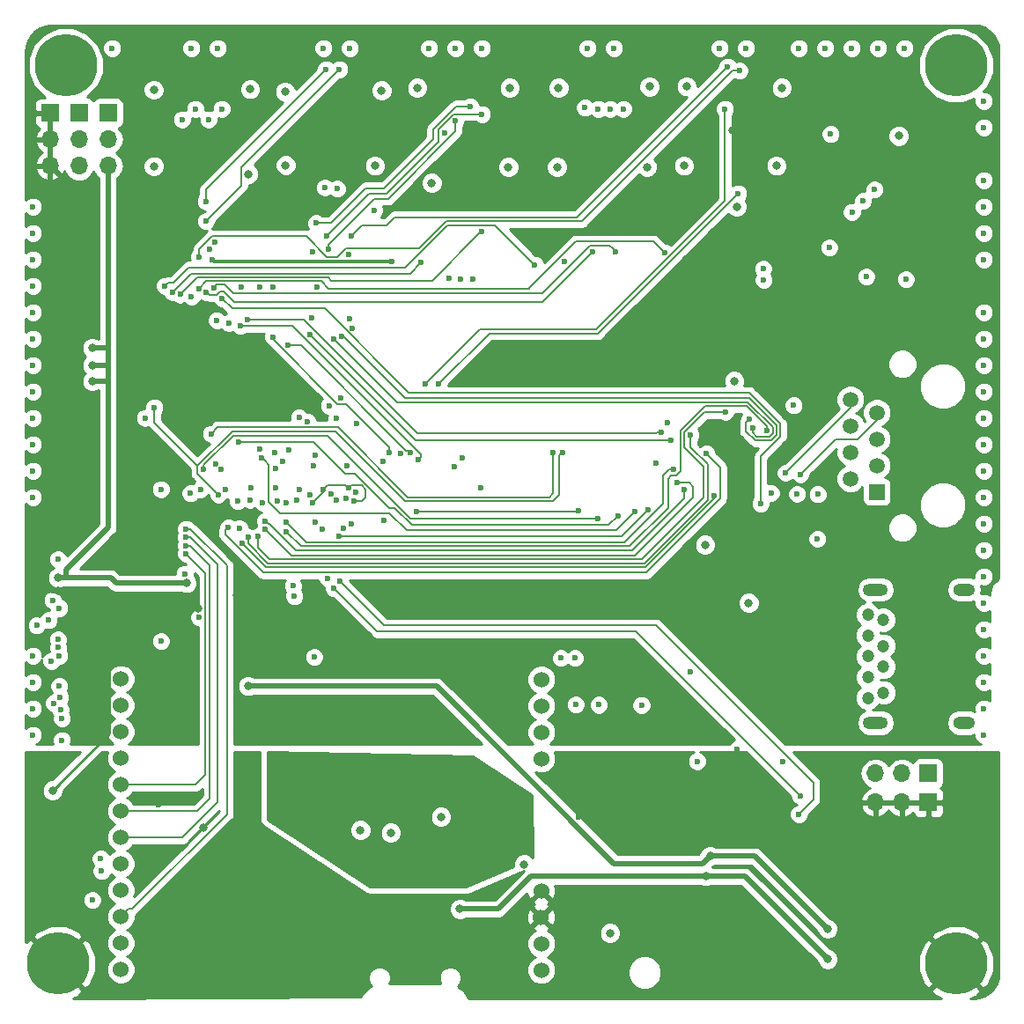
<source format=gbr>
G04 #@! TF.GenerationSoftware,KiCad,Pcbnew,(5.0.0)*
G04 #@! TF.CreationDate,2018-11-20T23:03:42-05:00*
G04 #@! TF.ProjectId,DART6UL_BREAKOUT,4441525436554C5F425245414B4F5554,rev?*
G04 #@! TF.SameCoordinates,Original*
G04 #@! TF.FileFunction,Copper,L2,Inr,Signal*
G04 #@! TF.FilePolarity,Positive*
%FSLAX46Y46*%
G04 Gerber Fmt 4.6, Leading zero omitted, Abs format (unit mm)*
G04 Created by KiCad (PCBNEW (5.0.0)) date 11/20/18 23:03:42*
%MOMM*%
%LPD*%
G01*
G04 APERTURE LIST*
G04 #@! TA.AperFunction,ViaPad*
%ADD10R,1.500000X1.500000*%
G04 #@! TD*
G04 #@! TA.AperFunction,ViaPad*
%ADD11C,1.500000*%
G04 #@! TD*
G04 #@! TA.AperFunction,ViaPad*
%ADD12O,1.700000X1.700000*%
G04 #@! TD*
G04 #@! TA.AperFunction,ViaPad*
%ADD13R,1.700000X1.700000*%
G04 #@! TD*
G04 #@! TA.AperFunction,ViaPad*
%ADD14C,6.000000*%
G04 #@! TD*
G04 #@! TA.AperFunction,ViaPad*
%ADD15C,1.524000*%
G04 #@! TD*
G04 #@! TA.AperFunction,ViaPad*
%ADD16C,1.200000*%
G04 #@! TD*
G04 #@! TA.AperFunction,ViaPad*
%ADD17O,2.400000X1.200000*%
G04 #@! TD*
G04 #@! TA.AperFunction,ViaPad*
%ADD18O,2.100000X1.200000*%
G04 #@! TD*
G04 #@! TA.AperFunction,ViaPad*
%ADD19C,0.800000*%
G04 #@! TD*
G04 #@! TA.AperFunction,ViaPad*
%ADD20C,0.600000*%
G04 #@! TD*
G04 #@! TA.AperFunction,ViaPad*
%ADD21C,0.830000*%
G04 #@! TD*
G04 #@! TA.AperFunction,Conductor*
%ADD22C,0.500000*%
G04 #@! TD*
G04 #@! TA.AperFunction,Conductor*
%ADD23C,0.250000*%
G04 #@! TD*
G04 #@! TA.AperFunction,Conductor*
%ADD24C,0.160000*%
G04 #@! TD*
G04 #@! TA.AperFunction,Conductor*
%ADD25C,0.300000*%
G04 #@! TD*
G04 #@! TA.AperFunction,Conductor*
%ADD26C,0.254000*%
G04 #@! TD*
G04 APERTURE END LIST*
D10*
G04 #@! TO.N,/CONNECTORS/E_CONN0*
G04 #@! TO.C,J4*
X218313000Y-75692000D03*
D11*
G04 #@! TO.N,/CONNECTORS/E_CONN1*
X215773000Y-74422000D03*
G04 #@! TO.N,/CONNECTORS/E_CONN2*
X218313000Y-73152000D03*
G04 #@! TO.N,/CONNECTORS/E_CONN3*
X215773000Y-71882000D03*
G04 #@! TO.N,/CONNECTORS/E_CONN4*
X218313000Y-70612000D03*
G04 #@! TO.N,/CONNECTORS/E_CONN5*
X215773000Y-69342000D03*
G04 #@! TO.N,/CONNECTORS/E_CONN6*
X218313000Y-68072000D03*
G04 #@! TO.N,/CONNECTORS/E_CONN7*
X215773000Y-66802000D03*
G04 #@! TD*
D12*
G04 #@! TO.N,5VDC*
G04 #@! TO.C,J6*
X144399000Y-44323000D03*
X144399000Y-41783000D03*
D13*
X144399000Y-39243000D03*
G04 #@! TD*
G04 #@! TO.N,3V3DC*
G04 #@! TO.C,J7*
X138811000Y-39243000D03*
D12*
X138811000Y-41783000D03*
X138811000Y-44323000D03*
G04 #@! TD*
D13*
G04 #@! TO.N,GND*
G04 #@! TO.C,J8*
X141605000Y-39243000D03*
D12*
X141605000Y-41783000D03*
X141605000Y-44323000D03*
G04 #@! TD*
D14*
G04 #@! TO.N,GND*
G04 #@! TO.C,MH1*
X225933000Y-34671000D03*
G04 #@! TD*
G04 #@! TO.N,GND*
G04 #@! TO.C,MH2*
X225933000Y-121031000D03*
G04 #@! TD*
G04 #@! TO.N,GND*
G04 #@! TO.C,MH3*
X139573000Y-121031000D03*
G04 #@! TD*
G04 #@! TO.N,GND*
G04 #@! TO.C,MH4*
X140335000Y-34671000D03*
G04 #@! TD*
D15*
G04 #@! TO.N,Net-(U7-Pad1)*
G04 #@! TO.C,U7*
X145615000Y-93676000D03*
G04 #@! TO.N,Net-(U7-Pad2)*
X145615000Y-96216000D03*
G04 #@! TO.N,Net-(U7-Pad3)*
X145615000Y-98756000D03*
G04 #@! TO.N,Net-(U7-Pad4)*
X145615000Y-101296000D03*
G04 #@! TO.N,/CONNECTORS/E10*
X145615000Y-103836000D03*
G04 #@! TO.N,/CONNECTORS/E11*
X145615000Y-106376000D03*
G04 #@! TO.N,/CONNECTORS/E12*
X145615000Y-108916000D03*
G04 #@! TO.N,/CONNECTORS/E13*
X145615000Y-111456000D03*
G04 #@! TO.N,/CONNECTORS/E14*
X145615000Y-113996000D03*
G04 #@! TO.N,/CONNECTORS/E15*
X145615000Y-116536000D03*
G04 #@! TO.N,/CONNECTORS/E16*
X145615000Y-119076000D03*
G04 #@! TO.N,/CONNECTORS/E17*
X145615000Y-121616000D03*
G04 #@! TO.N,Net-(JP2-Pad1)*
X186055000Y-121666000D03*
X186055000Y-119126000D03*
G04 #@! TO.N,GND*
X186015000Y-116586000D03*
X186055000Y-114046000D03*
G04 #@! TO.N,Net-(U7-Pad17)*
X186055000Y-101346000D03*
G04 #@! TO.N,Net-(U7-Pad18)*
X186055000Y-98806000D03*
G04 #@! TO.N,Net-(U7-Pad19)*
X186055000Y-96266000D03*
G04 #@! TO.N,Net-(U7-Pad20)*
X186055000Y-93726000D03*
G04 #@! TD*
D16*
G04 #@! TO.N,/CONNECTORS/USB0*
G04 #@! TO.C,J11*
X218948000Y-94996000D03*
G04 #@! TO.N,/CONNECTORS/USB1*
X218948000Y-92496000D03*
G04 #@! TO.N,/CONNECTORS/USB2*
X218948000Y-90496000D03*
G04 #@! TO.N,GND*
X218948000Y-87996000D03*
G04 #@! TO.N,Net-(J11-Pad5)*
X217448000Y-87496000D03*
G04 #@! TO.N,Net-(J11-Pad6)*
X217448000Y-89496000D03*
G04 #@! TO.N,N/C*
X217448000Y-91496000D03*
X217448000Y-93496000D03*
X217448000Y-95496000D03*
D17*
X218198000Y-85096000D03*
X218198000Y-97896000D03*
D18*
X226698000Y-85096000D03*
X226698000Y-97896000D03*
G04 #@! TD*
D13*
G04 #@! TO.N,/CONNECTORS/12VDC*
G04 #@! TO.C,J22*
X223266000Y-102743000D03*
D12*
X220726000Y-102743000D03*
X218186000Y-102743000D03*
G04 #@! TD*
D13*
G04 #@! TO.N,GND*
G04 #@! TO.C,J23*
X223266000Y-105537000D03*
D12*
X220726000Y-105537000D03*
X218186000Y-105537000D03*
G04 #@! TD*
D19*
G04 #@! TO.N,3V3DC*
X139573000Y-85217000D03*
X153062001Y-86856997D03*
X139065000Y-104394000D03*
X156743400Y-85598000D03*
D20*
X190055500Y-41300400D03*
X176784000Y-41198800D03*
D19*
X151485600Y-42301160D03*
X164048440Y-42550080D03*
D20*
X194056000Y-64516000D03*
X192024000Y-64516000D03*
X189992000Y-64516000D03*
X189992000Y-62992000D03*
X192024000Y-62992000D03*
X194056000Y-62992000D03*
X189992000Y-61468000D03*
X192024000Y-61468000D03*
X194056000Y-61468000D03*
X155854443Y-60553557D03*
D19*
X206756000Y-40894000D03*
X204470000Y-40894000D03*
X202184000Y-40894000D03*
X202184000Y-40894000D03*
X202692000Y-34671000D03*
X176657000Y-34925000D03*
X164084000Y-34925000D03*
D20*
X139841798Y-53340000D03*
D19*
X141351000Y-61214000D03*
X141351000Y-62992000D03*
X141351000Y-64643000D03*
D20*
X208280000Y-94488000D03*
X210058000Y-94488000D03*
X211836000Y-94488000D03*
X210058000Y-96012000D03*
X208280000Y-96012000D03*
X211836000Y-96012000D03*
X208280000Y-97536000D03*
X210058000Y-97536000D03*
X211836000Y-97536000D03*
X190119000Y-46736000D03*
X177673000Y-42545000D03*
X224917000Y-49784000D03*
X201803000Y-70866000D03*
D19*
G04 #@! TO.N,5VDC*
X139573000Y-83947000D03*
X151937000Y-84456957D03*
X157861000Y-94361000D03*
X202285600Y-110693200D03*
X213588600Y-117703600D03*
X148788120Y-44378880D03*
X161467800Y-44267120D03*
X148780500Y-37020500D03*
X199771000Y-44323000D03*
X200025000Y-36703000D03*
D21*
X187706000Y-36830000D03*
X187579000Y-44450000D03*
D19*
X175514000Y-45974000D03*
X174117000Y-36830000D03*
X161417000Y-37211000D03*
D20*
X210820000Y-33020000D03*
X205740000Y-33020000D03*
X203200000Y-33020000D03*
X193040000Y-33020000D03*
X190500000Y-33020000D03*
X180340000Y-33020000D03*
X177800000Y-33020000D03*
X175260000Y-33020000D03*
X167640000Y-33020000D03*
X165100000Y-33020000D03*
X154940000Y-33020000D03*
X152400000Y-33020000D03*
X144780000Y-33020000D03*
D19*
X142875000Y-61849000D03*
X142875000Y-63500000D03*
X142875000Y-65024000D03*
G04 #@! TO.N,GND*
X186015000Y-116586000D03*
X176403000Y-106934000D03*
X171577000Y-108458000D03*
X168656000Y-108204000D03*
X184404000Y-111506000D03*
X164084000Y-112903000D03*
X158369000Y-106553000D03*
X153543000Y-107950000D03*
D20*
X198170800Y-69037200D03*
X208127600Y-75793600D03*
X210312000Y-67360800D03*
X156845000Y-76581000D03*
X159258000Y-76708000D03*
X161544000Y-76708000D03*
X164084000Y-76708000D03*
X167516421Y-75332687D03*
X165100000Y-75438000D03*
X162814000Y-75438000D03*
X160528000Y-75311000D03*
X158115000Y-75311000D03*
X155702000Y-75438000D03*
X153289000Y-75438000D03*
X166370000Y-76454000D03*
D19*
X201803000Y-80772000D03*
X205994000Y-86360000D03*
D20*
X139827000Y-101092000D03*
X139954000Y-99568000D03*
X139954000Y-97472500D03*
X139779502Y-95456502D03*
X139700000Y-91440000D03*
X139700000Y-86868000D03*
X139573000Y-82169000D03*
D19*
X220408500Y-41465500D03*
D20*
X168021000Y-76581000D03*
X197104000Y-72898000D03*
X210947000Y-110744000D03*
X202615800Y-104952800D03*
X189661800Y-106934000D03*
X191770000Y-106934000D03*
X189407800Y-101574600D03*
X191668400Y-101498400D03*
X195783200Y-101701600D03*
X189357000Y-96139000D03*
X191566800Y-96164400D03*
X195681600Y-96189800D03*
X156641800Y-115646200D03*
X151866600Y-118262400D03*
D19*
X210261200Y-121970800D03*
X210312000Y-119075200D03*
D20*
X204876400Y-100431600D03*
X169989500Y-48641000D03*
D19*
X157896560Y-45117120D03*
X158051500Y-36957000D03*
D20*
X154830059Y-59185669D03*
X152400000Y-56896000D03*
X167640000Y-59055000D03*
X163935800Y-58928000D03*
X160240210Y-56007001D03*
X167513000Y-52872000D03*
D19*
X208661000Y-44323000D03*
X209169000Y-36830000D03*
D21*
X196469000Y-36703000D03*
X196215000Y-44450000D03*
D19*
X170053000Y-44323000D03*
X182880000Y-44450000D03*
X183007000Y-36830000D03*
X170688000Y-37084000D03*
D20*
X228600000Y-60960000D03*
X228600000Y-58420000D03*
X228600000Y-63500000D03*
X228600000Y-66040000D03*
X228600000Y-68580000D03*
X228600000Y-71120000D03*
X228600000Y-73660000D03*
X228600000Y-76200000D03*
X228600000Y-78740000D03*
X228600000Y-81280000D03*
X228600000Y-99060000D03*
X228600000Y-101600000D03*
X228600000Y-104140000D03*
X228600000Y-106680000D03*
X228600000Y-109220000D03*
X228600000Y-111760000D03*
X228600000Y-114300000D03*
X228600000Y-116840000D03*
X228600000Y-53340000D03*
X228600000Y-50800000D03*
X228600000Y-48260000D03*
X228600000Y-45720000D03*
X228600000Y-40640000D03*
X228600000Y-38100000D03*
X220980000Y-33020000D03*
X218440000Y-33020000D03*
X215900000Y-33020000D03*
X213360000Y-33020000D03*
X137160000Y-50800000D03*
X137160000Y-53340000D03*
X137160000Y-55880000D03*
X137160000Y-60960000D03*
X137160000Y-58420000D03*
X137160000Y-48260000D03*
X137160000Y-63500000D03*
X137160000Y-66040000D03*
X137160000Y-68580000D03*
X137160000Y-71120000D03*
X137160000Y-73660000D03*
X137160000Y-76200000D03*
X137160000Y-91440000D03*
X137160000Y-93980000D03*
X137160000Y-96520000D03*
X137160000Y-99060000D03*
X154940000Y-121920000D03*
X152400000Y-121920000D03*
X149860000Y-121920000D03*
X147320000Y-121920000D03*
X200660000Y-121920000D03*
X208280000Y-121920000D03*
X218440000Y-121920000D03*
X220980000Y-121920000D03*
D19*
X147828000Y-111252000D03*
D20*
X164211000Y-91567000D03*
D19*
X204597000Y-65024000D03*
D20*
X221107000Y-55245000D03*
X217297000Y-54991000D03*
X149225000Y-105796000D03*
X213868000Y-41275000D03*
X141859000Y-114808000D03*
X194056000Y-105664000D03*
D19*
X194056000Y-109093000D03*
D20*
X228600000Y-96520000D03*
X228600000Y-93980000D03*
X228600000Y-91440000D03*
X228600000Y-88900000D03*
X228600000Y-86360000D03*
X228600000Y-83820000D03*
X212598000Y-80213200D03*
D19*
G04 #@! TO.N,12VDC*
X178206400Y-115798600D03*
X201879200Y-112649000D03*
X213588600Y-120624600D03*
D20*
G04 #@! TO.N,/AUDIO4*
X188290200Y-53555900D03*
X149860000Y-55880000D03*
X185420000Y-53848000D03*
G04 #@! TO.N,/AUDIO5*
X174485300Y-53657500D03*
X150575543Y-56460000D03*
G04 #@! TO.N,AGND*
X154432000Y-53340000D03*
X171704000Y-53522000D03*
G04 #@! TO.N,/AUDIO0*
X197891400Y-52666900D03*
X153111233Y-56134000D03*
G04 #@! TO.N,/AUDIO1*
X193217800Y-52578000D03*
X154537893Y-56074830D03*
G04 #@! TO.N,/SOM_BREAKOUT/RESET0*
X172491400Y-72034400D03*
X165633400Y-67386200D03*
X155990060Y-59444665D03*
X200406000Y-92964000D03*
G04 #@! TO.N,/ONOFF*
X189280800Y-91668600D03*
X171424600Y-71882000D03*
X160240211Y-60782200D03*
G04 #@! TO.N,/SOM_BREAKOUT/GPIO4_23*
X187934600Y-91668600D03*
X170942000Y-78460600D03*
G04 #@! TO.N,/SOM_BREAKOUT/SD1_CMD*
X167335200Y-73202800D03*
X215916000Y-48784000D03*
G04 #@! TO.N,/SOM_BREAKOUT/SD1_DATA3*
X164134800Y-73152000D03*
X217005000Y-47684000D03*
G04 #@! TO.N,/SOM_BREAKOUT/SD1_DATA2*
X168300400Y-69138800D03*
X218089000Y-46609000D03*
G04 #@! TO.N,/SOM_BREAKOUT/SD1_DATA0*
X164283478Y-72183078D03*
X207391000Y-54229000D03*
G04 #@! TO.N,/SOM_BREAKOUT/SD1_DATA1*
X166370000Y-68580000D03*
X207442312Y-55296312D03*
D19*
G04 #@! TO.N,/Voltage_Regulation/V_IN*
X170180000Y-111252000D03*
X179451000Y-102362000D03*
X184150000Y-106680000D03*
X166116000Y-105410000D03*
X160909000Y-101727000D03*
X172720000Y-111252000D03*
X175260000Y-111252000D03*
D20*
G04 #@! TO.N,/ETHERNET_PHY/E27*
X207721200Y-69799200D03*
X161518513Y-79502000D03*
G04 #@! TO.N,/ETHERNET_PHY/E23*
X202692000Y-76073000D03*
X157270421Y-80600579D03*
G04 #@! TO.N,/CONNECTORS/E_CONN5*
X210642200Y-75895200D03*
G04 #@! TO.N,/CONNECTORS/E_CONN2*
X212623400Y-75920600D03*
G04 #@! TO.N,/CONNECTORS/E_CONN7*
X209524600Y-73863200D03*
G04 #@! TO.N,/CONNECTORS/E_CONN6*
X210972400Y-73990200D03*
G04 #@! TO.N,/ETHERNET_PHY/E28*
X206349600Y-69545200D03*
X166116000Y-60960000D03*
G04 #@! TO.N,/ETHERNET_PHY/E29*
X206044800Y-68732400D03*
X166878000Y-60706000D03*
G04 #@! TO.N,/ETHERNET_PHY/E21*
X203758800Y-68021200D03*
X158793081Y-79943360D03*
G04 #@! TO.N,/ETHERNET_PHY/E20*
X200406000Y-70231000D03*
X157883598Y-80032598D03*
G04 #@! TO.N,/ETHERNET_PHY/E24*
X155956000Y-79098279D03*
X201930000Y-72009000D03*
G04 #@! TO.N,/ETHERNET_PHY/E25*
X161518513Y-78613000D03*
X198755000Y-73533000D03*
G04 #@! TO.N,/ETHERNET_PHY/E26*
X159518513Y-79286003D03*
X199136000Y-74803000D03*
G04 #@! TO.N,/ETHERNET_PHY/E22*
X159518513Y-78486000D03*
X199771000Y-75438000D03*
G04 #@! TO.N,/ETHERNET_PHY/E210*
X207137000Y-76835000D03*
X155346400Y-57073800D03*
G04 #@! TO.N,/CONNECTORS/E15*
X151892000Y-79246869D03*
G04 #@! TO.N,/CONNECTORS/E12*
X151892000Y-80046872D03*
G04 #@! TO.N,/CONNECTORS/E11*
X151892000Y-80846875D03*
G04 #@! TO.N,/CONNECTORS/E10*
X151892000Y-81646878D03*
G04 #@! TO.N,/CONNECTORS/LCD6*
X157044275Y-79193275D03*
X162179000Y-84709000D03*
X139192000Y-96012000D03*
G04 #@! TO.N,/CONNECTORS/LCD4*
X162306000Y-85725000D03*
X139827000Y-96647000D03*
G04 #@! TO.N,/CONNECTORS/LCD0*
X153162000Y-87757000D03*
X160655000Y-76581000D03*
G04 #@! TO.N,/CONNECTORS/UART22*
X162560000Y-76454000D03*
X154051000Y-39878000D03*
G04 #@! TO.N,/CONNECTORS/UART20*
X163830000Y-75946000D03*
X151511000Y-39878000D03*
G04 #@! TO.N,/SOM_BREAKOUT/GPIO5_3*
X166111800Y-84963000D03*
X210947000Y-104902000D03*
G04 #@! TO.N,/CONNECTORS/UART23*
X164318513Y-78613000D03*
X155321000Y-38862000D03*
G04 #@! TO.N,/CONNECTORS/UART21*
X164978512Y-79315337D03*
X152781000Y-38862000D03*
X161811823Y-71614177D03*
G04 #@! TO.N,/I2C21*
X143687800Y-110947200D03*
X165531800Y-84019000D03*
X165838508Y-75856071D03*
X176149000Y-65341500D03*
X204978000Y-46990000D03*
G04 #@! TO.N,/CONNECTORS/LCD8*
X166629032Y-79938000D03*
X139700000Y-94361000D03*
X196312878Y-77440878D03*
G04 #@! TO.N,/CONNECTORS/LCD13*
X139568481Y-90650883D03*
X167005000Y-79197200D03*
G04 #@! TO.N,/SOM_BREAKOUT/SD1_CLK*
X167741601Y-78740000D03*
X213741000Y-52197000D03*
G04 #@! TO.N,/SOM_BREAKOUT/GPIO4_24*
X168203000Y-75755500D03*
X162759000Y-68536719D03*
X165227000Y-46418500D03*
G04 #@! TO.N,/CONNECTORS/SDCARD6*
X189611000Y-77470000D03*
X174018208Y-77568792D03*
G04 #@! TO.N,/CONNECTORS/LCD17*
X156972000Y-70866000D03*
X137523999Y-88519000D03*
X193421000Y-77978000D03*
G04 #@! TO.N,/CONNECTORS/LCD16*
X187198000Y-71882000D03*
X154305000Y-70104000D03*
G04 #@! TO.N,/CAN_CPU0*
X154990800Y-75946000D03*
X188087000Y-71882000D03*
X148844000Y-67564000D03*
G04 #@! TO.N,/CAN_CPU1*
X155278330Y-73541293D03*
X147955000Y-68580000D03*
G04 #@! TO.N,/CONNECTORS/LCD9*
X154718306Y-72970000D03*
X149479000Y-75438000D03*
G04 #@! TO.N,/CONNECTORS/LCD10*
X153558513Y-73550000D03*
X191516000Y-78232000D03*
G04 #@! TO.N,/CONNECTORS/LCD1*
X151765000Y-83566000D03*
X152318513Y-75819000D03*
G04 #@! TO.N,/CONNECTORS/LCD12*
X158999530Y-71605954D03*
X138938000Y-91948000D03*
G04 #@! TO.N,/CONNECTORS/LCD14*
X158043000Y-76454000D03*
X139574428Y-89850903D03*
G04 #@! TO.N,/CONNECTORS/LCD18*
X159158513Y-72390000D03*
X138684000Y-88011000D03*
X195072000Y-77597000D03*
G04 #@! TO.N,/CONNECTORS/LCD7*
X149479000Y-90043000D03*
X160528000Y-73406000D03*
G04 #@! TO.N,/CONNECTORS/LCD19*
X161163000Y-72771000D03*
X139065000Y-86106000D03*
G04 #@! TO.N,/LCD_T*
X160401000Y-71882000D03*
X142875000Y-114935000D03*
G04 #@! TO.N,/CONNECTORS/GPIO_EXT21*
X163512500Y-68909990D03*
X166433500Y-46545500D03*
G04 #@! TO.N,/SOM_BREAKOUT/GPIO4_17*
X167259000Y-76276200D03*
X166700200Y-84302600D03*
X210820000Y-106680000D03*
G04 #@! TO.N,/SOM_BREAKOUT/GPIO4_20*
X174879000Y-65341500D03*
X203708000Y-38862000D03*
G04 #@! TO.N,/I2C20*
X170840400Y-72720200D03*
X166725600Y-66649600D03*
X164515800Y-56007000D03*
D19*
X204851000Y-48260000D03*
D20*
X143764000Y-112141000D03*
G04 #@! TO.N,/SOM_BREAKOUT/GPIO1_0*
X167767000Y-51054000D03*
X203962000Y-34798000D03*
G04 #@! TO.N,/SOM_BREAKOUT/DEBUG_UART_TX*
X192659000Y-38862000D03*
X164084000Y-52578000D03*
G04 #@! TO.N,/SOM_BREAKOUT/GPIO1_4*
X165608000Y-52324000D03*
X177800000Y-40005000D03*
G04 #@! TO.N,/SOM_BREAKOUT/GPIO1_2*
X165383122Y-51109000D03*
X180340000Y-39370000D03*
G04 #@! TO.N,/SOM_BREAKOUT/GPIO1_9*
X164408225Y-49840980D03*
X179197000Y-38608000D03*
G04 #@! TO.N,/CONNECTORS/USB0*
X159004000Y-56007001D03*
X180213000Y-75311000D03*
G04 #@! TO.N,/AUDIO3*
X180301900Y-50622200D03*
X151335643Y-56709502D03*
G04 #@! TO.N,/AUDIO2*
X190995300Y-52565300D03*
X153839521Y-56465059D03*
G04 #@! TO.N,/SOM_BREAKOUT/OSC_32K*
X157226000Y-56007000D03*
X167897722Y-59940278D03*
G04 #@! TO.N,/SOM_BREAKOUT/DEBUG_UART_RX*
X190246000Y-38735000D03*
X178308000Y-55245000D03*
G04 #@! TO.N,/SOM_BREAKOUT/DEBUG_UART_CTS_B*
X177165000Y-55118000D03*
X193929000Y-38862000D03*
G04 #@! TO.N,/SOM_BREAKOUT/DEBUG_UART_RTS_B*
X198501000Y-70739000D03*
X163780323Y-60552477D03*
X191516000Y-38862000D03*
X179451000Y-55245000D03*
G04 #@! TO.N,/SOM_BREAKOUT/POR*
X173456600Y-71907400D03*
X161651921Y-61614079D03*
X201041000Y-101600000D03*
G04 #@! TO.N,/SOM_BREAKOUT/BOOT1*
X197612000Y-69977000D03*
X157784800Y-59151982D03*
G04 #@! TO.N,/SOM_BREAKOUT/GPIO1_5*
X174193200Y-72618600D03*
X157124401Y-59740800D03*
X209296000Y-101600000D03*
G04 #@! TO.N,/CONNECTORS/USB2*
X154686000Y-51689000D03*
X178435000Y-72390000D03*
G04 #@! TO.N,/CONNECTORS/USB1*
X154178000Y-52324000D03*
X177673000Y-73279000D03*
D19*
G04 #@! TO.N,/CONNECTORS/12VDC*
X192659000Y-118110000D03*
D20*
G04 #@! TO.N,/CAN_OUT1*
X153797000Y-49657000D03*
X166624000Y-35052000D03*
G04 #@! TO.N,/CAN_OUT0*
X153797000Y-47752000D03*
X165354000Y-35052000D03*
G04 #@! TO.N,/CONNECTORS/GPIO_EXT11*
X153162000Y-53086000D03*
X205105000Y-35178999D03*
G04 #@! TD*
D22*
G04 #@! TO.N,3V3DC*
X139573000Y-85217000D02*
X140138685Y-85217000D01*
X140138685Y-85217000D02*
X144399000Y-85217000D01*
X146926587Y-86856997D02*
X153062001Y-86856997D01*
X144399000Y-85217000D02*
X146038997Y-86856997D01*
X146038997Y-86856997D02*
X146926587Y-86856997D01*
D23*
X144527999Y-98931001D02*
X139065000Y-104394000D01*
X146038997Y-86856997D02*
X144527999Y-88367995D01*
X144527999Y-88367995D02*
X144527999Y-98931001D01*
D22*
X139841798Y-45353798D02*
X138811000Y-44323000D01*
X139841798Y-53340000D02*
X139841798Y-45353798D01*
X139007315Y-85217000D02*
X138176000Y-84385685D01*
X139573000Y-85217000D02*
X139007315Y-85217000D01*
X138176000Y-80913798D02*
X139841798Y-79248000D01*
X138176000Y-84385685D02*
X138176000Y-80913798D01*
X139841798Y-79248000D02*
X139841798Y-65024000D01*
X139841798Y-61214000D02*
X141351000Y-61214000D01*
X139841798Y-61214000D02*
X139841798Y-53340000D01*
X139841798Y-62484000D02*
X139841798Y-61214000D01*
X139841798Y-62992000D02*
X141351000Y-62992000D01*
X139841798Y-62992000D02*
X139841798Y-62484000D01*
X139841798Y-63754000D02*
X139841798Y-62992000D01*
X139841798Y-64643000D02*
X141351000Y-64643000D01*
X139841798Y-64643000D02*
X139841798Y-63754000D01*
X139841798Y-65024000D02*
X139841798Y-64643000D01*
G04 #@! TO.N,5VDC*
X145162957Y-84456957D02*
X144653000Y-83947000D01*
X151937000Y-84456957D02*
X145162957Y-84456957D01*
X175978798Y-94361000D02*
X193047598Y-111429800D01*
X157861000Y-94361000D02*
X175978798Y-94361000D01*
X206578200Y-110693200D02*
X202285600Y-110693200D01*
X213588600Y-117703600D02*
X206578200Y-110693200D01*
X201549000Y-111429800D02*
X202285600Y-110693200D01*
X193047598Y-111429800D02*
X201549000Y-111429800D01*
D23*
X143676001Y-83933399D02*
X143662400Y-83947000D01*
D22*
X144653000Y-83947000D02*
X143662400Y-83947000D01*
X140360400Y-83159600D02*
X140360400Y-83947000D01*
X143662400Y-83947000D02*
X140360400Y-83947000D01*
X140360400Y-83947000D02*
X139573000Y-83947000D01*
X144399000Y-79121000D02*
X144399000Y-65024000D01*
X140360400Y-83159600D02*
X144399000Y-79121000D01*
X144399000Y-65024000D02*
X144399000Y-63881000D01*
X144399000Y-61849000D02*
X142875000Y-61849000D01*
X144399000Y-61849000D02*
X144399000Y-44323000D01*
X144399000Y-62738000D02*
X144399000Y-61849000D01*
X144399000Y-63500000D02*
X142875000Y-63500000D01*
X144399000Y-63500000D02*
X144399000Y-62738000D01*
X144399000Y-63881000D02*
X144399000Y-63500000D01*
X144399000Y-65024000D02*
X142875000Y-65024000D01*
D24*
G04 #@! TO.N,GND*
X165100000Y-75692000D02*
X165100000Y-75438000D01*
X164084000Y-76708000D02*
X165100000Y-75692000D01*
X167216422Y-75032688D02*
X167516421Y-75332687D01*
X165505312Y-75032688D02*
X167216422Y-75032688D01*
X165100000Y-75438000D02*
X165505312Y-75032688D01*
X168021000Y-76581000D02*
X168783000Y-76581000D01*
X168783000Y-76581000D02*
X169164000Y-76200000D01*
X169164000Y-76200000D02*
X169164000Y-75438000D01*
X167816420Y-75032688D02*
X167516421Y-75332687D01*
X168758688Y-75032688D02*
X167816420Y-75032688D01*
X169164000Y-75438000D02*
X168758688Y-75032688D01*
D22*
G04 #@! TO.N,12VDC*
X178206400Y-115798600D02*
X181914800Y-115798600D01*
X181914800Y-115798600D02*
X185064400Y-112649000D01*
X185064400Y-112649000D02*
X201879200Y-112649000D01*
X205613000Y-112649000D02*
X201879200Y-112649000D01*
X213588600Y-120624600D02*
X205613000Y-112649000D01*
D24*
G04 #@! TO.N,/AUDIO4*
X150159999Y-55580001D02*
X150667999Y-55580001D01*
X149860000Y-55880000D02*
X150159999Y-55580001D01*
X150667999Y-55580001D02*
X152146000Y-54102000D01*
X152146000Y-54102000D02*
X172974000Y-54102000D01*
X177033801Y-50042199D02*
X181106199Y-50042199D01*
X172974000Y-54102000D02*
X177033801Y-50042199D01*
X181106199Y-50042199D02*
X181614199Y-50042199D01*
X181614199Y-50042199D02*
X185420000Y-53848000D01*
G04 #@! TO.N,/AUDIO5*
X173447999Y-54694801D02*
X174485300Y-53657500D01*
X150575543Y-56460000D02*
X152340742Y-54694801D01*
X152340742Y-54694801D02*
X173447999Y-54694801D01*
D25*
G04 #@! TO.N,AGND*
X154614000Y-53522000D02*
X154432000Y-53340000D01*
X171704000Y-53522000D02*
X154614000Y-53522000D01*
D24*
G04 #@! TO.N,/AUDIO0*
X153830412Y-55414821D02*
X164888821Y-55414821D01*
X153111233Y-56134000D02*
X153830412Y-55414821D01*
X164888821Y-55414821D02*
X165608000Y-56134000D01*
X165608000Y-56134000D02*
X184912000Y-56134000D01*
X197591401Y-52366901D02*
X197891400Y-52666900D01*
X196849789Y-51625289D02*
X197591401Y-52366901D01*
X189362409Y-51625289D02*
X196849789Y-51625289D01*
X184912000Y-56075698D02*
X189362409Y-51625289D01*
X184912000Y-56134000D02*
X184912000Y-56075698D01*
G04 #@! TO.N,/AUDIO1*
X154837892Y-55774831D02*
X155596831Y-55774831D01*
X154537893Y-56074830D02*
X154837892Y-55774831D01*
X192917801Y-52278001D02*
X193217800Y-52578000D01*
X192625099Y-51985299D02*
X192917801Y-52278001D01*
X190719203Y-51985299D02*
X192625099Y-51985299D01*
X186117501Y-56587001D02*
X190719203Y-51985299D01*
X156409001Y-56587001D02*
X186117501Y-56587001D01*
X155596831Y-55774831D02*
X156409001Y-56587001D01*
G04 #@! TO.N,/ONOFF*
X160223200Y-61005602D02*
X160223200Y-60782200D01*
X166447199Y-67229601D02*
X160223200Y-61005602D01*
X167249603Y-67229601D02*
X166447199Y-67229601D01*
X171424600Y-71882000D02*
X171424600Y-71404598D01*
X171424600Y-71404598D02*
X167249603Y-67229601D01*
G04 #@! TO.N,/ETHERNET_PHY/E27*
X161518513Y-79502000D02*
X162915513Y-80899000D01*
X162915513Y-80899000D02*
X194564000Y-80899000D01*
X205787463Y-67441199D02*
X207721200Y-69374936D01*
X201828268Y-67441199D02*
X205787463Y-67441199D01*
X199465989Y-69803478D02*
X201828268Y-67441199D01*
X199465989Y-73680413D02*
X199465989Y-69803478D01*
X207721200Y-69374936D02*
X207721200Y-69799200D01*
X199033401Y-74113001D02*
X199465989Y-73680413D01*
X198555999Y-74113001D02*
X199033401Y-74113001D01*
X198247000Y-74422000D02*
X198555999Y-74113001D01*
X198247000Y-77216000D02*
X198247000Y-74422000D01*
X194564000Y-80899000D02*
X198247000Y-77216000D01*
G04 #@! TO.N,/ETHERNET_PHY/E23*
X202692000Y-76327000D02*
X202692000Y-76073000D01*
X196088000Y-82931000D02*
X202692000Y-76327000D01*
X159639000Y-82931000D02*
X196088000Y-82931000D01*
X157570420Y-80900578D02*
X159600842Y-82931000D01*
X157270421Y-80600579D02*
X157570420Y-80900578D01*
G04 #@! TO.N,/CONNECTORS/E_CONN7*
X209524600Y-73685400D02*
X209524600Y-73863200D01*
G04 #@! TO.N,/ETHERNET_PHY/E28*
X172212000Y-67056000D02*
X166116000Y-60960000D01*
X205911394Y-67056000D02*
X172212000Y-67056000D01*
X206349600Y-69969464D02*
X206759337Y-70379201D01*
X206349600Y-69545200D02*
X206349600Y-69969464D01*
X207999601Y-70379201D02*
X208301201Y-70077601D01*
X206759337Y-70379201D02*
X207999601Y-70379201D01*
X208301201Y-70077601D02*
X208301201Y-69445807D01*
X208301201Y-69445807D02*
X205911394Y-67056000D01*
G04 #@! TO.N,/ETHERNET_PHY/E29*
X205740000Y-69037200D02*
X206044800Y-68732400D01*
X205740000Y-69868994D02*
X205740000Y-69037200D01*
X208148722Y-70739211D02*
X206610216Y-70739211D01*
X166878000Y-60706000D02*
X167005000Y-60706000D01*
X206610216Y-70739211D02*
X205740000Y-69868994D01*
X208661211Y-70226722D02*
X208148722Y-70739211D01*
X167005000Y-60706000D02*
X172974000Y-66675000D01*
X201295000Y-66675000D02*
X201315990Y-66695990D01*
X208661211Y-69296686D02*
X208661211Y-70226722D01*
X201315990Y-66695990D02*
X206060515Y-66695990D01*
X172974000Y-66675000D02*
X201295000Y-66675000D01*
X206060515Y-66695990D02*
X208661211Y-69296686D01*
G04 #@! TO.N,/ETHERNET_PHY/E21*
X203334536Y-68021200D02*
X203758800Y-68021200D01*
X199825999Y-71428999D02*
X199825999Y-69952599D01*
X201676000Y-73279000D02*
X199825999Y-71428999D01*
X201676000Y-76200000D02*
X201676000Y-73279000D01*
X199825999Y-69952599D02*
X201757398Y-68021200D01*
X201757398Y-68021200D02*
X203334536Y-68021200D01*
X159895260Y-82169000D02*
X195707000Y-82169000D01*
X195707000Y-82169000D02*
X201676000Y-76200000D01*
X158793081Y-81066821D02*
X158879260Y-81153000D01*
X158793081Y-79943360D02*
X158793081Y-81066821D01*
X158879260Y-81153000D02*
X159895260Y-82169000D01*
G04 #@! TO.N,/ETHERNET_PHY/E20*
X200406000Y-71374000D02*
X200406000Y-70231000D01*
X157883598Y-80666468D02*
X159767130Y-82550000D01*
X157883598Y-80032598D02*
X157883598Y-80666468D01*
X159767130Y-82550000D02*
X195959870Y-82550000D01*
X195959870Y-82550000D02*
X202057000Y-76452870D01*
X202057000Y-76452870D02*
X202057000Y-73025000D01*
X202057000Y-73025000D02*
X200406000Y-71374000D01*
G04 #@! TO.N,/ETHERNET_PHY/E24*
X203272001Y-76351401D02*
X196184402Y-83439000D01*
X201930000Y-72009000D02*
X203272001Y-73351001D01*
X203272001Y-73351001D02*
X203272001Y-76351401D01*
X155656001Y-79398278D02*
X155956000Y-79098279D01*
X155656001Y-79806403D02*
X155656001Y-79398278D01*
X159288598Y-83439000D02*
X155656001Y-79806403D01*
X196184402Y-83439000D02*
X159288598Y-83439000D01*
G04 #@! TO.N,/ETHERNET_PHY/E25*
X198330736Y-73533000D02*
X198755000Y-73533000D01*
X197739000Y-74124736D02*
X198330736Y-73533000D01*
X197739000Y-76835000D02*
X197739000Y-74124736D01*
X194056000Y-80518000D02*
X197739000Y-76835000D01*
X163423513Y-80518000D02*
X194056000Y-80518000D01*
X161518513Y-78613000D02*
X163423513Y-80518000D01*
G04 #@! TO.N,/ETHERNET_PHY/E26*
X159518513Y-79286003D02*
X162020510Y-81788000D01*
X200279000Y-74803000D02*
X199136000Y-74803000D01*
X162020510Y-81788000D02*
X195072000Y-81788000D01*
X200660000Y-76200000D02*
X200660000Y-75184000D01*
X195072000Y-81788000D02*
X200660000Y-76200000D01*
X200660000Y-75184000D02*
X200279000Y-74803000D01*
G04 #@! TO.N,/ETHERNET_PHY/E22*
X199771000Y-75438000D02*
X199771000Y-76327000D01*
X199771000Y-76327000D02*
X194818000Y-81280000D01*
X162438111Y-81280000D02*
X159944110Y-78785999D01*
X194818000Y-81280000D02*
X162438111Y-81280000D01*
X159944110Y-78785999D02*
X159818512Y-78785999D01*
X159818512Y-78785999D02*
X159518513Y-78486000D01*
G04 #@! TO.N,/ETHERNET_PHY/E210*
X207137000Y-72260064D02*
X207137000Y-76835000D01*
X209021221Y-70375843D02*
X207137000Y-72260064D01*
X209021221Y-69147565D02*
X209021221Y-70375843D01*
X156311600Y-58039000D02*
X165201600Y-58039000D01*
X155346400Y-57073800D02*
X156311600Y-58039000D01*
X165201600Y-58039000D02*
X165201600Y-58064400D01*
X165201600Y-58064400D02*
X173304200Y-66167000D01*
X173304200Y-66167000D02*
X206040656Y-66167000D01*
X206040656Y-66167000D02*
X209021221Y-69147565D01*
G04 #@! TO.N,/CONNECTORS/E15*
X145615000Y-116536000D02*
X146376999Y-115774001D01*
X146376999Y-115774001D02*
X146725401Y-115774001D01*
X152316264Y-79246869D02*
X151892000Y-79246869D01*
X155829000Y-82759605D02*
X152316264Y-79246869D01*
X155829000Y-106670402D02*
X155829000Y-82759605D01*
X146725401Y-115774001D02*
X155829000Y-106670402D01*
G04 #@! TO.N,/CONNECTORS/E12*
X145615000Y-108916000D02*
X151561000Y-108916000D01*
X151561000Y-108916000D02*
X154940000Y-105537000D01*
X152316264Y-80046872D02*
X151892000Y-80046872D01*
X154940000Y-82670608D02*
X152316264Y-80046872D01*
X154940000Y-105537000D02*
X154940000Y-82670608D01*
G04 #@! TO.N,/CONNECTORS/E11*
X145615000Y-106376000D02*
X152958000Y-106376000D01*
X152958000Y-106376000D02*
X154178000Y-105156000D01*
X152316264Y-80846875D02*
X151892000Y-80846875D01*
X154178000Y-82708611D02*
X152316264Y-80846875D01*
X154178000Y-105156000D02*
X154178000Y-82708611D01*
G04 #@! TO.N,/CONNECTORS/E10*
X152191999Y-81946877D02*
X152191999Y-81960999D01*
X151892000Y-81646878D02*
X152191999Y-81946877D01*
X153742001Y-83511001D02*
X153742001Y-102924999D01*
X152191999Y-81960999D02*
X153742001Y-83511001D01*
X152831000Y-103836000D02*
X145615000Y-103836000D01*
X153742001Y-102924999D02*
X152831000Y-103836000D01*
G04 #@! TO.N,/SOM_BREAKOUT/GPIO5_3*
X170252000Y-89103200D02*
X166111800Y-84963000D01*
X193573400Y-89103200D02*
X170252000Y-89103200D01*
X193573400Y-89103200D02*
X195148200Y-89103200D01*
X195148200Y-89103200D02*
X210947000Y-104902000D01*
G04 #@! TO.N,/I2C21*
X176149000Y-65341500D02*
X181038500Y-60452000D01*
X181038500Y-60452000D02*
X191516000Y-60452000D01*
X191516000Y-60452000D02*
X204978000Y-46990000D01*
G04 #@! TO.N,/CONNECTORS/LCD8*
X193815756Y-79938000D02*
X193548000Y-79938000D01*
X196312878Y-77440878D02*
X193815756Y-79938000D01*
X166629032Y-79938000D02*
X193548000Y-79938000D01*
G04 #@! TO.N,/CONNECTORS/SDCARD6*
X189512208Y-77568792D02*
X189611000Y-77470000D01*
X174018208Y-77568792D02*
X189512208Y-77568792D01*
G04 #@! TO.N,/CONNECTORS/LCD17*
X167187998Y-73914000D02*
X164139998Y-70866000D01*
X168149130Y-73914000D02*
X167187998Y-73914000D01*
X171451130Y-77216000D02*
X168149130Y-73914000D01*
X164139998Y-70866000D02*
X164084000Y-70866000D01*
X164084000Y-70866000D02*
X156972000Y-70866000D01*
X193421000Y-77978000D02*
X192532000Y-78867000D01*
X192532000Y-78867000D02*
X173609000Y-78867000D01*
X173609000Y-78867000D02*
X171958000Y-77216000D01*
X171958000Y-77216000D02*
X171451130Y-77216000D01*
G04 #@! TO.N,/CONNECTORS/LCD16*
X187198000Y-71882000D02*
X187198000Y-75819000D01*
X187198000Y-75819000D02*
X186817000Y-76200000D01*
X186817000Y-76200000D02*
X173228000Y-76200000D01*
X154919010Y-69489990D02*
X154305000Y-70104000D01*
X173228000Y-76200000D02*
X166517990Y-69489990D01*
X166517990Y-69489990D02*
X154919010Y-69489990D01*
G04 #@! TO.N,/CAN_CPU0*
X187787001Y-72181999D02*
X187787001Y-75991999D01*
X188087000Y-71882000D02*
X187787001Y-72181999D01*
X187787001Y-75991999D02*
X187198000Y-76581000D01*
X187198000Y-76581000D02*
X172974000Y-76581000D01*
X172974000Y-76581000D02*
X166243000Y-69850000D01*
X154690801Y-75646001D02*
X154990800Y-75946000D01*
X152978512Y-73933712D02*
X154690801Y-75646001D01*
X152978512Y-73196607D02*
X152978512Y-73933712D01*
X156325119Y-69850000D02*
X152978512Y-73196607D01*
X166243000Y-69850000D02*
X156325119Y-69850000D01*
X152978512Y-73196607D02*
X148844000Y-69062095D01*
X148844000Y-69062095D02*
X148844000Y-67564000D01*
G04 #@! TO.N,/CONNECTORS/LCD10*
X153558513Y-73125736D02*
X153558513Y-73550000D01*
X156398250Y-70285999D02*
X153558513Y-73125736D01*
X165537129Y-70285999D02*
X165354000Y-70285999D01*
X173483130Y-78232000D02*
X165537129Y-70285999D01*
X191516000Y-78232000D02*
X173483130Y-78232000D01*
X165354000Y-70285999D02*
X156398250Y-70285999D01*
G04 #@! TO.N,/CONNECTORS/LCD18*
X159458512Y-72689999D02*
X159158513Y-72390000D01*
X159838001Y-73069488D02*
X159458512Y-72689999D01*
X195072000Y-77597000D02*
X193294000Y-79375000D01*
X193294000Y-79375000D02*
X173101000Y-79375000D01*
X173101000Y-79375000D02*
X171450000Y-77724000D01*
X171450000Y-77724000D02*
X160939598Y-77724000D01*
X160939598Y-77724000D02*
X159838001Y-76622403D01*
X159838001Y-76622403D02*
X159838001Y-73069488D01*
G04 #@! TO.N,/SOM_BREAKOUT/GPIO4_17*
X194226221Y-88523200D02*
X170920800Y-88523200D01*
X170920800Y-88523200D02*
X166700200Y-84302600D01*
X197077602Y-88523200D02*
X212217000Y-103662598D01*
X194226221Y-88523200D02*
X197077602Y-88523200D01*
X212217000Y-103662598D02*
X212217000Y-105283000D01*
X212217000Y-105283000D02*
X210820000Y-106680000D01*
G04 #@! TO.N,/SOM_BREAKOUT/GPIO4_20*
X180128510Y-60091990D02*
X191114010Y-60091990D01*
X174879000Y-65341500D02*
X180128510Y-60091990D01*
X203708000Y-47708702D02*
X203708000Y-38862000D01*
X191114010Y-60091990D02*
X191324712Y-60091990D01*
X191324712Y-60091990D02*
X203708000Y-47708702D01*
G04 #@! TO.N,/SOM_BREAKOUT/GPIO1_0*
X203962000Y-34798000D02*
X189484000Y-49276000D01*
X167767000Y-51054000D02*
X168783000Y-50038000D01*
X171196000Y-50038000D02*
X171958000Y-49276000D01*
X168783000Y-50038000D02*
X171196000Y-50038000D01*
X189484000Y-49276000D02*
X171958000Y-49276000D01*
G04 #@! TO.N,/SOM_BREAKOUT/GPIO1_4*
X165608000Y-51899736D02*
X170009736Y-47498000D01*
X165608000Y-52324000D02*
X165608000Y-51899736D01*
X177800000Y-41041202D02*
X171343202Y-47498000D01*
X177800000Y-40005000D02*
X177800000Y-41041202D01*
X171343202Y-47498000D02*
X170009736Y-47498000D01*
G04 #@! TO.N,/SOM_BREAKOUT/GPIO1_2*
X165383122Y-51109000D02*
X169502122Y-46990000D01*
X169502122Y-46990000D02*
X171196000Y-46990000D01*
X171196000Y-46990000D02*
X176149000Y-42037000D01*
X177576598Y-39370000D02*
X180340000Y-39370000D01*
X176149000Y-42037000D02*
X176149000Y-40797598D01*
X176149000Y-40797598D02*
X177576598Y-39370000D01*
G04 #@! TO.N,/SOM_BREAKOUT/GPIO1_9*
X164408225Y-49840980D02*
X165805020Y-49840980D01*
X165805020Y-49840980D02*
X169164000Y-46482000D01*
X169164000Y-46482000D02*
X170942000Y-46482000D01*
X170942000Y-46482000D02*
X175514000Y-41910000D01*
X175514000Y-41910000D02*
X175641000Y-41783000D01*
X177829467Y-38608000D02*
X179197000Y-38608000D01*
X175641000Y-41783000D02*
X175641000Y-40796467D01*
X175641000Y-40796467D02*
X177829467Y-38608000D01*
G04 #@! TO.N,/AUDIO3*
X152990334Y-55054811D02*
X165544811Y-55054811D01*
X151335643Y-56709502D02*
X152990334Y-55054811D01*
X165544811Y-55054811D02*
X165862000Y-55372000D01*
X180001901Y-50922199D02*
X180301900Y-50622200D01*
X175552100Y-55372000D02*
X180001901Y-50922199D01*
X165862000Y-55372000D02*
X175552100Y-55372000D01*
G04 #@! TO.N,/AUDIO2*
X154796740Y-56765058D02*
X155173798Y-56388000D01*
X153839521Y-56465059D02*
X154139520Y-56765058D01*
X154139520Y-56765058D02*
X154796740Y-56765058D01*
X155519002Y-56388000D02*
X156535002Y-57404000D01*
X155173798Y-56388000D02*
X155519002Y-56388000D01*
X186156600Y-57404000D02*
X190995300Y-52565300D01*
X156535002Y-57404000D02*
X186156600Y-57404000D01*
G04 #@! TO.N,/SOM_BREAKOUT/DEBUG_UART_RTS_B*
X198501000Y-70739000D02*
X173966846Y-70739000D01*
X173966846Y-70739000D02*
X163780323Y-60552477D01*
G04 #@! TO.N,/SOM_BREAKOUT/POR*
X162929481Y-61614079D02*
X161651921Y-61614079D01*
X173071401Y-71755999D02*
X162929481Y-61614079D01*
X173305199Y-71755999D02*
X173456600Y-71907400D01*
X173071401Y-71755999D02*
X173305199Y-71755999D01*
G04 #@! TO.N,/SOM_BREAKOUT/BOOT1*
X197187736Y-69977000D02*
X197098836Y-70065900D01*
X197612000Y-69977000D02*
X197187736Y-69977000D01*
X163238230Y-59151982D02*
X157784800Y-59151982D01*
X197098836Y-70065900D02*
X174152148Y-70065900D01*
X174152148Y-70065900D02*
X163238230Y-59151982D01*
G04 #@! TO.N,/SOM_BREAKOUT/GPIO1_5*
X174493199Y-72085597D02*
X162139584Y-59731982D01*
X174493199Y-72318601D02*
X174493199Y-72085597D01*
X174193200Y-72618600D02*
X174493199Y-72318601D01*
X157557483Y-59731982D02*
X157911800Y-59731982D01*
X157548665Y-59740800D02*
X157557483Y-59731982D01*
X157124401Y-59740800D02*
X157548665Y-59740800D01*
X162139584Y-59731982D02*
X157911800Y-59731982D01*
X157911800Y-59731982D02*
X157514219Y-59731982D01*
G04 #@! TO.N,/CONNECTORS/E_CONN6*
X214325200Y-70637400D02*
X210972400Y-73990200D01*
X216458800Y-70637400D02*
X214325200Y-70637400D01*
X218313000Y-68072000D02*
X218313000Y-68783200D01*
X218313000Y-68783200D02*
X216458800Y-70637400D01*
G04 #@! TO.N,/CONNECTORS/E_CONN7*
X215773000Y-67614800D02*
X215773000Y-66802000D01*
X209524600Y-73863200D02*
X215773000Y-67614800D01*
G04 #@! TO.N,/CAN_OUT1*
X157216559Y-44459441D02*
X166624000Y-35052000D01*
X153797000Y-49657000D02*
X157216559Y-46237441D01*
X157216559Y-46237441D02*
X157216559Y-44459441D01*
G04 #@! TO.N,/CAN_OUT0*
X153797000Y-47752000D02*
X153797000Y-46609000D01*
X153797000Y-46609000D02*
X165354000Y-35052000D01*
G04 #@! TO.N,/CONNECTORS/GPIO_EXT11*
X204457399Y-35178999D02*
X205105000Y-35178999D01*
X189954209Y-49682189D02*
X204457399Y-35178999D01*
X176884680Y-49682189D02*
X189954209Y-49682189D01*
X174274870Y-52291999D02*
X176884680Y-49682189D01*
X167234599Y-52291999D02*
X174274870Y-52291999D01*
X153162000Y-52354598D02*
X154407599Y-51108999D01*
X153162000Y-53086000D02*
X153162000Y-52354598D01*
X154407599Y-51108999D02*
X163473401Y-51108999D01*
X163473401Y-51108999D02*
X165450402Y-53086000D01*
X165450402Y-53086000D02*
X166440598Y-53086000D01*
X166440598Y-53086000D02*
X167234599Y-52291999D01*
G04 #@! TD*
D26*
G04 #@! TO.N,/Voltage_Regulation/V_IN*
G36*
X179488064Y-101116626D02*
X185166391Y-104843810D01*
X185200649Y-110838938D01*
X184990280Y-110628569D01*
X184609874Y-110471000D01*
X184198126Y-110471000D01*
X183817720Y-110628569D01*
X183526569Y-110919720D01*
X183369000Y-111300126D01*
X183369000Y-111700490D01*
X178789906Y-113665000D01*
X169582835Y-113665000D01*
X160915851Y-107998126D01*
X167621000Y-107998126D01*
X167621000Y-108409874D01*
X167778569Y-108790280D01*
X168069720Y-109081431D01*
X168450126Y-109239000D01*
X168861874Y-109239000D01*
X169242280Y-109081431D01*
X169533431Y-108790280D01*
X169691000Y-108409874D01*
X169691000Y-108252126D01*
X170542000Y-108252126D01*
X170542000Y-108663874D01*
X170699569Y-109044280D01*
X170990720Y-109335431D01*
X171371126Y-109493000D01*
X171782874Y-109493000D01*
X172163280Y-109335431D01*
X172454431Y-109044280D01*
X172612000Y-108663874D01*
X172612000Y-108252126D01*
X172454431Y-107871720D01*
X172163280Y-107580569D01*
X171782874Y-107423000D01*
X171371126Y-107423000D01*
X170990720Y-107580569D01*
X170699569Y-107871720D01*
X170542000Y-108252126D01*
X169691000Y-108252126D01*
X169691000Y-107998126D01*
X169533431Y-107617720D01*
X169242280Y-107326569D01*
X168861874Y-107169000D01*
X168450126Y-107169000D01*
X168069720Y-107326569D01*
X167778569Y-107617720D01*
X167621000Y-107998126D01*
X160915851Y-107998126D01*
X159766000Y-107246301D01*
X159766000Y-106728126D01*
X175368000Y-106728126D01*
X175368000Y-107139874D01*
X175525569Y-107520280D01*
X175816720Y-107811431D01*
X176197126Y-107969000D01*
X176608874Y-107969000D01*
X176989280Y-107811431D01*
X177280431Y-107520280D01*
X177438000Y-107139874D01*
X177438000Y-106728126D01*
X177280431Y-106347720D01*
X176989280Y-106056569D01*
X176608874Y-105899000D01*
X176197126Y-105899000D01*
X175816720Y-106056569D01*
X175525569Y-106347720D01*
X175368000Y-106728126D01*
X159766000Y-106728126D01*
X159766000Y-100713621D01*
X179488064Y-101116626D01*
X179488064Y-101116626D01*
G37*
X179488064Y-101116626D02*
X185166391Y-104843810D01*
X185200649Y-110838938D01*
X184990280Y-110628569D01*
X184609874Y-110471000D01*
X184198126Y-110471000D01*
X183817720Y-110628569D01*
X183526569Y-110919720D01*
X183369000Y-111300126D01*
X183369000Y-111700490D01*
X178789906Y-113665000D01*
X169582835Y-113665000D01*
X160915851Y-107998126D01*
X167621000Y-107998126D01*
X167621000Y-108409874D01*
X167778569Y-108790280D01*
X168069720Y-109081431D01*
X168450126Y-109239000D01*
X168861874Y-109239000D01*
X169242280Y-109081431D01*
X169533431Y-108790280D01*
X169691000Y-108409874D01*
X169691000Y-108252126D01*
X170542000Y-108252126D01*
X170542000Y-108663874D01*
X170699569Y-109044280D01*
X170990720Y-109335431D01*
X171371126Y-109493000D01*
X171782874Y-109493000D01*
X172163280Y-109335431D01*
X172454431Y-109044280D01*
X172612000Y-108663874D01*
X172612000Y-108252126D01*
X172454431Y-107871720D01*
X172163280Y-107580569D01*
X171782874Y-107423000D01*
X171371126Y-107423000D01*
X170990720Y-107580569D01*
X170699569Y-107871720D01*
X170542000Y-108252126D01*
X169691000Y-108252126D01*
X169691000Y-107998126D01*
X169533431Y-107617720D01*
X169242280Y-107326569D01*
X168861874Y-107169000D01*
X168450126Y-107169000D01*
X168069720Y-107326569D01*
X167778569Y-107617720D01*
X167621000Y-107998126D01*
X160915851Y-107998126D01*
X159766000Y-107246301D01*
X159766000Y-106728126D01*
X175368000Y-106728126D01*
X175368000Y-107139874D01*
X175525569Y-107520280D01*
X175816720Y-107811431D01*
X176197126Y-107969000D01*
X176608874Y-107969000D01*
X176989280Y-107811431D01*
X177280431Y-107520280D01*
X177438000Y-107139874D01*
X177438000Y-106728126D01*
X177280431Y-106347720D01*
X176989280Y-106056569D01*
X176608874Y-105899000D01*
X176197126Y-105899000D01*
X175816720Y-106056569D01*
X175525569Y-106347720D01*
X175368000Y-106728126D01*
X159766000Y-106728126D01*
X159766000Y-100713621D01*
X179488064Y-101116626D01*
G04 #@! TO.N,GND*
G36*
X139025199Y-103359000D02*
X138859126Y-103359000D01*
X138478720Y-103516569D01*
X138187569Y-103807720D01*
X138030000Y-104188126D01*
X138030000Y-104599874D01*
X138187569Y-104980280D01*
X138478720Y-105271431D01*
X138859126Y-105429000D01*
X139270874Y-105429000D01*
X139651280Y-105271431D01*
X139942431Y-104980280D01*
X140100000Y-104599874D01*
X140100000Y-104433801D01*
X143822802Y-100711000D01*
X144345213Y-100711000D01*
X144218000Y-101018119D01*
X144218000Y-101573881D01*
X144430680Y-102087337D01*
X144823663Y-102480320D01*
X145030513Y-102566000D01*
X144823663Y-102651680D01*
X144430680Y-103044663D01*
X144218000Y-103558119D01*
X144218000Y-104113881D01*
X144430680Y-104627337D01*
X144823663Y-105020320D01*
X145030513Y-105106000D01*
X144823663Y-105191680D01*
X144430680Y-105584663D01*
X144218000Y-106098119D01*
X144218000Y-106653881D01*
X144430680Y-107167337D01*
X144823663Y-107560320D01*
X145030513Y-107646000D01*
X144823663Y-107731680D01*
X144430680Y-108124663D01*
X144218000Y-108638119D01*
X144218000Y-109193881D01*
X144430680Y-109707337D01*
X144823663Y-110100320D01*
X145030513Y-110186000D01*
X144823663Y-110271680D01*
X144538249Y-110557094D01*
X144480455Y-110417565D01*
X144217435Y-110154545D01*
X143873783Y-110012200D01*
X143501817Y-110012200D01*
X143158165Y-110154545D01*
X142895145Y-110417565D01*
X142752800Y-110761217D01*
X142752800Y-111133183D01*
X142895145Y-111476835D01*
X143000510Y-111582200D01*
X142971345Y-111611365D01*
X142829000Y-111955017D01*
X142829000Y-112326983D01*
X142971345Y-112670635D01*
X143234365Y-112933655D01*
X143578017Y-113076000D01*
X143949983Y-113076000D01*
X144293635Y-112933655D01*
X144556655Y-112670635D01*
X144643739Y-112460396D01*
X144823663Y-112640320D01*
X145030513Y-112726000D01*
X144823663Y-112811680D01*
X144430680Y-113204663D01*
X144218000Y-113718119D01*
X144218000Y-114273881D01*
X144430680Y-114787337D01*
X144823663Y-115180320D01*
X145030513Y-115266000D01*
X144823663Y-115351680D01*
X144430680Y-115744663D01*
X144218000Y-116258119D01*
X144218000Y-116813881D01*
X144430680Y-117327337D01*
X144823663Y-117720320D01*
X145030513Y-117806000D01*
X144823663Y-117891680D01*
X144430680Y-118284663D01*
X144218000Y-118798119D01*
X144218000Y-119353881D01*
X144430680Y-119867337D01*
X144823663Y-120260320D01*
X145030513Y-120346000D01*
X144823663Y-120431680D01*
X144430680Y-120824663D01*
X144218000Y-121338119D01*
X144218000Y-121893881D01*
X144430680Y-122407337D01*
X144823663Y-122800320D01*
X145337119Y-123013000D01*
X145892881Y-123013000D01*
X146406337Y-122800320D01*
X146799320Y-122407337D01*
X147012000Y-121893881D01*
X147012000Y-121338119D01*
X146799320Y-120824663D01*
X146406337Y-120431680D01*
X146199487Y-120346000D01*
X146406337Y-120260320D01*
X146799320Y-119867337D01*
X147012000Y-119353881D01*
X147012000Y-118848119D01*
X184658000Y-118848119D01*
X184658000Y-119403881D01*
X184870680Y-119917337D01*
X185263663Y-120310320D01*
X185470513Y-120396000D01*
X185263663Y-120481680D01*
X184870680Y-120874663D01*
X184658000Y-121388119D01*
X184658000Y-121943881D01*
X184870680Y-122457337D01*
X185263663Y-122850320D01*
X185777119Y-123063000D01*
X186332881Y-123063000D01*
X186846337Y-122850320D01*
X187239320Y-122457337D01*
X187452000Y-121943881D01*
X187452000Y-121584778D01*
X194353000Y-121584778D01*
X194353000Y-122235222D01*
X194601914Y-122836153D01*
X195061847Y-123296086D01*
X195662778Y-123545000D01*
X196313222Y-123545000D01*
X196914153Y-123296086D01*
X197374086Y-122836153D01*
X197623000Y-122235222D01*
X197623000Y-121735875D01*
X222294432Y-121735875D01*
X222841146Y-123074639D01*
X222861723Y-123105434D01*
X223336370Y-123448025D01*
X225753395Y-121031000D01*
X226112605Y-121031000D01*
X228529630Y-123448025D01*
X229004277Y-123105434D01*
X229564342Y-121772200D01*
X229571568Y-120326125D01*
X229024854Y-118987361D01*
X229004277Y-118956566D01*
X228529630Y-118613975D01*
X226112605Y-121031000D01*
X225753395Y-121031000D01*
X223336370Y-118613975D01*
X222861723Y-118956566D01*
X222301658Y-120289800D01*
X222294432Y-121735875D01*
X197623000Y-121735875D01*
X197623000Y-121584778D01*
X197374086Y-120983847D01*
X196914153Y-120523914D01*
X196313222Y-120275000D01*
X195662778Y-120275000D01*
X195061847Y-120523914D01*
X194601914Y-120983847D01*
X194353000Y-121584778D01*
X187452000Y-121584778D01*
X187452000Y-121388119D01*
X187239320Y-120874663D01*
X186846337Y-120481680D01*
X186639487Y-120396000D01*
X186846337Y-120310320D01*
X187239320Y-119917337D01*
X187452000Y-119403881D01*
X187452000Y-118848119D01*
X187239320Y-118334663D01*
X186846337Y-117941680D01*
X186755674Y-117904126D01*
X191624000Y-117904126D01*
X191624000Y-118315874D01*
X191781569Y-118696280D01*
X192072720Y-118987431D01*
X192453126Y-119145000D01*
X192864874Y-119145000D01*
X193245280Y-118987431D01*
X193536431Y-118696280D01*
X193694000Y-118315874D01*
X193694000Y-117904126D01*
X193536431Y-117523720D01*
X193245280Y-117232569D01*
X192864874Y-117075000D01*
X192453126Y-117075000D01*
X192072720Y-117232569D01*
X191781569Y-117523720D01*
X191624000Y-117904126D01*
X186755674Y-117904126D01*
X186635353Y-117854288D01*
X186746143Y-117808397D01*
X186815608Y-117566213D01*
X186015000Y-116765605D01*
X185214392Y-117566213D01*
X185283857Y-117808397D01*
X185445883Y-117866202D01*
X185263663Y-117941680D01*
X184870680Y-118334663D01*
X184658000Y-118848119D01*
X147012000Y-118848119D01*
X147012000Y-118798119D01*
X146799320Y-118284663D01*
X146406337Y-117891680D01*
X146199487Y-117806000D01*
X146406337Y-117720320D01*
X146799320Y-117327337D01*
X147012000Y-116813881D01*
X147012000Y-116442424D01*
X147240887Y-116289487D01*
X147280778Y-116229786D01*
X156284790Y-107225775D01*
X156344485Y-107185888D01*
X156398529Y-107105007D01*
X156483074Y-106978476D01*
X156502515Y-106949381D01*
X156544000Y-106740820D01*
X156544000Y-106740819D01*
X156558007Y-106670403D01*
X156544000Y-106599986D01*
X156544000Y-100711000D01*
X159004000Y-100711000D01*
X159004000Y-107315000D01*
X159017468Y-107445088D01*
X159114562Y-107673036D01*
X159291497Y-107846476D01*
X169197497Y-114323476D01*
X169545000Y-114427000D01*
X178816000Y-114427000D01*
X179066358Y-114375563D01*
X184355309Y-112106512D01*
X181548222Y-114913600D01*
X178774407Y-114913600D01*
X178412274Y-114763600D01*
X178000526Y-114763600D01*
X177620120Y-114921169D01*
X177328969Y-115212320D01*
X177171400Y-115592726D01*
X177171400Y-116004474D01*
X177328969Y-116384880D01*
X177620120Y-116676031D01*
X178000526Y-116833600D01*
X178412274Y-116833600D01*
X178774407Y-116683600D01*
X181827639Y-116683600D01*
X181914800Y-116700937D01*
X182001961Y-116683600D01*
X182001965Y-116683600D01*
X182260110Y-116632252D01*
X182552849Y-116436649D01*
X182591835Y-116378302D01*
X184605856Y-116378302D01*
X184633638Y-116933368D01*
X184792603Y-117317143D01*
X185034787Y-117386608D01*
X185835395Y-116586000D01*
X186194605Y-116586000D01*
X186995213Y-117386608D01*
X187237397Y-117317143D01*
X187424144Y-116793698D01*
X187396362Y-116238632D01*
X187237397Y-115854857D01*
X186995213Y-115785392D01*
X186194605Y-116586000D01*
X185835395Y-116586000D01*
X185034787Y-115785392D01*
X184792603Y-115854857D01*
X184605856Y-116378302D01*
X182591835Y-116378302D01*
X182602225Y-116362753D01*
X183359191Y-115605787D01*
X185214392Y-115605787D01*
X186015000Y-116406395D01*
X186815608Y-115605787D01*
X186746143Y-115363603D01*
X186644146Y-115327214D01*
X186786143Y-115268397D01*
X186855608Y-115026213D01*
X186055000Y-114225605D01*
X185254392Y-115026213D01*
X185323857Y-115268397D01*
X185425854Y-115304786D01*
X185283857Y-115363603D01*
X185214392Y-115605787D01*
X183359191Y-115605787D01*
X184668775Y-114296204D01*
X184673638Y-114393368D01*
X184832603Y-114777143D01*
X185074787Y-114846608D01*
X185875395Y-114046000D01*
X185861253Y-114031858D01*
X186040858Y-113852253D01*
X186055000Y-113866395D01*
X186069143Y-113852253D01*
X186248748Y-114031858D01*
X186234605Y-114046000D01*
X187035213Y-114846608D01*
X187277397Y-114777143D01*
X187464144Y-114253698D01*
X187436362Y-113698632D01*
X187368169Y-113534000D01*
X201311193Y-113534000D01*
X201673326Y-113684000D01*
X202085074Y-113684000D01*
X202447207Y-113534000D01*
X205246422Y-113534000D01*
X212561170Y-120848748D01*
X212711169Y-121210880D01*
X213002320Y-121502031D01*
X213382726Y-121659600D01*
X213794474Y-121659600D01*
X214174880Y-121502031D01*
X214466031Y-121210880D01*
X214623600Y-120830474D01*
X214623600Y-120418726D01*
X214466031Y-120038320D01*
X214174880Y-119747169D01*
X213812748Y-119597170D01*
X206300425Y-112084847D01*
X206251049Y-112010951D01*
X205958310Y-111815348D01*
X205700165Y-111764000D01*
X205700161Y-111764000D01*
X205613000Y-111746663D01*
X205525839Y-111764000D01*
X202466378Y-111764000D01*
X202509748Y-111720631D01*
X202853607Y-111578200D01*
X206211622Y-111578200D01*
X212561170Y-117927748D01*
X212711169Y-118289880D01*
X213002320Y-118581031D01*
X213382726Y-118738600D01*
X213794474Y-118738600D01*
X214174880Y-118581031D01*
X214321541Y-118434370D01*
X223515975Y-118434370D01*
X225933000Y-120851395D01*
X228350025Y-118434370D01*
X228007434Y-117959723D01*
X226674200Y-117399658D01*
X225228125Y-117392432D01*
X223889361Y-117939146D01*
X223858566Y-117959723D01*
X223515975Y-118434370D01*
X214321541Y-118434370D01*
X214466031Y-118289880D01*
X214623600Y-117909474D01*
X214623600Y-117497726D01*
X214466031Y-117117320D01*
X214174880Y-116826169D01*
X213812748Y-116676170D01*
X207265625Y-110129047D01*
X207216249Y-110055151D01*
X206923510Y-109859548D01*
X206665365Y-109808200D01*
X206665361Y-109808200D01*
X206578200Y-109790863D01*
X206491039Y-109808200D01*
X202853607Y-109808200D01*
X202491474Y-109658200D01*
X202079726Y-109658200D01*
X201699320Y-109815769D01*
X201408169Y-110106920D01*
X201258169Y-110469052D01*
X201182422Y-110544800D01*
X193414177Y-110544800D01*
X185495886Y-102626510D01*
X185777119Y-102743000D01*
X186332881Y-102743000D01*
X186846337Y-102530320D01*
X187239320Y-102137337D01*
X187452000Y-101623881D01*
X187452000Y-101068119D01*
X187304077Y-100711000D01*
X200743963Y-100711000D01*
X200511365Y-100807345D01*
X200248345Y-101070365D01*
X200106000Y-101414017D01*
X200106000Y-101785983D01*
X200248345Y-102129635D01*
X200511365Y-102392655D01*
X200855017Y-102535000D01*
X201226983Y-102535000D01*
X201570635Y-102392655D01*
X201833655Y-102129635D01*
X201976000Y-101785983D01*
X201976000Y-101414017D01*
X201833655Y-101070365D01*
X201570635Y-100807345D01*
X201338037Y-100711000D01*
X205744837Y-100711000D01*
X210012000Y-104978163D01*
X210012000Y-105087983D01*
X210154345Y-105431635D01*
X210417365Y-105694655D01*
X210586463Y-105764697D01*
X210290365Y-105887345D01*
X210027345Y-106150365D01*
X209885000Y-106494017D01*
X209885000Y-106865983D01*
X210027345Y-107209635D01*
X210290365Y-107472655D01*
X210634017Y-107615000D01*
X211005983Y-107615000D01*
X211349635Y-107472655D01*
X211612655Y-107209635D01*
X211755000Y-106865983D01*
X211755000Y-106756162D01*
X212617270Y-105893892D01*
X216744514Y-105893892D01*
X216990817Y-106418358D01*
X217419076Y-106808645D01*
X217829110Y-106978476D01*
X218059000Y-106857155D01*
X218059000Y-105664000D01*
X218313000Y-105664000D01*
X218313000Y-106857155D01*
X218542890Y-106978476D01*
X218952924Y-106808645D01*
X219381183Y-106418358D01*
X219456000Y-106259046D01*
X219530817Y-106418358D01*
X219959076Y-106808645D01*
X220369110Y-106978476D01*
X220599000Y-106857155D01*
X220599000Y-105664000D01*
X220853000Y-105664000D01*
X220853000Y-106857155D01*
X221082890Y-106978476D01*
X221492924Y-106808645D01*
X221790864Y-106537122D01*
X221877673Y-106746698D01*
X222056301Y-106925327D01*
X222289690Y-107022000D01*
X222980250Y-107022000D01*
X223139000Y-106863250D01*
X223139000Y-105664000D01*
X223393000Y-105664000D01*
X223393000Y-106863250D01*
X223551750Y-107022000D01*
X224242310Y-107022000D01*
X224475699Y-106925327D01*
X224654327Y-106746698D01*
X224751000Y-106513309D01*
X224751000Y-105822750D01*
X224592250Y-105664000D01*
X223393000Y-105664000D01*
X223139000Y-105664000D01*
X220853000Y-105664000D01*
X220599000Y-105664000D01*
X218313000Y-105664000D01*
X218059000Y-105664000D01*
X216865181Y-105664000D01*
X216744514Y-105893892D01*
X212617270Y-105893892D01*
X212672788Y-105838375D01*
X212732486Y-105798486D01*
X212890515Y-105561979D01*
X212932000Y-105353418D01*
X212946007Y-105283001D01*
X212932000Y-105212584D01*
X212932000Y-103733015D01*
X212946007Y-103662598D01*
X212925225Y-103558119D01*
X212890515Y-103383619D01*
X212732485Y-103147112D01*
X212672790Y-103107225D01*
X212308565Y-102743000D01*
X216671908Y-102743000D01*
X216787161Y-103322418D01*
X217115375Y-103813625D01*
X217606582Y-104141839D01*
X217681371Y-104156715D01*
X217419076Y-104265355D01*
X216990817Y-104655642D01*
X216744514Y-105180108D01*
X216865181Y-105410000D01*
X218059000Y-105410000D01*
X218059000Y-105390000D01*
X218313000Y-105390000D01*
X218313000Y-105410000D01*
X220599000Y-105410000D01*
X220599000Y-105390000D01*
X220853000Y-105390000D01*
X220853000Y-105410000D01*
X223139000Y-105410000D01*
X223139000Y-105390000D01*
X223393000Y-105390000D01*
X223393000Y-105410000D01*
X224592250Y-105410000D01*
X224751000Y-105251250D01*
X224751000Y-104560691D01*
X224654327Y-104327302D01*
X224475699Y-104148673D01*
X224445850Y-104136309D01*
X224573809Y-104050809D01*
X224714157Y-103840765D01*
X224763440Y-103593000D01*
X224763440Y-101893000D01*
X224714157Y-101645235D01*
X224573809Y-101435191D01*
X224363765Y-101294843D01*
X224116000Y-101245560D01*
X222416000Y-101245560D01*
X222168235Y-101294843D01*
X221958191Y-101435191D01*
X221817843Y-101645235D01*
X221808816Y-101690619D01*
X221796625Y-101672375D01*
X221305418Y-101344161D01*
X220872256Y-101258000D01*
X220579744Y-101258000D01*
X220146582Y-101344161D01*
X219655375Y-101672375D01*
X219456000Y-101970761D01*
X219256625Y-101672375D01*
X218765418Y-101344161D01*
X218332256Y-101258000D01*
X218039744Y-101258000D01*
X217606582Y-101344161D01*
X217115375Y-101672375D01*
X216787161Y-102163582D01*
X216671908Y-102743000D01*
X212308565Y-102743000D01*
X210276565Y-100711000D01*
X230049000Y-100711000D01*
X230049001Y-121880299D01*
X229983338Y-122465695D01*
X229802753Y-122984263D01*
X229511766Y-123449939D01*
X229124838Y-123839579D01*
X228661207Y-124133807D01*
X228138329Y-124319995D01*
X227660389Y-124385000D01*
X227334710Y-124385000D01*
X227976639Y-124122854D01*
X228007434Y-124102277D01*
X228350025Y-123627630D01*
X225933000Y-121210605D01*
X223515975Y-123627630D01*
X223858566Y-124102277D01*
X224531588Y-124385000D01*
X179007106Y-124385000D01*
X178854994Y-124040931D01*
X178824297Y-123994200D01*
X178802090Y-123942881D01*
X178726992Y-123846066D01*
X178415600Y-123509204D01*
X178371420Y-123474935D01*
X178333788Y-123433577D01*
X178231391Y-123366317D01*
X178231380Y-123366308D01*
X178231375Y-123366306D01*
X178008417Y-123246004D01*
X178211818Y-123042603D01*
X178377000Y-122643820D01*
X178377000Y-122212180D01*
X178211818Y-121813397D01*
X177906603Y-121508182D01*
X177507820Y-121343000D01*
X177076180Y-121343000D01*
X176677397Y-121508182D01*
X176372182Y-121813397D01*
X176207000Y-122212180D01*
X176207000Y-122643820D01*
X176349565Y-122988000D01*
X171434435Y-122988000D01*
X171577000Y-122643820D01*
X171577000Y-122212180D01*
X171411818Y-121813397D01*
X171106603Y-121508182D01*
X170707820Y-121343000D01*
X170276180Y-121343000D01*
X169877397Y-121508182D01*
X169572182Y-121813397D01*
X169407000Y-122212180D01*
X169407000Y-122643820D01*
X169572182Y-123042603D01*
X169717902Y-123188323D01*
X169683165Y-123200966D01*
X169469621Y-123324256D01*
X169469620Y-123324257D01*
X169131744Y-123607769D01*
X168977450Y-123791650D01*
X168973247Y-123796659D01*
X168752714Y-124178632D01*
X168752711Y-124178635D01*
X168722962Y-124260371D01*
X140995808Y-124376384D01*
X141616639Y-124122854D01*
X141647434Y-124102277D01*
X141990025Y-123627630D01*
X139573000Y-121210605D01*
X139558858Y-121224748D01*
X139379253Y-121045143D01*
X139393395Y-121031000D01*
X139752605Y-121031000D01*
X142169630Y-123448025D01*
X142644277Y-123105434D01*
X143204342Y-121772200D01*
X143211568Y-120326125D01*
X142664854Y-118987361D01*
X142644277Y-118956566D01*
X142169630Y-118613975D01*
X139752605Y-121031000D01*
X139393395Y-121031000D01*
X136976370Y-118613975D01*
X136501723Y-118956566D01*
X136473000Y-119024941D01*
X136473000Y-118434370D01*
X137155975Y-118434370D01*
X139573000Y-120851395D01*
X141990025Y-118434370D01*
X141647434Y-117959723D01*
X140314200Y-117399658D01*
X138868125Y-117392432D01*
X137529361Y-117939146D01*
X137498566Y-117959723D01*
X137155975Y-118434370D01*
X136473000Y-118434370D01*
X136473000Y-114749017D01*
X141940000Y-114749017D01*
X141940000Y-115120983D01*
X142082345Y-115464635D01*
X142345365Y-115727655D01*
X142689017Y-115870000D01*
X143060983Y-115870000D01*
X143404635Y-115727655D01*
X143667655Y-115464635D01*
X143810000Y-115120983D01*
X143810000Y-114749017D01*
X143667655Y-114405365D01*
X143404635Y-114142345D01*
X143060983Y-114000000D01*
X142689017Y-114000000D01*
X142345365Y-114142345D01*
X142082345Y-114405365D01*
X141940000Y-114749017D01*
X136473000Y-114749017D01*
X136473000Y-100711000D01*
X141673198Y-100711000D01*
X139025199Y-103359000D01*
X139025199Y-103359000D01*
G37*
X139025199Y-103359000D02*
X138859126Y-103359000D01*
X138478720Y-103516569D01*
X138187569Y-103807720D01*
X138030000Y-104188126D01*
X138030000Y-104599874D01*
X138187569Y-104980280D01*
X138478720Y-105271431D01*
X138859126Y-105429000D01*
X139270874Y-105429000D01*
X139651280Y-105271431D01*
X139942431Y-104980280D01*
X140100000Y-104599874D01*
X140100000Y-104433801D01*
X143822802Y-100711000D01*
X144345213Y-100711000D01*
X144218000Y-101018119D01*
X144218000Y-101573881D01*
X144430680Y-102087337D01*
X144823663Y-102480320D01*
X145030513Y-102566000D01*
X144823663Y-102651680D01*
X144430680Y-103044663D01*
X144218000Y-103558119D01*
X144218000Y-104113881D01*
X144430680Y-104627337D01*
X144823663Y-105020320D01*
X145030513Y-105106000D01*
X144823663Y-105191680D01*
X144430680Y-105584663D01*
X144218000Y-106098119D01*
X144218000Y-106653881D01*
X144430680Y-107167337D01*
X144823663Y-107560320D01*
X145030513Y-107646000D01*
X144823663Y-107731680D01*
X144430680Y-108124663D01*
X144218000Y-108638119D01*
X144218000Y-109193881D01*
X144430680Y-109707337D01*
X144823663Y-110100320D01*
X145030513Y-110186000D01*
X144823663Y-110271680D01*
X144538249Y-110557094D01*
X144480455Y-110417565D01*
X144217435Y-110154545D01*
X143873783Y-110012200D01*
X143501817Y-110012200D01*
X143158165Y-110154545D01*
X142895145Y-110417565D01*
X142752800Y-110761217D01*
X142752800Y-111133183D01*
X142895145Y-111476835D01*
X143000510Y-111582200D01*
X142971345Y-111611365D01*
X142829000Y-111955017D01*
X142829000Y-112326983D01*
X142971345Y-112670635D01*
X143234365Y-112933655D01*
X143578017Y-113076000D01*
X143949983Y-113076000D01*
X144293635Y-112933655D01*
X144556655Y-112670635D01*
X144643739Y-112460396D01*
X144823663Y-112640320D01*
X145030513Y-112726000D01*
X144823663Y-112811680D01*
X144430680Y-113204663D01*
X144218000Y-113718119D01*
X144218000Y-114273881D01*
X144430680Y-114787337D01*
X144823663Y-115180320D01*
X145030513Y-115266000D01*
X144823663Y-115351680D01*
X144430680Y-115744663D01*
X144218000Y-116258119D01*
X144218000Y-116813881D01*
X144430680Y-117327337D01*
X144823663Y-117720320D01*
X145030513Y-117806000D01*
X144823663Y-117891680D01*
X144430680Y-118284663D01*
X144218000Y-118798119D01*
X144218000Y-119353881D01*
X144430680Y-119867337D01*
X144823663Y-120260320D01*
X145030513Y-120346000D01*
X144823663Y-120431680D01*
X144430680Y-120824663D01*
X144218000Y-121338119D01*
X144218000Y-121893881D01*
X144430680Y-122407337D01*
X144823663Y-122800320D01*
X145337119Y-123013000D01*
X145892881Y-123013000D01*
X146406337Y-122800320D01*
X146799320Y-122407337D01*
X147012000Y-121893881D01*
X147012000Y-121338119D01*
X146799320Y-120824663D01*
X146406337Y-120431680D01*
X146199487Y-120346000D01*
X146406337Y-120260320D01*
X146799320Y-119867337D01*
X147012000Y-119353881D01*
X147012000Y-118848119D01*
X184658000Y-118848119D01*
X184658000Y-119403881D01*
X184870680Y-119917337D01*
X185263663Y-120310320D01*
X185470513Y-120396000D01*
X185263663Y-120481680D01*
X184870680Y-120874663D01*
X184658000Y-121388119D01*
X184658000Y-121943881D01*
X184870680Y-122457337D01*
X185263663Y-122850320D01*
X185777119Y-123063000D01*
X186332881Y-123063000D01*
X186846337Y-122850320D01*
X187239320Y-122457337D01*
X187452000Y-121943881D01*
X187452000Y-121584778D01*
X194353000Y-121584778D01*
X194353000Y-122235222D01*
X194601914Y-122836153D01*
X195061847Y-123296086D01*
X195662778Y-123545000D01*
X196313222Y-123545000D01*
X196914153Y-123296086D01*
X197374086Y-122836153D01*
X197623000Y-122235222D01*
X197623000Y-121735875D01*
X222294432Y-121735875D01*
X222841146Y-123074639D01*
X222861723Y-123105434D01*
X223336370Y-123448025D01*
X225753395Y-121031000D01*
X226112605Y-121031000D01*
X228529630Y-123448025D01*
X229004277Y-123105434D01*
X229564342Y-121772200D01*
X229571568Y-120326125D01*
X229024854Y-118987361D01*
X229004277Y-118956566D01*
X228529630Y-118613975D01*
X226112605Y-121031000D01*
X225753395Y-121031000D01*
X223336370Y-118613975D01*
X222861723Y-118956566D01*
X222301658Y-120289800D01*
X222294432Y-121735875D01*
X197623000Y-121735875D01*
X197623000Y-121584778D01*
X197374086Y-120983847D01*
X196914153Y-120523914D01*
X196313222Y-120275000D01*
X195662778Y-120275000D01*
X195061847Y-120523914D01*
X194601914Y-120983847D01*
X194353000Y-121584778D01*
X187452000Y-121584778D01*
X187452000Y-121388119D01*
X187239320Y-120874663D01*
X186846337Y-120481680D01*
X186639487Y-120396000D01*
X186846337Y-120310320D01*
X187239320Y-119917337D01*
X187452000Y-119403881D01*
X187452000Y-118848119D01*
X187239320Y-118334663D01*
X186846337Y-117941680D01*
X186755674Y-117904126D01*
X191624000Y-117904126D01*
X191624000Y-118315874D01*
X191781569Y-118696280D01*
X192072720Y-118987431D01*
X192453126Y-119145000D01*
X192864874Y-119145000D01*
X193245280Y-118987431D01*
X193536431Y-118696280D01*
X193694000Y-118315874D01*
X193694000Y-117904126D01*
X193536431Y-117523720D01*
X193245280Y-117232569D01*
X192864874Y-117075000D01*
X192453126Y-117075000D01*
X192072720Y-117232569D01*
X191781569Y-117523720D01*
X191624000Y-117904126D01*
X186755674Y-117904126D01*
X186635353Y-117854288D01*
X186746143Y-117808397D01*
X186815608Y-117566213D01*
X186015000Y-116765605D01*
X185214392Y-117566213D01*
X185283857Y-117808397D01*
X185445883Y-117866202D01*
X185263663Y-117941680D01*
X184870680Y-118334663D01*
X184658000Y-118848119D01*
X147012000Y-118848119D01*
X147012000Y-118798119D01*
X146799320Y-118284663D01*
X146406337Y-117891680D01*
X146199487Y-117806000D01*
X146406337Y-117720320D01*
X146799320Y-117327337D01*
X147012000Y-116813881D01*
X147012000Y-116442424D01*
X147240887Y-116289487D01*
X147280778Y-116229786D01*
X156284790Y-107225775D01*
X156344485Y-107185888D01*
X156398529Y-107105007D01*
X156483074Y-106978476D01*
X156502515Y-106949381D01*
X156544000Y-106740820D01*
X156544000Y-106740819D01*
X156558007Y-106670403D01*
X156544000Y-106599986D01*
X156544000Y-100711000D01*
X159004000Y-100711000D01*
X159004000Y-107315000D01*
X159017468Y-107445088D01*
X159114562Y-107673036D01*
X159291497Y-107846476D01*
X169197497Y-114323476D01*
X169545000Y-114427000D01*
X178816000Y-114427000D01*
X179066358Y-114375563D01*
X184355309Y-112106512D01*
X181548222Y-114913600D01*
X178774407Y-114913600D01*
X178412274Y-114763600D01*
X178000526Y-114763600D01*
X177620120Y-114921169D01*
X177328969Y-115212320D01*
X177171400Y-115592726D01*
X177171400Y-116004474D01*
X177328969Y-116384880D01*
X177620120Y-116676031D01*
X178000526Y-116833600D01*
X178412274Y-116833600D01*
X178774407Y-116683600D01*
X181827639Y-116683600D01*
X181914800Y-116700937D01*
X182001961Y-116683600D01*
X182001965Y-116683600D01*
X182260110Y-116632252D01*
X182552849Y-116436649D01*
X182591835Y-116378302D01*
X184605856Y-116378302D01*
X184633638Y-116933368D01*
X184792603Y-117317143D01*
X185034787Y-117386608D01*
X185835395Y-116586000D01*
X186194605Y-116586000D01*
X186995213Y-117386608D01*
X187237397Y-117317143D01*
X187424144Y-116793698D01*
X187396362Y-116238632D01*
X187237397Y-115854857D01*
X186995213Y-115785392D01*
X186194605Y-116586000D01*
X185835395Y-116586000D01*
X185034787Y-115785392D01*
X184792603Y-115854857D01*
X184605856Y-116378302D01*
X182591835Y-116378302D01*
X182602225Y-116362753D01*
X183359191Y-115605787D01*
X185214392Y-115605787D01*
X186015000Y-116406395D01*
X186815608Y-115605787D01*
X186746143Y-115363603D01*
X186644146Y-115327214D01*
X186786143Y-115268397D01*
X186855608Y-115026213D01*
X186055000Y-114225605D01*
X185254392Y-115026213D01*
X185323857Y-115268397D01*
X185425854Y-115304786D01*
X185283857Y-115363603D01*
X185214392Y-115605787D01*
X183359191Y-115605787D01*
X184668775Y-114296204D01*
X184673638Y-114393368D01*
X184832603Y-114777143D01*
X185074787Y-114846608D01*
X185875395Y-114046000D01*
X185861253Y-114031858D01*
X186040858Y-113852253D01*
X186055000Y-113866395D01*
X186069143Y-113852253D01*
X186248748Y-114031858D01*
X186234605Y-114046000D01*
X187035213Y-114846608D01*
X187277397Y-114777143D01*
X187464144Y-114253698D01*
X187436362Y-113698632D01*
X187368169Y-113534000D01*
X201311193Y-113534000D01*
X201673326Y-113684000D01*
X202085074Y-113684000D01*
X202447207Y-113534000D01*
X205246422Y-113534000D01*
X212561170Y-120848748D01*
X212711169Y-121210880D01*
X213002320Y-121502031D01*
X213382726Y-121659600D01*
X213794474Y-121659600D01*
X214174880Y-121502031D01*
X214466031Y-121210880D01*
X214623600Y-120830474D01*
X214623600Y-120418726D01*
X214466031Y-120038320D01*
X214174880Y-119747169D01*
X213812748Y-119597170D01*
X206300425Y-112084847D01*
X206251049Y-112010951D01*
X205958310Y-111815348D01*
X205700165Y-111764000D01*
X205700161Y-111764000D01*
X205613000Y-111746663D01*
X205525839Y-111764000D01*
X202466378Y-111764000D01*
X202509748Y-111720631D01*
X202853607Y-111578200D01*
X206211622Y-111578200D01*
X212561170Y-117927748D01*
X212711169Y-118289880D01*
X213002320Y-118581031D01*
X213382726Y-118738600D01*
X213794474Y-118738600D01*
X214174880Y-118581031D01*
X214321541Y-118434370D01*
X223515975Y-118434370D01*
X225933000Y-120851395D01*
X228350025Y-118434370D01*
X228007434Y-117959723D01*
X226674200Y-117399658D01*
X225228125Y-117392432D01*
X223889361Y-117939146D01*
X223858566Y-117959723D01*
X223515975Y-118434370D01*
X214321541Y-118434370D01*
X214466031Y-118289880D01*
X214623600Y-117909474D01*
X214623600Y-117497726D01*
X214466031Y-117117320D01*
X214174880Y-116826169D01*
X213812748Y-116676170D01*
X207265625Y-110129047D01*
X207216249Y-110055151D01*
X206923510Y-109859548D01*
X206665365Y-109808200D01*
X206665361Y-109808200D01*
X206578200Y-109790863D01*
X206491039Y-109808200D01*
X202853607Y-109808200D01*
X202491474Y-109658200D01*
X202079726Y-109658200D01*
X201699320Y-109815769D01*
X201408169Y-110106920D01*
X201258169Y-110469052D01*
X201182422Y-110544800D01*
X193414177Y-110544800D01*
X185495886Y-102626510D01*
X185777119Y-102743000D01*
X186332881Y-102743000D01*
X186846337Y-102530320D01*
X187239320Y-102137337D01*
X187452000Y-101623881D01*
X187452000Y-101068119D01*
X187304077Y-100711000D01*
X200743963Y-100711000D01*
X200511365Y-100807345D01*
X200248345Y-101070365D01*
X200106000Y-101414017D01*
X200106000Y-101785983D01*
X200248345Y-102129635D01*
X200511365Y-102392655D01*
X200855017Y-102535000D01*
X201226983Y-102535000D01*
X201570635Y-102392655D01*
X201833655Y-102129635D01*
X201976000Y-101785983D01*
X201976000Y-101414017D01*
X201833655Y-101070365D01*
X201570635Y-100807345D01*
X201338037Y-100711000D01*
X205744837Y-100711000D01*
X210012000Y-104978163D01*
X210012000Y-105087983D01*
X210154345Y-105431635D01*
X210417365Y-105694655D01*
X210586463Y-105764697D01*
X210290365Y-105887345D01*
X210027345Y-106150365D01*
X209885000Y-106494017D01*
X209885000Y-106865983D01*
X210027345Y-107209635D01*
X210290365Y-107472655D01*
X210634017Y-107615000D01*
X211005983Y-107615000D01*
X211349635Y-107472655D01*
X211612655Y-107209635D01*
X211755000Y-106865983D01*
X211755000Y-106756162D01*
X212617270Y-105893892D01*
X216744514Y-105893892D01*
X216990817Y-106418358D01*
X217419076Y-106808645D01*
X217829110Y-106978476D01*
X218059000Y-106857155D01*
X218059000Y-105664000D01*
X218313000Y-105664000D01*
X218313000Y-106857155D01*
X218542890Y-106978476D01*
X218952924Y-106808645D01*
X219381183Y-106418358D01*
X219456000Y-106259046D01*
X219530817Y-106418358D01*
X219959076Y-106808645D01*
X220369110Y-106978476D01*
X220599000Y-106857155D01*
X220599000Y-105664000D01*
X220853000Y-105664000D01*
X220853000Y-106857155D01*
X221082890Y-106978476D01*
X221492924Y-106808645D01*
X221790864Y-106537122D01*
X221877673Y-106746698D01*
X222056301Y-106925327D01*
X222289690Y-107022000D01*
X222980250Y-107022000D01*
X223139000Y-106863250D01*
X223139000Y-105664000D01*
X223393000Y-105664000D01*
X223393000Y-106863250D01*
X223551750Y-107022000D01*
X224242310Y-107022000D01*
X224475699Y-106925327D01*
X224654327Y-106746698D01*
X224751000Y-106513309D01*
X224751000Y-105822750D01*
X224592250Y-105664000D01*
X223393000Y-105664000D01*
X223139000Y-105664000D01*
X220853000Y-105664000D01*
X220599000Y-105664000D01*
X218313000Y-105664000D01*
X218059000Y-105664000D01*
X216865181Y-105664000D01*
X216744514Y-105893892D01*
X212617270Y-105893892D01*
X212672788Y-105838375D01*
X212732486Y-105798486D01*
X212890515Y-105561979D01*
X212932000Y-105353418D01*
X212946007Y-105283001D01*
X212932000Y-105212584D01*
X212932000Y-103733015D01*
X212946007Y-103662598D01*
X212925225Y-103558119D01*
X212890515Y-103383619D01*
X212732485Y-103147112D01*
X212672790Y-103107225D01*
X212308565Y-102743000D01*
X216671908Y-102743000D01*
X216787161Y-103322418D01*
X217115375Y-103813625D01*
X217606582Y-104141839D01*
X217681371Y-104156715D01*
X217419076Y-104265355D01*
X216990817Y-104655642D01*
X216744514Y-105180108D01*
X216865181Y-105410000D01*
X218059000Y-105410000D01*
X218059000Y-105390000D01*
X218313000Y-105390000D01*
X218313000Y-105410000D01*
X220599000Y-105410000D01*
X220599000Y-105390000D01*
X220853000Y-105390000D01*
X220853000Y-105410000D01*
X223139000Y-105410000D01*
X223139000Y-105390000D01*
X223393000Y-105390000D01*
X223393000Y-105410000D01*
X224592250Y-105410000D01*
X224751000Y-105251250D01*
X224751000Y-104560691D01*
X224654327Y-104327302D01*
X224475699Y-104148673D01*
X224445850Y-104136309D01*
X224573809Y-104050809D01*
X224714157Y-103840765D01*
X224763440Y-103593000D01*
X224763440Y-101893000D01*
X224714157Y-101645235D01*
X224573809Y-101435191D01*
X224363765Y-101294843D01*
X224116000Y-101245560D01*
X222416000Y-101245560D01*
X222168235Y-101294843D01*
X221958191Y-101435191D01*
X221817843Y-101645235D01*
X221808816Y-101690619D01*
X221796625Y-101672375D01*
X221305418Y-101344161D01*
X220872256Y-101258000D01*
X220579744Y-101258000D01*
X220146582Y-101344161D01*
X219655375Y-101672375D01*
X219456000Y-101970761D01*
X219256625Y-101672375D01*
X218765418Y-101344161D01*
X218332256Y-101258000D01*
X218039744Y-101258000D01*
X217606582Y-101344161D01*
X217115375Y-101672375D01*
X216787161Y-102163582D01*
X216671908Y-102743000D01*
X212308565Y-102743000D01*
X210276565Y-100711000D01*
X230049000Y-100711000D01*
X230049001Y-121880299D01*
X229983338Y-122465695D01*
X229802753Y-122984263D01*
X229511766Y-123449939D01*
X229124838Y-123839579D01*
X228661207Y-124133807D01*
X228138329Y-124319995D01*
X227660389Y-124385000D01*
X227334710Y-124385000D01*
X227976639Y-124122854D01*
X228007434Y-124102277D01*
X228350025Y-123627630D01*
X225933000Y-121210605D01*
X223515975Y-123627630D01*
X223858566Y-124102277D01*
X224531588Y-124385000D01*
X179007106Y-124385000D01*
X178854994Y-124040931D01*
X178824297Y-123994200D01*
X178802090Y-123942881D01*
X178726992Y-123846066D01*
X178415600Y-123509204D01*
X178371420Y-123474935D01*
X178333788Y-123433577D01*
X178231391Y-123366317D01*
X178231380Y-123366308D01*
X178231375Y-123366306D01*
X178008417Y-123246004D01*
X178211818Y-123042603D01*
X178377000Y-122643820D01*
X178377000Y-122212180D01*
X178211818Y-121813397D01*
X177906603Y-121508182D01*
X177507820Y-121343000D01*
X177076180Y-121343000D01*
X176677397Y-121508182D01*
X176372182Y-121813397D01*
X176207000Y-122212180D01*
X176207000Y-122643820D01*
X176349565Y-122988000D01*
X171434435Y-122988000D01*
X171577000Y-122643820D01*
X171577000Y-122212180D01*
X171411818Y-121813397D01*
X171106603Y-121508182D01*
X170707820Y-121343000D01*
X170276180Y-121343000D01*
X169877397Y-121508182D01*
X169572182Y-121813397D01*
X169407000Y-122212180D01*
X169407000Y-122643820D01*
X169572182Y-123042603D01*
X169717902Y-123188323D01*
X169683165Y-123200966D01*
X169469621Y-123324256D01*
X169469620Y-123324257D01*
X169131744Y-123607769D01*
X168977450Y-123791650D01*
X168973247Y-123796659D01*
X168752714Y-124178632D01*
X168752711Y-124178635D01*
X168722962Y-124260371D01*
X140995808Y-124376384D01*
X141616639Y-124122854D01*
X141647434Y-124102277D01*
X141990025Y-123627630D01*
X139573000Y-121210605D01*
X139558858Y-121224748D01*
X139379253Y-121045143D01*
X139393395Y-121031000D01*
X139752605Y-121031000D01*
X142169630Y-123448025D01*
X142644277Y-123105434D01*
X143204342Y-121772200D01*
X143211568Y-120326125D01*
X142664854Y-118987361D01*
X142644277Y-118956566D01*
X142169630Y-118613975D01*
X139752605Y-121031000D01*
X139393395Y-121031000D01*
X136976370Y-118613975D01*
X136501723Y-118956566D01*
X136473000Y-119024941D01*
X136473000Y-118434370D01*
X137155975Y-118434370D01*
X139573000Y-120851395D01*
X141990025Y-118434370D01*
X141647434Y-117959723D01*
X140314200Y-117399658D01*
X138868125Y-117392432D01*
X137529361Y-117939146D01*
X137498566Y-117959723D01*
X137155975Y-118434370D01*
X136473000Y-118434370D01*
X136473000Y-114749017D01*
X141940000Y-114749017D01*
X141940000Y-115120983D01*
X142082345Y-115464635D01*
X142345365Y-115727655D01*
X142689017Y-115870000D01*
X143060983Y-115870000D01*
X143404635Y-115727655D01*
X143667655Y-115464635D01*
X143810000Y-115120983D01*
X143810000Y-114749017D01*
X143667655Y-114405365D01*
X143404635Y-114142345D01*
X143060983Y-114000000D01*
X142689017Y-114000000D01*
X142345365Y-114142345D01*
X142082345Y-114405365D01*
X141940000Y-114749017D01*
X136473000Y-114749017D01*
X136473000Y-100711000D01*
X141673198Y-100711000D01*
X139025199Y-103359000D01*
G36*
X146868911Y-114619329D02*
X147012000Y-114273881D01*
X147012000Y-113718119D01*
X146799320Y-113204663D01*
X146406337Y-112811680D01*
X146199487Y-112726000D01*
X146406337Y-112640320D01*
X146799320Y-112247337D01*
X147012000Y-111733881D01*
X147012000Y-111178119D01*
X146799320Y-110664663D01*
X146406337Y-110271680D01*
X146199487Y-110186000D01*
X146406337Y-110100320D01*
X146799320Y-109707337D01*
X146830940Y-109631000D01*
X151490583Y-109631000D01*
X151561000Y-109645007D01*
X151631417Y-109631000D01*
X151631418Y-109631000D01*
X151839979Y-109589515D01*
X152017018Y-109471221D01*
X146868911Y-114619329D01*
X146868911Y-114619329D01*
G37*
X146868911Y-114619329D02*
X147012000Y-114273881D01*
X147012000Y-113718119D01*
X146799320Y-113204663D01*
X146406337Y-112811680D01*
X146199487Y-112726000D01*
X146406337Y-112640320D01*
X146799320Y-112247337D01*
X147012000Y-111733881D01*
X147012000Y-111178119D01*
X146799320Y-110664663D01*
X146406337Y-110271680D01*
X146199487Y-110186000D01*
X146406337Y-110100320D01*
X146799320Y-109707337D01*
X146830940Y-109631000D01*
X151490583Y-109631000D01*
X151561000Y-109645007D01*
X151631417Y-109631000D01*
X151631418Y-109631000D01*
X151839979Y-109589515D01*
X152017018Y-109471221D01*
X146868911Y-114619329D01*
G36*
X155114000Y-106374239D02*
X152116221Y-109372018D01*
X152116377Y-109371785D01*
X155114000Y-106374163D01*
X155114000Y-106374239D01*
X155114000Y-106374239D01*
G37*
X155114000Y-106374239D02*
X152116221Y-109372018D01*
X152116377Y-109371785D01*
X155114000Y-106374163D01*
X155114000Y-106374239D01*
G36*
X153463000Y-104859838D02*
X152661838Y-105661000D01*
X146830940Y-105661000D01*
X146799320Y-105584663D01*
X146406337Y-105191680D01*
X146199487Y-105106000D01*
X146406337Y-105020320D01*
X146799320Y-104627337D01*
X146830940Y-104551000D01*
X152760583Y-104551000D01*
X152831000Y-104565007D01*
X152901417Y-104551000D01*
X152901418Y-104551000D01*
X153109979Y-104509515D01*
X153346486Y-104351486D01*
X153386377Y-104291785D01*
X153463000Y-104215162D01*
X153463000Y-104859838D01*
X153463000Y-104859838D01*
G37*
X153463000Y-104859838D02*
X152661838Y-105661000D01*
X146830940Y-105661000D01*
X146799320Y-105584663D01*
X146406337Y-105191680D01*
X146199487Y-105106000D01*
X146406337Y-105020320D01*
X146799320Y-104627337D01*
X146830940Y-104551000D01*
X152760583Y-104551000D01*
X152831000Y-104565007D01*
X152901417Y-104551000D01*
X152901418Y-104551000D01*
X153109979Y-104509515D01*
X153346486Y-104351486D01*
X153386377Y-104291785D01*
X153463000Y-104215162D01*
X153463000Y-104859838D01*
G04 #@! TO.N,3V3DC*
G36*
X228129694Y-30872124D02*
X228648264Y-31052709D01*
X229113941Y-31343697D01*
X229503577Y-31730623D01*
X229797807Y-32194256D01*
X229983995Y-32717133D01*
X230049001Y-33195080D01*
X230049000Y-84049113D01*
X230024339Y-84059328D01*
X229735927Y-84252039D01*
X229540039Y-84447927D01*
X229347328Y-84736339D01*
X229338195Y-84758388D01*
X229241313Y-84992280D01*
X229173642Y-85332486D01*
X229173642Y-85332492D01*
X229160000Y-85401075D01*
X229160000Y-85597710D01*
X229129635Y-85567345D01*
X228785983Y-85425000D01*
X228414017Y-85425000D01*
X228335264Y-85457621D01*
X228407195Y-85096000D01*
X228332663Y-84721302D01*
X228414017Y-84755000D01*
X228785983Y-84755000D01*
X229129635Y-84612655D01*
X229392655Y-84349635D01*
X229535000Y-84005983D01*
X229535000Y-83634017D01*
X229392655Y-83290365D01*
X229129635Y-83027345D01*
X228785983Y-82885000D01*
X228414017Y-82885000D01*
X228070365Y-83027345D01*
X227807345Y-83290365D01*
X227665000Y-83634017D01*
X227665000Y-83956127D01*
X227629873Y-83932656D01*
X227269636Y-83861000D01*
X226126364Y-83861000D01*
X225766127Y-83932656D01*
X225357615Y-84205615D01*
X225084656Y-84614127D01*
X224988805Y-85096000D01*
X225084656Y-85577873D01*
X225357615Y-85986385D01*
X225766127Y-86259344D01*
X226126364Y-86331000D01*
X227269636Y-86331000D01*
X227629873Y-86259344D01*
X227665000Y-86235873D01*
X227665000Y-86545983D01*
X227807345Y-86889635D01*
X228070365Y-87152655D01*
X228414017Y-87295000D01*
X228785983Y-87295000D01*
X229129635Y-87152655D01*
X229160000Y-87122290D01*
X229160000Y-88137710D01*
X229129635Y-88107345D01*
X228785983Y-87965000D01*
X228414017Y-87965000D01*
X228070365Y-88107345D01*
X227807345Y-88370365D01*
X227665000Y-88714017D01*
X227665000Y-89085983D01*
X227807345Y-89429635D01*
X228070365Y-89692655D01*
X228414017Y-89835000D01*
X228785983Y-89835000D01*
X229129635Y-89692655D01*
X229160000Y-89662290D01*
X229160000Y-90677710D01*
X229129635Y-90647345D01*
X228785983Y-90505000D01*
X228414017Y-90505000D01*
X228070365Y-90647345D01*
X227807345Y-90910365D01*
X227665000Y-91254017D01*
X227665000Y-91625983D01*
X227807345Y-91969635D01*
X228070365Y-92232655D01*
X228414017Y-92375000D01*
X228785983Y-92375000D01*
X229129635Y-92232655D01*
X229160001Y-92202289D01*
X229160001Y-93217711D01*
X229129635Y-93187345D01*
X228785983Y-93045000D01*
X228414017Y-93045000D01*
X228070365Y-93187345D01*
X227807345Y-93450365D01*
X227665000Y-93794017D01*
X227665000Y-94165983D01*
X227807345Y-94509635D01*
X228070365Y-94772655D01*
X228414017Y-94915000D01*
X228785983Y-94915000D01*
X229129635Y-94772655D01*
X229160001Y-94742289D01*
X229160001Y-95757711D01*
X229129635Y-95727345D01*
X228785983Y-95585000D01*
X228414017Y-95585000D01*
X228070365Y-95727345D01*
X227807345Y-95990365D01*
X227665000Y-96334017D01*
X227665000Y-96705983D01*
X227693719Y-96775316D01*
X227629873Y-96732656D01*
X227269636Y-96661000D01*
X226126364Y-96661000D01*
X225766127Y-96732656D01*
X225357615Y-97005615D01*
X225084656Y-97414127D01*
X224988805Y-97896000D01*
X225084656Y-98377873D01*
X225357615Y-98786385D01*
X225766127Y-99059344D01*
X226126364Y-99131000D01*
X227269636Y-99131000D01*
X227629873Y-99059344D01*
X227665000Y-99035873D01*
X227665000Y-99245983D01*
X227807345Y-99589635D01*
X228070365Y-99852655D01*
X228302963Y-99949000D01*
X209514565Y-99949000D01*
X197632979Y-88067415D01*
X197593088Y-88007714D01*
X197356581Y-87849685D01*
X197148020Y-87808200D01*
X197148019Y-87808200D01*
X197077602Y-87794193D01*
X197007185Y-87808200D01*
X171216963Y-87808200D01*
X169562889Y-86154126D01*
X204959000Y-86154126D01*
X204959000Y-86565874D01*
X205116569Y-86946280D01*
X205407720Y-87237431D01*
X205788126Y-87395000D01*
X206199874Y-87395000D01*
X206549107Y-87250343D01*
X216213000Y-87250343D01*
X216213000Y-87741657D01*
X216401018Y-88195571D01*
X216701447Y-88496000D01*
X216401018Y-88796429D01*
X216213000Y-89250343D01*
X216213000Y-89741657D01*
X216401018Y-90195571D01*
X216701447Y-90496000D01*
X216401018Y-90796429D01*
X216213000Y-91250343D01*
X216213000Y-91741657D01*
X216401018Y-92195571D01*
X216701447Y-92496000D01*
X216401018Y-92796429D01*
X216213000Y-93250343D01*
X216213000Y-93741657D01*
X216401018Y-94195571D01*
X216701447Y-94496000D01*
X216401018Y-94796429D01*
X216213000Y-95250343D01*
X216213000Y-95741657D01*
X216401018Y-96195571D01*
X216748429Y-96542982D01*
X217177073Y-96720533D01*
X217116127Y-96732656D01*
X216707615Y-97005615D01*
X216434656Y-97414127D01*
X216338805Y-97896000D01*
X216434656Y-98377873D01*
X216707615Y-98786385D01*
X217116127Y-99059344D01*
X217476364Y-99131000D01*
X218919636Y-99131000D01*
X219279873Y-99059344D01*
X219688385Y-98786385D01*
X219961344Y-98377873D01*
X220057195Y-97896000D01*
X219961344Y-97414127D01*
X219688385Y-97005615D01*
X219279873Y-96732656D01*
X218919636Y-96661000D01*
X217862651Y-96661000D01*
X218147571Y-96542982D01*
X218494982Y-96195571D01*
X218512823Y-96152498D01*
X218702343Y-96231000D01*
X219193657Y-96231000D01*
X219647571Y-96042982D01*
X219994982Y-95695571D01*
X220183000Y-95241657D01*
X220183000Y-94750343D01*
X219994982Y-94296429D01*
X219647571Y-93949018D01*
X219193657Y-93761000D01*
X218702343Y-93761000D01*
X218669322Y-93774678D01*
X218683000Y-93741657D01*
X218683000Y-93722988D01*
X218702343Y-93731000D01*
X219193657Y-93731000D01*
X219647571Y-93542982D01*
X219994982Y-93195571D01*
X220183000Y-92741657D01*
X220183000Y-92250343D01*
X219994982Y-91796429D01*
X219694553Y-91496000D01*
X219994982Y-91195571D01*
X220183000Y-90741657D01*
X220183000Y-90250343D01*
X219994982Y-89796429D01*
X219647571Y-89449018D01*
X219193657Y-89261000D01*
X218702343Y-89261000D01*
X218683000Y-89269012D01*
X218683000Y-89250343D01*
X218669322Y-89217322D01*
X218702343Y-89231000D01*
X219193657Y-89231000D01*
X219647571Y-89042982D01*
X219994982Y-88695571D01*
X220183000Y-88241657D01*
X220183000Y-87750343D01*
X219994982Y-87296429D01*
X219647571Y-86949018D01*
X219193657Y-86761000D01*
X218702343Y-86761000D01*
X218512823Y-86839502D01*
X218494982Y-86796429D01*
X218147571Y-86449018D01*
X217862651Y-86331000D01*
X218919636Y-86331000D01*
X219279873Y-86259344D01*
X219688385Y-85986385D01*
X219961344Y-85577873D01*
X220057195Y-85096000D01*
X219961344Y-84614127D01*
X219688385Y-84205615D01*
X219279873Y-83932656D01*
X218919636Y-83861000D01*
X217476364Y-83861000D01*
X217116127Y-83932656D01*
X216707615Y-84205615D01*
X216434656Y-84614127D01*
X216338805Y-85096000D01*
X216434656Y-85577873D01*
X216707615Y-85986385D01*
X217116127Y-86259344D01*
X217177073Y-86271467D01*
X216748429Y-86449018D01*
X216401018Y-86796429D01*
X216213000Y-87250343D01*
X206549107Y-87250343D01*
X206580280Y-87237431D01*
X206871431Y-86946280D01*
X207029000Y-86565874D01*
X207029000Y-86154126D01*
X206871431Y-85773720D01*
X206580280Y-85482569D01*
X206199874Y-85325000D01*
X205788126Y-85325000D01*
X205407720Y-85482569D01*
X205116569Y-85773720D01*
X204959000Y-86154126D01*
X169562889Y-86154126D01*
X167635200Y-84226438D01*
X167635200Y-84154000D01*
X196113985Y-84154000D01*
X196184402Y-84168007D01*
X196254819Y-84154000D01*
X196254820Y-84154000D01*
X196463381Y-84112515D01*
X196699888Y-83954486D01*
X196739779Y-83894785D01*
X200068438Y-80566126D01*
X200768000Y-80566126D01*
X200768000Y-80977874D01*
X200925569Y-81358280D01*
X201216720Y-81649431D01*
X201597126Y-81807000D01*
X202008874Y-81807000D01*
X202389280Y-81649431D01*
X202680431Y-81358280D01*
X202838000Y-80977874D01*
X202838000Y-80566126D01*
X202680431Y-80185720D01*
X202521928Y-80027217D01*
X211663000Y-80027217D01*
X211663000Y-80399183D01*
X211805345Y-80742835D01*
X212068365Y-81005855D01*
X212412017Y-81148200D01*
X212783983Y-81148200D01*
X212914792Y-81094017D01*
X227665000Y-81094017D01*
X227665000Y-81465983D01*
X227807345Y-81809635D01*
X228070365Y-82072655D01*
X228414017Y-82215000D01*
X228785983Y-82215000D01*
X229129635Y-82072655D01*
X229392655Y-81809635D01*
X229535000Y-81465983D01*
X229535000Y-81094017D01*
X229392655Y-80750365D01*
X229129635Y-80487345D01*
X228785983Y-80345000D01*
X228414017Y-80345000D01*
X228070365Y-80487345D01*
X227807345Y-80750365D01*
X227665000Y-81094017D01*
X212914792Y-81094017D01*
X213127635Y-81005855D01*
X213390655Y-80742835D01*
X213533000Y-80399183D01*
X213533000Y-80027217D01*
X213390655Y-79683565D01*
X213127635Y-79420545D01*
X212783983Y-79278200D01*
X212412017Y-79278200D01*
X212068365Y-79420545D01*
X211805345Y-79683565D01*
X211663000Y-80027217D01*
X202521928Y-80027217D01*
X202389280Y-79894569D01*
X202008874Y-79737000D01*
X201597126Y-79737000D01*
X201216720Y-79894569D01*
X200925569Y-80185720D01*
X200768000Y-80566126D01*
X200068438Y-80566126D01*
X201798003Y-78836561D01*
X219338000Y-78836561D01*
X219338000Y-79407439D01*
X219556466Y-79934862D01*
X219960138Y-80338534D01*
X220487561Y-80557000D01*
X221058439Y-80557000D01*
X221585862Y-80338534D01*
X221989534Y-79934862D01*
X222208000Y-79407439D01*
X222208000Y-78836561D01*
X221989534Y-78309138D01*
X221585862Y-77905466D01*
X221058439Y-77687000D01*
X220487561Y-77687000D01*
X219960138Y-77905466D01*
X219556466Y-78309138D01*
X219338000Y-78836561D01*
X201798003Y-78836561D01*
X203727789Y-76906776D01*
X203787487Y-76866887D01*
X203945516Y-76630380D01*
X203975631Y-76478979D01*
X204001008Y-76351401D01*
X203987001Y-76280983D01*
X203987001Y-73421417D01*
X204001008Y-73351000D01*
X203982946Y-73260198D01*
X203945516Y-73072022D01*
X203867045Y-72954582D01*
X203827375Y-72895212D01*
X203827374Y-72895211D01*
X203787486Y-72835515D01*
X203727791Y-72795628D01*
X202865000Y-71932838D01*
X202865000Y-71823017D01*
X202722655Y-71479365D01*
X202459635Y-71216345D01*
X202115983Y-71074000D01*
X201744017Y-71074000D01*
X201400365Y-71216345D01*
X201329936Y-71286774D01*
X201121000Y-71077838D01*
X201121000Y-70838290D01*
X201198655Y-70760635D01*
X201341000Y-70416983D01*
X201341000Y-70045017D01*
X201198655Y-69701365D01*
X201143525Y-69646235D01*
X202053561Y-68736200D01*
X203151510Y-68736200D01*
X203229165Y-68813855D01*
X203572817Y-68956200D01*
X203944783Y-68956200D01*
X204288435Y-68813855D01*
X204551455Y-68550835D01*
X204693800Y-68207183D01*
X204693800Y-68156199D01*
X205298711Y-68156199D01*
X205252145Y-68202765D01*
X205109800Y-68546417D01*
X205109800Y-68693397D01*
X205066486Y-68758221D01*
X205054955Y-68816193D01*
X205010993Y-69037200D01*
X205025000Y-69107617D01*
X205025000Y-69798577D01*
X205010993Y-69868994D01*
X205060786Y-70119321D01*
X205066485Y-70147972D01*
X205224514Y-70384479D01*
X205284215Y-70424370D01*
X206054841Y-71194998D01*
X206094730Y-71254697D01*
X206331237Y-71412726D01*
X206539798Y-71454211D01*
X206610215Y-71468218D01*
X206680633Y-71454211D01*
X206931691Y-71454211D01*
X206681212Y-71704689D01*
X206621514Y-71744579D01*
X206463485Y-71981086D01*
X206432753Y-72135589D01*
X206407993Y-72260064D01*
X206422000Y-72330481D01*
X206422001Y-76227709D01*
X206344345Y-76305365D01*
X206202000Y-76649017D01*
X206202000Y-77020983D01*
X206344345Y-77364635D01*
X206607365Y-77627655D01*
X206951017Y-77770000D01*
X207322983Y-77770000D01*
X207666635Y-77627655D01*
X207929655Y-77364635D01*
X208072000Y-77020983D01*
X208072000Y-76728600D01*
X208313583Y-76728600D01*
X208657235Y-76586255D01*
X208920255Y-76323235D01*
X209062600Y-75979583D01*
X209062600Y-75709217D01*
X209707200Y-75709217D01*
X209707200Y-76081183D01*
X209849545Y-76424835D01*
X210112565Y-76687855D01*
X210456217Y-76830200D01*
X210828183Y-76830200D01*
X211171835Y-76687855D01*
X211434855Y-76424835D01*
X211577200Y-76081183D01*
X211577200Y-75734617D01*
X211688400Y-75734617D01*
X211688400Y-76106583D01*
X211830745Y-76450235D01*
X212093765Y-76713255D01*
X212437417Y-76855600D01*
X212809383Y-76855600D01*
X213153035Y-76713255D01*
X213416055Y-76450235D01*
X213558400Y-76106583D01*
X213558400Y-75734617D01*
X213416055Y-75390965D01*
X213153035Y-75127945D01*
X212809383Y-74985600D01*
X212437417Y-74985600D01*
X212093765Y-75127945D01*
X211830745Y-75390965D01*
X211688400Y-75734617D01*
X211577200Y-75734617D01*
X211577200Y-75709217D01*
X211434855Y-75365565D01*
X211171835Y-75102545D01*
X210828183Y-74960200D01*
X210456217Y-74960200D01*
X210112565Y-75102545D01*
X209849545Y-75365565D01*
X209707200Y-75709217D01*
X209062600Y-75709217D01*
X209062600Y-75607617D01*
X208920255Y-75263965D01*
X208657235Y-75000945D01*
X208313583Y-74858600D01*
X207941617Y-74858600D01*
X207852000Y-74895720D01*
X207852000Y-73677217D01*
X208589600Y-73677217D01*
X208589600Y-74049183D01*
X208731945Y-74392835D01*
X208994965Y-74655855D01*
X209338617Y-74798200D01*
X209710583Y-74798200D01*
X210054235Y-74655855D01*
X210185000Y-74525090D01*
X210442765Y-74782855D01*
X210786417Y-74925200D01*
X211158383Y-74925200D01*
X211502035Y-74782855D01*
X211765055Y-74519835D01*
X211907400Y-74176183D01*
X211907400Y-74066362D01*
X214402668Y-71571095D01*
X214388000Y-71606506D01*
X214388000Y-72157494D01*
X214598853Y-72666540D01*
X214988460Y-73056147D01*
X215219870Y-73152000D01*
X214988460Y-73247853D01*
X214598853Y-73637460D01*
X214388000Y-74146506D01*
X214388000Y-74697494D01*
X214598853Y-75206540D01*
X214988460Y-75596147D01*
X215497506Y-75807000D01*
X216048494Y-75807000D01*
X216557540Y-75596147D01*
X216915560Y-75238127D01*
X216915560Y-76442000D01*
X216964843Y-76689765D01*
X217105191Y-76899809D01*
X217315235Y-77040157D01*
X217563000Y-77089440D01*
X219063000Y-77089440D01*
X219310765Y-77040157D01*
X219520809Y-76899809D01*
X219661157Y-76689765D01*
X219695436Y-76517431D01*
X222428000Y-76517431D01*
X222428000Y-77406569D01*
X222768259Y-78228026D01*
X223396974Y-78856741D01*
X224218431Y-79197000D01*
X225107569Y-79197000D01*
X225929026Y-78856741D01*
X226231750Y-78554017D01*
X227665000Y-78554017D01*
X227665000Y-78925983D01*
X227807345Y-79269635D01*
X228070365Y-79532655D01*
X228414017Y-79675000D01*
X228785983Y-79675000D01*
X229129635Y-79532655D01*
X229392655Y-79269635D01*
X229535000Y-78925983D01*
X229535000Y-78554017D01*
X229392655Y-78210365D01*
X229129635Y-77947345D01*
X228785983Y-77805000D01*
X228414017Y-77805000D01*
X228070365Y-77947345D01*
X227807345Y-78210365D01*
X227665000Y-78554017D01*
X226231750Y-78554017D01*
X226557741Y-78228026D01*
X226898000Y-77406569D01*
X226898000Y-76517431D01*
X226689479Y-76014017D01*
X227665000Y-76014017D01*
X227665000Y-76385983D01*
X227807345Y-76729635D01*
X228070365Y-76992655D01*
X228414017Y-77135000D01*
X228785983Y-77135000D01*
X229129635Y-76992655D01*
X229392655Y-76729635D01*
X229535000Y-76385983D01*
X229535000Y-76014017D01*
X229392655Y-75670365D01*
X229129635Y-75407345D01*
X228785983Y-75265000D01*
X228414017Y-75265000D01*
X228070365Y-75407345D01*
X227807345Y-75670365D01*
X227665000Y-76014017D01*
X226689479Y-76014017D01*
X226557741Y-75695974D01*
X225929026Y-75067259D01*
X225107569Y-74727000D01*
X224218431Y-74727000D01*
X223396974Y-75067259D01*
X222768259Y-75695974D01*
X222428000Y-76517431D01*
X219695436Y-76517431D01*
X219710440Y-76442000D01*
X219710440Y-74942000D01*
X219661157Y-74694235D01*
X219520809Y-74484191D01*
X219310765Y-74343843D01*
X219118156Y-74305531D01*
X219487147Y-73936540D01*
X219678729Y-73474017D01*
X227665000Y-73474017D01*
X227665000Y-73845983D01*
X227807345Y-74189635D01*
X228070365Y-74452655D01*
X228414017Y-74595000D01*
X228785983Y-74595000D01*
X229129635Y-74452655D01*
X229392655Y-74189635D01*
X229535000Y-73845983D01*
X229535000Y-73474017D01*
X229392655Y-73130365D01*
X229129635Y-72867345D01*
X228785983Y-72725000D01*
X228414017Y-72725000D01*
X228070365Y-72867345D01*
X227807345Y-73130365D01*
X227665000Y-73474017D01*
X219678729Y-73474017D01*
X219698000Y-73427494D01*
X219698000Y-72876506D01*
X219487147Y-72367460D01*
X219097540Y-71977853D01*
X218866130Y-71882000D01*
X219097540Y-71786147D01*
X219487147Y-71396540D01*
X219678729Y-70934017D01*
X227665000Y-70934017D01*
X227665000Y-71305983D01*
X227807345Y-71649635D01*
X228070365Y-71912655D01*
X228414017Y-72055000D01*
X228785983Y-72055000D01*
X229129635Y-71912655D01*
X229392655Y-71649635D01*
X229535000Y-71305983D01*
X229535000Y-70934017D01*
X229392655Y-70590365D01*
X229129635Y-70327345D01*
X228785983Y-70185000D01*
X228414017Y-70185000D01*
X228070365Y-70327345D01*
X227807345Y-70590365D01*
X227665000Y-70934017D01*
X219678729Y-70934017D01*
X219698000Y-70887494D01*
X219698000Y-70336506D01*
X219487147Y-69827460D01*
X219097540Y-69437853D01*
X218866130Y-69342000D01*
X219097540Y-69246147D01*
X219487147Y-68856540D01*
X219678729Y-68394017D01*
X227665000Y-68394017D01*
X227665000Y-68765983D01*
X227807345Y-69109635D01*
X228070365Y-69372655D01*
X228414017Y-69515000D01*
X228785983Y-69515000D01*
X229129635Y-69372655D01*
X229392655Y-69109635D01*
X229535000Y-68765983D01*
X229535000Y-68394017D01*
X229392655Y-68050365D01*
X229129635Y-67787345D01*
X228785983Y-67645000D01*
X228414017Y-67645000D01*
X228070365Y-67787345D01*
X227807345Y-68050365D01*
X227665000Y-68394017D01*
X219678729Y-68394017D01*
X219698000Y-68347494D01*
X219698000Y-67796506D01*
X219487147Y-67287460D01*
X219097540Y-66897853D01*
X218588494Y-66687000D01*
X218037506Y-66687000D01*
X217528460Y-66897853D01*
X217138853Y-67287460D01*
X216928000Y-67796506D01*
X216928000Y-68347494D01*
X217138853Y-68856540D01*
X217183675Y-68901362D01*
X217117151Y-68967887D01*
X216947147Y-68557460D01*
X216557540Y-68167853D01*
X216327149Y-68072422D01*
X216327929Y-68071255D01*
X216557540Y-67976147D01*
X216947147Y-67586540D01*
X217158000Y-67077494D01*
X217158000Y-66526506D01*
X216947147Y-66017460D01*
X216557540Y-65627853D01*
X216048494Y-65417000D01*
X215497506Y-65417000D01*
X214988460Y-65627853D01*
X214598853Y-66017460D01*
X214388000Y-66526506D01*
X214388000Y-67077494D01*
X214598853Y-67586540D01*
X214694475Y-67682162D01*
X209448438Y-72928200D01*
X209338617Y-72928200D01*
X208994965Y-73070545D01*
X208731945Y-73333565D01*
X208589600Y-73677217D01*
X207852000Y-73677217D01*
X207852000Y-72556226D01*
X209477009Y-70931218D01*
X209536707Y-70891329D01*
X209627475Y-70755485D01*
X209694736Y-70654823D01*
X209750228Y-70375843D01*
X209736221Y-70305425D01*
X209736221Y-69217977D01*
X209750227Y-69147564D01*
X209736221Y-69077151D01*
X209736221Y-69077147D01*
X209694736Y-68868586D01*
X209630394Y-68772292D01*
X209576595Y-68691776D01*
X209576594Y-68691775D01*
X209536706Y-68632079D01*
X209477011Y-68592192D01*
X208059636Y-67174817D01*
X209377000Y-67174817D01*
X209377000Y-67546783D01*
X209519345Y-67890435D01*
X209782365Y-68153455D01*
X210126017Y-68295800D01*
X210497983Y-68295800D01*
X210841635Y-68153455D01*
X211104655Y-67890435D01*
X211247000Y-67546783D01*
X211247000Y-67174817D01*
X211104655Y-66831165D01*
X210841635Y-66568145D01*
X210497983Y-66425800D01*
X210126017Y-66425800D01*
X209782365Y-66568145D01*
X209519345Y-66831165D01*
X209377000Y-67174817D01*
X208059636Y-67174817D01*
X206596033Y-65711215D01*
X206556142Y-65651514D01*
X206319635Y-65493485D01*
X206111074Y-65452000D01*
X206111073Y-65452000D01*
X206040656Y-65437993D01*
X205970239Y-65452000D01*
X205539993Y-65452000D01*
X205632000Y-65229874D01*
X205632000Y-65087431D01*
X222428000Y-65087431D01*
X222428000Y-65976569D01*
X222768259Y-66798026D01*
X223396974Y-67426741D01*
X224218431Y-67767000D01*
X225107569Y-67767000D01*
X225929026Y-67426741D01*
X226557741Y-66798026D01*
X226898000Y-65976569D01*
X226898000Y-65854017D01*
X227665000Y-65854017D01*
X227665000Y-66225983D01*
X227807345Y-66569635D01*
X228070365Y-66832655D01*
X228414017Y-66975000D01*
X228785983Y-66975000D01*
X229129635Y-66832655D01*
X229392655Y-66569635D01*
X229535000Y-66225983D01*
X229535000Y-65854017D01*
X229392655Y-65510365D01*
X229129635Y-65247345D01*
X228785983Y-65105000D01*
X228414017Y-65105000D01*
X228070365Y-65247345D01*
X227807345Y-65510365D01*
X227665000Y-65854017D01*
X226898000Y-65854017D01*
X226898000Y-65087431D01*
X226557741Y-64265974D01*
X225929026Y-63637259D01*
X225148652Y-63314017D01*
X227665000Y-63314017D01*
X227665000Y-63685983D01*
X227807345Y-64029635D01*
X228070365Y-64292655D01*
X228414017Y-64435000D01*
X228785983Y-64435000D01*
X229129635Y-64292655D01*
X229392655Y-64029635D01*
X229535000Y-63685983D01*
X229535000Y-63314017D01*
X229392655Y-62970365D01*
X229129635Y-62707345D01*
X228785983Y-62565000D01*
X228414017Y-62565000D01*
X228070365Y-62707345D01*
X227807345Y-62970365D01*
X227665000Y-63314017D01*
X225148652Y-63314017D01*
X225107569Y-63297000D01*
X224218431Y-63297000D01*
X223396974Y-63637259D01*
X222768259Y-64265974D01*
X222428000Y-65087431D01*
X205632000Y-65087431D01*
X205632000Y-64818126D01*
X205474431Y-64437720D01*
X205183280Y-64146569D01*
X204802874Y-63989000D01*
X204391126Y-63989000D01*
X204010720Y-64146569D01*
X203719569Y-64437720D01*
X203562000Y-64818126D01*
X203562000Y-65229874D01*
X203654007Y-65452000D01*
X177084000Y-65452000D01*
X177084000Y-65417662D01*
X179415101Y-63086561D01*
X219338000Y-63086561D01*
X219338000Y-63657439D01*
X219556466Y-64184862D01*
X219960138Y-64588534D01*
X220487561Y-64807000D01*
X221058439Y-64807000D01*
X221585862Y-64588534D01*
X221989534Y-64184862D01*
X222208000Y-63657439D01*
X222208000Y-63086561D01*
X221989534Y-62559138D01*
X221585862Y-62155466D01*
X221058439Y-61937000D01*
X220487561Y-61937000D01*
X219960138Y-62155466D01*
X219556466Y-62559138D01*
X219338000Y-63086561D01*
X179415101Y-63086561D01*
X181334663Y-61167000D01*
X191445583Y-61167000D01*
X191516000Y-61181007D01*
X191586417Y-61167000D01*
X191586418Y-61167000D01*
X191794979Y-61125515D01*
X192031486Y-60967486D01*
X192071377Y-60907785D01*
X192205145Y-60774017D01*
X227665000Y-60774017D01*
X227665000Y-61145983D01*
X227807345Y-61489635D01*
X228070365Y-61752655D01*
X228414017Y-61895000D01*
X228785983Y-61895000D01*
X229129635Y-61752655D01*
X229392655Y-61489635D01*
X229535000Y-61145983D01*
X229535000Y-60774017D01*
X229392655Y-60430365D01*
X229129635Y-60167345D01*
X228785983Y-60025000D01*
X228414017Y-60025000D01*
X228070365Y-60167345D01*
X227807345Y-60430365D01*
X227665000Y-60774017D01*
X192205145Y-60774017D01*
X194745145Y-58234017D01*
X227665000Y-58234017D01*
X227665000Y-58605983D01*
X227807345Y-58949635D01*
X228070365Y-59212655D01*
X228414017Y-59355000D01*
X228785983Y-59355000D01*
X229129635Y-59212655D01*
X229392655Y-58949635D01*
X229535000Y-58605983D01*
X229535000Y-58234017D01*
X229392655Y-57890365D01*
X229129635Y-57627345D01*
X228785983Y-57485000D01*
X228414017Y-57485000D01*
X228070365Y-57627345D01*
X227807345Y-57890365D01*
X227665000Y-58234017D01*
X194745145Y-58234017D01*
X198936145Y-54043017D01*
X206456000Y-54043017D01*
X206456000Y-54414983D01*
X206598345Y-54758635D01*
X206636984Y-54797274D01*
X206507312Y-55110329D01*
X206507312Y-55482295D01*
X206649657Y-55825947D01*
X206912677Y-56088967D01*
X207256329Y-56231312D01*
X207628295Y-56231312D01*
X207971947Y-56088967D01*
X208234967Y-55825947D01*
X208377312Y-55482295D01*
X208377312Y-55110329D01*
X208250848Y-54805017D01*
X216362000Y-54805017D01*
X216362000Y-55176983D01*
X216504345Y-55520635D01*
X216767365Y-55783655D01*
X217111017Y-55926000D01*
X217482983Y-55926000D01*
X217826635Y-55783655D01*
X218089655Y-55520635D01*
X218232000Y-55176983D01*
X218232000Y-55059017D01*
X220172000Y-55059017D01*
X220172000Y-55430983D01*
X220314345Y-55774635D01*
X220577365Y-56037655D01*
X220921017Y-56180000D01*
X221292983Y-56180000D01*
X221636635Y-56037655D01*
X221899655Y-55774635D01*
X222042000Y-55430983D01*
X222042000Y-55059017D01*
X221899655Y-54715365D01*
X221636635Y-54452345D01*
X221292983Y-54310000D01*
X220921017Y-54310000D01*
X220577365Y-54452345D01*
X220314345Y-54715365D01*
X220172000Y-55059017D01*
X218232000Y-55059017D01*
X218232000Y-54805017D01*
X218089655Y-54461365D01*
X217826635Y-54198345D01*
X217482983Y-54056000D01*
X217111017Y-54056000D01*
X216767365Y-54198345D01*
X216504345Y-54461365D01*
X216362000Y-54805017D01*
X208250848Y-54805017D01*
X208234967Y-54766677D01*
X208196328Y-54728038D01*
X208326000Y-54414983D01*
X208326000Y-54043017D01*
X208183655Y-53699365D01*
X207920635Y-53436345D01*
X207576983Y-53294000D01*
X207205017Y-53294000D01*
X206861365Y-53436345D01*
X206598345Y-53699365D01*
X206456000Y-54043017D01*
X198936145Y-54043017D01*
X199825145Y-53154017D01*
X227665000Y-53154017D01*
X227665000Y-53525983D01*
X227807345Y-53869635D01*
X228070365Y-54132655D01*
X228414017Y-54275000D01*
X228785983Y-54275000D01*
X229129635Y-54132655D01*
X229392655Y-53869635D01*
X229535000Y-53525983D01*
X229535000Y-53154017D01*
X229392655Y-52810365D01*
X229129635Y-52547345D01*
X228785983Y-52405000D01*
X228414017Y-52405000D01*
X228070365Y-52547345D01*
X227807345Y-52810365D01*
X227665000Y-53154017D01*
X199825145Y-53154017D01*
X200968145Y-52011017D01*
X212806000Y-52011017D01*
X212806000Y-52382983D01*
X212948345Y-52726635D01*
X213211365Y-52989655D01*
X213555017Y-53132000D01*
X213926983Y-53132000D01*
X214270635Y-52989655D01*
X214533655Y-52726635D01*
X214676000Y-52382983D01*
X214676000Y-52011017D01*
X214533655Y-51667365D01*
X214270635Y-51404345D01*
X213926983Y-51262000D01*
X213555017Y-51262000D01*
X213211365Y-51404345D01*
X212948345Y-51667365D01*
X212806000Y-52011017D01*
X200968145Y-52011017D01*
X202365145Y-50614017D01*
X227665000Y-50614017D01*
X227665000Y-50985983D01*
X227807345Y-51329635D01*
X228070365Y-51592655D01*
X228414017Y-51735000D01*
X228785983Y-51735000D01*
X229129635Y-51592655D01*
X229392655Y-51329635D01*
X229535000Y-50985983D01*
X229535000Y-50614017D01*
X229392655Y-50270365D01*
X229129635Y-50007345D01*
X228785983Y-49865000D01*
X228414017Y-49865000D01*
X228070365Y-50007345D01*
X227807345Y-50270365D01*
X227665000Y-50614017D01*
X202365145Y-50614017D01*
X204053226Y-48925937D01*
X204264720Y-49137431D01*
X204645126Y-49295000D01*
X205056874Y-49295000D01*
X205437280Y-49137431D01*
X205728431Y-48846280D01*
X205831264Y-48598017D01*
X214981000Y-48598017D01*
X214981000Y-48969983D01*
X215123345Y-49313635D01*
X215386365Y-49576655D01*
X215730017Y-49719000D01*
X216101983Y-49719000D01*
X216445635Y-49576655D01*
X216708655Y-49313635D01*
X216851000Y-48969983D01*
X216851000Y-48619000D01*
X217190983Y-48619000D01*
X217534635Y-48476655D01*
X217797655Y-48213635D01*
X217855486Y-48074017D01*
X227665000Y-48074017D01*
X227665000Y-48445983D01*
X227807345Y-48789635D01*
X228070365Y-49052655D01*
X228414017Y-49195000D01*
X228785983Y-49195000D01*
X229129635Y-49052655D01*
X229392655Y-48789635D01*
X229535000Y-48445983D01*
X229535000Y-48074017D01*
X229392655Y-47730365D01*
X229129635Y-47467345D01*
X228785983Y-47325000D01*
X228414017Y-47325000D01*
X228070365Y-47467345D01*
X227807345Y-47730365D01*
X227665000Y-48074017D01*
X217855486Y-48074017D01*
X217940000Y-47869983D01*
X217940000Y-47544000D01*
X218274983Y-47544000D01*
X218618635Y-47401655D01*
X218881655Y-47138635D01*
X219024000Y-46794983D01*
X219024000Y-46423017D01*
X218881655Y-46079365D01*
X218618635Y-45816345D01*
X218274983Y-45674000D01*
X217903017Y-45674000D01*
X217559365Y-45816345D01*
X217296345Y-46079365D01*
X217154000Y-46423017D01*
X217154000Y-46749000D01*
X216819017Y-46749000D01*
X216475365Y-46891345D01*
X216212345Y-47154365D01*
X216070000Y-47498017D01*
X216070000Y-47849000D01*
X215730017Y-47849000D01*
X215386365Y-47991345D01*
X215123345Y-48254365D01*
X214981000Y-48598017D01*
X205831264Y-48598017D01*
X205886000Y-48465874D01*
X205886000Y-48054126D01*
X205728431Y-47673720D01*
X205672501Y-47617790D01*
X205770655Y-47519635D01*
X205913000Y-47175983D01*
X205913000Y-46804017D01*
X205770655Y-46460365D01*
X205507635Y-46197345D01*
X205163983Y-46055000D01*
X204792017Y-46055000D01*
X204448365Y-46197345D01*
X204423000Y-46222710D01*
X204423000Y-45534017D01*
X227665000Y-45534017D01*
X227665000Y-45905983D01*
X227807345Y-46249635D01*
X228070365Y-46512655D01*
X228414017Y-46655000D01*
X228785983Y-46655000D01*
X229129635Y-46512655D01*
X229392655Y-46249635D01*
X229535000Y-45905983D01*
X229535000Y-45534017D01*
X229392655Y-45190365D01*
X229129635Y-44927345D01*
X228785983Y-44785000D01*
X228414017Y-44785000D01*
X228070365Y-44927345D01*
X227807345Y-45190365D01*
X227665000Y-45534017D01*
X204423000Y-45534017D01*
X204423000Y-44117126D01*
X207626000Y-44117126D01*
X207626000Y-44528874D01*
X207783569Y-44909280D01*
X208074720Y-45200431D01*
X208455126Y-45358000D01*
X208866874Y-45358000D01*
X209247280Y-45200431D01*
X209538431Y-44909280D01*
X209696000Y-44528874D01*
X209696000Y-44117126D01*
X209538431Y-43736720D01*
X209247280Y-43445569D01*
X208866874Y-43288000D01*
X208455126Y-43288000D01*
X208074720Y-43445569D01*
X207783569Y-43736720D01*
X207626000Y-44117126D01*
X204423000Y-44117126D01*
X204423000Y-41089017D01*
X212933000Y-41089017D01*
X212933000Y-41460983D01*
X213075345Y-41804635D01*
X213338365Y-42067655D01*
X213682017Y-42210000D01*
X214053983Y-42210000D01*
X214397635Y-42067655D01*
X214660655Y-41804635D01*
X214803000Y-41460983D01*
X214803000Y-41259626D01*
X219373500Y-41259626D01*
X219373500Y-41671374D01*
X219531069Y-42051780D01*
X219822220Y-42342931D01*
X220202626Y-42500500D01*
X220614374Y-42500500D01*
X220994780Y-42342931D01*
X221285931Y-42051780D01*
X221443500Y-41671374D01*
X221443500Y-41259626D01*
X221285931Y-40879220D01*
X220994780Y-40588069D01*
X220671150Y-40454017D01*
X227665000Y-40454017D01*
X227665000Y-40825983D01*
X227807345Y-41169635D01*
X228070365Y-41432655D01*
X228414017Y-41575000D01*
X228785983Y-41575000D01*
X229129635Y-41432655D01*
X229392655Y-41169635D01*
X229535000Y-40825983D01*
X229535000Y-40454017D01*
X229392655Y-40110365D01*
X229129635Y-39847345D01*
X228785983Y-39705000D01*
X228414017Y-39705000D01*
X228070365Y-39847345D01*
X227807345Y-40110365D01*
X227665000Y-40454017D01*
X220671150Y-40454017D01*
X220614374Y-40430500D01*
X220202626Y-40430500D01*
X219822220Y-40588069D01*
X219531069Y-40879220D01*
X219373500Y-41259626D01*
X214803000Y-41259626D01*
X214803000Y-41089017D01*
X214660655Y-40745365D01*
X214397635Y-40482345D01*
X214053983Y-40340000D01*
X213682017Y-40340000D01*
X213338365Y-40482345D01*
X213075345Y-40745365D01*
X212933000Y-41089017D01*
X204423000Y-41089017D01*
X204423000Y-39469290D01*
X204500655Y-39391635D01*
X204643000Y-39047983D01*
X204643000Y-38676017D01*
X204500655Y-38332365D01*
X204237635Y-38069345D01*
X203893983Y-37927000D01*
X203522017Y-37927000D01*
X203178365Y-38069345D01*
X202915345Y-38332365D01*
X202773000Y-38676017D01*
X202773000Y-39047983D01*
X202915345Y-39391635D01*
X202993001Y-39469291D01*
X202993000Y-47412539D01*
X198476165Y-51929375D01*
X198421035Y-51874245D01*
X198077383Y-51731900D01*
X197967563Y-51731900D01*
X197405166Y-51169503D01*
X197365275Y-51109803D01*
X197128768Y-50951774D01*
X196920207Y-50910289D01*
X196920206Y-50910289D01*
X196849789Y-50896282D01*
X196779372Y-50910289D01*
X189432827Y-50910289D01*
X189362409Y-50896282D01*
X189291991Y-50910289D01*
X189083430Y-50951774D01*
X188846923Y-51109803D01*
X188807034Y-51169501D01*
X186343143Y-53633392D01*
X186212655Y-53318365D01*
X185949635Y-53055345D01*
X185605983Y-52913000D01*
X185496163Y-52913000D01*
X182980351Y-50397189D01*
X189883792Y-50397189D01*
X189954209Y-50411196D01*
X190024626Y-50397189D01*
X190024627Y-50397189D01*
X190233188Y-50355704D01*
X190469695Y-50197675D01*
X190509586Y-50137974D01*
X195463818Y-45183742D01*
X195620223Y-45340147D01*
X196006142Y-45500000D01*
X196423858Y-45500000D01*
X196809777Y-45340147D01*
X197105147Y-45044777D01*
X197265000Y-44658858D01*
X197265000Y-44241142D01*
X197213631Y-44117126D01*
X198736000Y-44117126D01*
X198736000Y-44528874D01*
X198893569Y-44909280D01*
X199184720Y-45200431D01*
X199565126Y-45358000D01*
X199976874Y-45358000D01*
X200357280Y-45200431D01*
X200648431Y-44909280D01*
X200806000Y-44528874D01*
X200806000Y-44117126D01*
X200648431Y-43736720D01*
X200357280Y-43445569D01*
X199976874Y-43288000D01*
X199565126Y-43288000D01*
X199184720Y-43445569D01*
X198893569Y-43736720D01*
X198736000Y-44117126D01*
X197213631Y-44117126D01*
X197105147Y-43855223D01*
X196948742Y-43698818D01*
X204023434Y-36624126D01*
X208134000Y-36624126D01*
X208134000Y-37035874D01*
X208291569Y-37416280D01*
X208582720Y-37707431D01*
X208963126Y-37865000D01*
X209374874Y-37865000D01*
X209755280Y-37707431D01*
X210046431Y-37416280D01*
X210204000Y-37035874D01*
X210204000Y-36624126D01*
X210046431Y-36243720D01*
X209755280Y-35952569D01*
X209374874Y-35795000D01*
X208963126Y-35795000D01*
X208582720Y-35952569D01*
X208291569Y-36243720D01*
X208134000Y-36624126D01*
X204023434Y-36624126D01*
X204646459Y-36001102D01*
X204919017Y-36113999D01*
X205290983Y-36113999D01*
X205634635Y-35971654D01*
X205897655Y-35708634D01*
X206040000Y-35364982D01*
X206040000Y-34993016D01*
X205897655Y-34649364D01*
X205634635Y-34386344D01*
X205290983Y-34243999D01*
X204919017Y-34243999D01*
X204770110Y-34305678D01*
X204754655Y-34268365D01*
X204491635Y-34005345D01*
X204147983Y-33863000D01*
X203776017Y-33863000D01*
X203432365Y-34005345D01*
X203169345Y-34268365D01*
X203027000Y-34612017D01*
X203027000Y-34721837D01*
X201060000Y-36688837D01*
X201060000Y-36497126D01*
X200902431Y-36116720D01*
X200611280Y-35825569D01*
X200230874Y-35668000D01*
X199819126Y-35668000D01*
X199438720Y-35825569D01*
X199147569Y-36116720D01*
X198990000Y-36497126D01*
X198990000Y-36908874D01*
X199147569Y-37289280D01*
X199438720Y-37580431D01*
X199819126Y-37738000D01*
X200010837Y-37738000D01*
X189187838Y-48561000D01*
X172028418Y-48561000D01*
X171958000Y-48546993D01*
X171887582Y-48561000D01*
X171679021Y-48602485D01*
X171442514Y-48760514D01*
X171402625Y-48820212D01*
X170899838Y-49323000D01*
X170629790Y-49323000D01*
X170782155Y-49170635D01*
X170924500Y-48826983D01*
X170924500Y-48455017D01*
X170824254Y-48213000D01*
X171272785Y-48213000D01*
X171343202Y-48227007D01*
X171413619Y-48213000D01*
X171413620Y-48213000D01*
X171622181Y-48171515D01*
X171858688Y-48013486D01*
X171898579Y-47953785D01*
X174084238Y-45768126D01*
X174479000Y-45768126D01*
X174479000Y-46179874D01*
X174636569Y-46560280D01*
X174927720Y-46851431D01*
X175308126Y-47009000D01*
X175719874Y-47009000D01*
X176100280Y-46851431D01*
X176391431Y-46560280D01*
X176549000Y-46179874D01*
X176549000Y-45768126D01*
X176391431Y-45387720D01*
X176100280Y-45096569D01*
X175719874Y-44939000D01*
X175308126Y-44939000D01*
X174927720Y-45096569D01*
X174636569Y-45387720D01*
X174479000Y-45768126D01*
X174084238Y-45768126D01*
X175608238Y-44244126D01*
X181845000Y-44244126D01*
X181845000Y-44655874D01*
X182002569Y-45036280D01*
X182293720Y-45327431D01*
X182674126Y-45485000D01*
X183085874Y-45485000D01*
X183466280Y-45327431D01*
X183757431Y-45036280D01*
X183915000Y-44655874D01*
X183915000Y-44244126D01*
X183913764Y-44241142D01*
X186529000Y-44241142D01*
X186529000Y-44658858D01*
X186688853Y-45044777D01*
X186984223Y-45340147D01*
X187370142Y-45500000D01*
X187787858Y-45500000D01*
X188173777Y-45340147D01*
X188469147Y-45044777D01*
X188629000Y-44658858D01*
X188629000Y-44241142D01*
X188469147Y-43855223D01*
X188173777Y-43559853D01*
X187787858Y-43400000D01*
X187370142Y-43400000D01*
X186984223Y-43559853D01*
X186688853Y-43855223D01*
X186529000Y-44241142D01*
X183913764Y-44241142D01*
X183757431Y-43863720D01*
X183466280Y-43572569D01*
X183085874Y-43415000D01*
X182674126Y-43415000D01*
X182293720Y-43572569D01*
X182002569Y-43863720D01*
X181845000Y-44244126D01*
X175608238Y-44244126D01*
X178255788Y-41596577D01*
X178315486Y-41556688D01*
X178473515Y-41320181D01*
X178515000Y-41111620D01*
X178529007Y-41041203D01*
X178515000Y-40970786D01*
X178515000Y-40612290D01*
X178592655Y-40534635D01*
X178735000Y-40190983D01*
X178735000Y-40085000D01*
X179732710Y-40085000D01*
X179810365Y-40162655D01*
X180154017Y-40305000D01*
X180525983Y-40305000D01*
X180869635Y-40162655D01*
X181132655Y-39899635D01*
X181275000Y-39555983D01*
X181275000Y-39184017D01*
X181132655Y-38840365D01*
X180869635Y-38577345D01*
X180801246Y-38549017D01*
X189311000Y-38549017D01*
X189311000Y-38920983D01*
X189453345Y-39264635D01*
X189716365Y-39527655D01*
X190060017Y-39670000D01*
X190431983Y-39670000D01*
X190775635Y-39527655D01*
X190817500Y-39485790D01*
X190986365Y-39654655D01*
X191330017Y-39797000D01*
X191701983Y-39797000D01*
X192045635Y-39654655D01*
X192087500Y-39612790D01*
X192129365Y-39654655D01*
X192473017Y-39797000D01*
X192844983Y-39797000D01*
X193188635Y-39654655D01*
X193294000Y-39549290D01*
X193399365Y-39654655D01*
X193743017Y-39797000D01*
X194114983Y-39797000D01*
X194458635Y-39654655D01*
X194721655Y-39391635D01*
X194864000Y-39047983D01*
X194864000Y-38676017D01*
X194721655Y-38332365D01*
X194458635Y-38069345D01*
X194114983Y-37927000D01*
X193743017Y-37927000D01*
X193399365Y-38069345D01*
X193294000Y-38174710D01*
X193188635Y-38069345D01*
X192844983Y-37927000D01*
X192473017Y-37927000D01*
X192129365Y-38069345D01*
X192087500Y-38111210D01*
X192045635Y-38069345D01*
X191701983Y-37927000D01*
X191330017Y-37927000D01*
X190986365Y-38069345D01*
X190944500Y-38111210D01*
X190775635Y-37942345D01*
X190431983Y-37800000D01*
X190060017Y-37800000D01*
X189716365Y-37942345D01*
X189453345Y-38205365D01*
X189311000Y-38549017D01*
X180801246Y-38549017D01*
X180525983Y-38435000D01*
X180154017Y-38435000D01*
X180132000Y-38444120D01*
X180132000Y-38422017D01*
X179989655Y-38078365D01*
X179726635Y-37815345D01*
X179382983Y-37673000D01*
X179011017Y-37673000D01*
X178667365Y-37815345D01*
X178589710Y-37893000D01*
X177899885Y-37893000D01*
X177829467Y-37878993D01*
X177588118Y-37927000D01*
X177550488Y-37934485D01*
X177313981Y-38092514D01*
X177274092Y-38152212D01*
X175185213Y-40241092D01*
X175125515Y-40280981D01*
X175085626Y-40340679D01*
X174967486Y-40517488D01*
X174911993Y-40796467D01*
X174926001Y-40866889D01*
X174926000Y-41486837D01*
X170645838Y-45767000D01*
X169234416Y-45767000D01*
X169163999Y-45752993D01*
X169093582Y-45767000D01*
X168885021Y-45808485D01*
X168648514Y-45966514D01*
X168608625Y-46026212D01*
X165508858Y-49125980D01*
X165015515Y-49125980D01*
X164937860Y-49048325D01*
X164594208Y-48905980D01*
X164222242Y-48905980D01*
X163878590Y-49048325D01*
X163615570Y-49311345D01*
X163473225Y-49654997D01*
X163473225Y-50026963D01*
X163615570Y-50370615D01*
X163662576Y-50417621D01*
X163543819Y-50393999D01*
X163543818Y-50393999D01*
X163473401Y-50379992D01*
X163402984Y-50393999D01*
X154478016Y-50393999D01*
X154407599Y-50379992D01*
X154393492Y-50382798D01*
X154589655Y-50186635D01*
X154732000Y-49842983D01*
X154732000Y-49733162D01*
X157672349Y-46792814D01*
X157732044Y-46752927D01*
X157797478Y-46655000D01*
X157890074Y-46516420D01*
X157945566Y-46237441D01*
X157944587Y-46232517D01*
X164292000Y-46232517D01*
X164292000Y-46604483D01*
X164434345Y-46948135D01*
X164697365Y-47211155D01*
X165041017Y-47353500D01*
X165412983Y-47353500D01*
X165756635Y-47211155D01*
X165766750Y-47201040D01*
X165903865Y-47338155D01*
X166247517Y-47480500D01*
X166619483Y-47480500D01*
X166963135Y-47338155D01*
X167226155Y-47075135D01*
X167368500Y-46731483D01*
X167368500Y-46359517D01*
X167226155Y-46015865D01*
X166963135Y-45752845D01*
X166619483Y-45610500D01*
X166247517Y-45610500D01*
X165903865Y-45752845D01*
X165893750Y-45762960D01*
X165756635Y-45625845D01*
X165412983Y-45483500D01*
X165041017Y-45483500D01*
X164697365Y-45625845D01*
X164434345Y-45888865D01*
X164292000Y-46232517D01*
X157944587Y-46232517D01*
X157931559Y-46167023D01*
X157931559Y-46152120D01*
X158102434Y-46152120D01*
X158482840Y-45994551D01*
X158773991Y-45703400D01*
X158931560Y-45322994D01*
X158931560Y-44911246D01*
X158773991Y-44530840D01*
X158482840Y-44239689D01*
X158457832Y-44229330D01*
X158625916Y-44061246D01*
X160432800Y-44061246D01*
X160432800Y-44472994D01*
X160590369Y-44853400D01*
X160881520Y-45144551D01*
X161261926Y-45302120D01*
X161673674Y-45302120D01*
X162054080Y-45144551D01*
X162345231Y-44853400D01*
X162502800Y-44472994D01*
X162502800Y-44117126D01*
X169018000Y-44117126D01*
X169018000Y-44528874D01*
X169175569Y-44909280D01*
X169466720Y-45200431D01*
X169847126Y-45358000D01*
X170258874Y-45358000D01*
X170639280Y-45200431D01*
X170930431Y-44909280D01*
X171088000Y-44528874D01*
X171088000Y-44117126D01*
X170930431Y-43736720D01*
X170639280Y-43445569D01*
X170258874Y-43288000D01*
X169847126Y-43288000D01*
X169466720Y-43445569D01*
X169175569Y-43736720D01*
X169018000Y-44117126D01*
X162502800Y-44117126D01*
X162502800Y-44061246D01*
X162345231Y-43680840D01*
X162054080Y-43389689D01*
X161673674Y-43232120D01*
X161261926Y-43232120D01*
X160881520Y-43389689D01*
X160590369Y-43680840D01*
X160432800Y-44061246D01*
X158625916Y-44061246D01*
X165809036Y-36878126D01*
X169653000Y-36878126D01*
X169653000Y-37289874D01*
X169810569Y-37670280D01*
X170101720Y-37961431D01*
X170482126Y-38119000D01*
X170893874Y-38119000D01*
X171274280Y-37961431D01*
X171565431Y-37670280D01*
X171723000Y-37289874D01*
X171723000Y-36878126D01*
X171617790Y-36624126D01*
X173082000Y-36624126D01*
X173082000Y-37035874D01*
X173239569Y-37416280D01*
X173530720Y-37707431D01*
X173911126Y-37865000D01*
X174322874Y-37865000D01*
X174703280Y-37707431D01*
X174994431Y-37416280D01*
X175152000Y-37035874D01*
X175152000Y-36624126D01*
X181972000Y-36624126D01*
X181972000Y-37035874D01*
X182129569Y-37416280D01*
X182420720Y-37707431D01*
X182801126Y-37865000D01*
X183212874Y-37865000D01*
X183593280Y-37707431D01*
X183884431Y-37416280D01*
X184042000Y-37035874D01*
X184042000Y-36624126D01*
X184040764Y-36621142D01*
X186656000Y-36621142D01*
X186656000Y-37038858D01*
X186815853Y-37424777D01*
X187111223Y-37720147D01*
X187497142Y-37880000D01*
X187914858Y-37880000D01*
X188300777Y-37720147D01*
X188596147Y-37424777D01*
X188756000Y-37038858D01*
X188756000Y-36621142D01*
X188703395Y-36494142D01*
X195419000Y-36494142D01*
X195419000Y-36911858D01*
X195578853Y-37297777D01*
X195874223Y-37593147D01*
X196260142Y-37753000D01*
X196677858Y-37753000D01*
X197063777Y-37593147D01*
X197359147Y-37297777D01*
X197519000Y-36911858D01*
X197519000Y-36494142D01*
X197359147Y-36108223D01*
X197063777Y-35812853D01*
X196677858Y-35653000D01*
X196260142Y-35653000D01*
X195874223Y-35812853D01*
X195578853Y-36108223D01*
X195419000Y-36494142D01*
X188703395Y-36494142D01*
X188596147Y-36235223D01*
X188300777Y-35939853D01*
X187914858Y-35780000D01*
X187497142Y-35780000D01*
X187111223Y-35939853D01*
X186815853Y-36235223D01*
X186656000Y-36621142D01*
X184040764Y-36621142D01*
X183884431Y-36243720D01*
X183593280Y-35952569D01*
X183212874Y-35795000D01*
X182801126Y-35795000D01*
X182420720Y-35952569D01*
X182129569Y-36243720D01*
X181972000Y-36624126D01*
X175152000Y-36624126D01*
X174994431Y-36243720D01*
X174703280Y-35952569D01*
X174322874Y-35795000D01*
X173911126Y-35795000D01*
X173530720Y-35952569D01*
X173239569Y-36243720D01*
X173082000Y-36624126D01*
X171617790Y-36624126D01*
X171565431Y-36497720D01*
X171274280Y-36206569D01*
X170893874Y-36049000D01*
X170482126Y-36049000D01*
X170101720Y-36206569D01*
X169810569Y-36497720D01*
X169653000Y-36878126D01*
X165809036Y-36878126D01*
X166700163Y-35987000D01*
X166809983Y-35987000D01*
X167153635Y-35844655D01*
X167416655Y-35581635D01*
X167559000Y-35237983D01*
X167559000Y-34866017D01*
X167416655Y-34522365D01*
X167153635Y-34259345D01*
X166809983Y-34117000D01*
X166438017Y-34117000D01*
X166094365Y-34259345D01*
X165989000Y-34364710D01*
X165883635Y-34259345D01*
X165539983Y-34117000D01*
X165168017Y-34117000D01*
X164824365Y-34259345D01*
X164561345Y-34522365D01*
X164419000Y-34866017D01*
X164419000Y-34975837D01*
X162433756Y-36961081D01*
X162294431Y-36624720D01*
X162003280Y-36333569D01*
X161622874Y-36176000D01*
X161211126Y-36176000D01*
X160830720Y-36333569D01*
X160539569Y-36624720D01*
X160382000Y-37005126D01*
X160382000Y-37416874D01*
X160539569Y-37797280D01*
X160830720Y-38088431D01*
X161167081Y-38227756D01*
X153341213Y-46053625D01*
X153281515Y-46093514D01*
X153241626Y-46153212D01*
X153123486Y-46330021D01*
X153067993Y-46609000D01*
X153082001Y-46679422D01*
X153082001Y-47144709D01*
X153004345Y-47222365D01*
X152862000Y-47566017D01*
X152862000Y-47937983D01*
X153004345Y-48281635D01*
X153267365Y-48544655D01*
X153611017Y-48687000D01*
X153755838Y-48687000D01*
X153720838Y-48722000D01*
X153611017Y-48722000D01*
X153267365Y-48864345D01*
X153004345Y-49127365D01*
X152862000Y-49471017D01*
X152862000Y-49842983D01*
X153004345Y-50186635D01*
X153267365Y-50449655D01*
X153611017Y-50592000D01*
X153894377Y-50592000D01*
X153892113Y-50593513D01*
X153852224Y-50653211D01*
X152706213Y-51799223D01*
X152646515Y-51839112D01*
X152606626Y-51898810D01*
X152532381Y-52009926D01*
X152488486Y-52075619D01*
X152475526Y-52140775D01*
X152432993Y-52354598D01*
X152447000Y-52425015D01*
X152447000Y-52478710D01*
X152369345Y-52556365D01*
X152227000Y-52900017D01*
X152227000Y-53271983D01*
X152274641Y-53387000D01*
X152216416Y-53387000D01*
X152145999Y-53372993D01*
X152075582Y-53387000D01*
X151867021Y-53428485D01*
X151630514Y-53586514D01*
X151590625Y-53646212D01*
X150371837Y-54865001D01*
X150230417Y-54865001D01*
X150159999Y-54850994D01*
X150089581Y-54865001D01*
X149881020Y-54906486D01*
X149823380Y-54945000D01*
X149674017Y-54945000D01*
X149330365Y-55087345D01*
X149067345Y-55350365D01*
X148925000Y-55694017D01*
X148925000Y-56065983D01*
X149067345Y-56409635D01*
X149330365Y-56672655D01*
X149674017Y-56815000D01*
X149710552Y-56815000D01*
X149782888Y-56989635D01*
X150045908Y-57252655D01*
X150389560Y-57395000D01*
X150698851Y-57395000D01*
X150806008Y-57502157D01*
X151149660Y-57644502D01*
X151521626Y-57644502D01*
X151737001Y-57555291D01*
X151870365Y-57688655D01*
X152214017Y-57831000D01*
X152585983Y-57831000D01*
X152929635Y-57688655D01*
X153192655Y-57425635D01*
X153276174Y-57224002D01*
X153309886Y-57257714D01*
X153653538Y-57400059D01*
X153802901Y-57400059D01*
X153860541Y-57438573D01*
X154139520Y-57494065D01*
X154209938Y-57480058D01*
X154502641Y-57480058D01*
X154553745Y-57603435D01*
X154816765Y-57866455D01*
X155160417Y-58008800D01*
X155270238Y-58008800D01*
X155756225Y-58494788D01*
X155774384Y-58521964D01*
X155572335Y-58605655D01*
X155359694Y-58393014D01*
X155016042Y-58250669D01*
X154644076Y-58250669D01*
X154300424Y-58393014D01*
X154037404Y-58656034D01*
X153895059Y-58999686D01*
X153895059Y-59371652D01*
X154037404Y-59715304D01*
X154300424Y-59978324D01*
X154644076Y-60120669D01*
X155016042Y-60120669D01*
X155247784Y-60024679D01*
X155460425Y-60237320D01*
X155804077Y-60379665D01*
X156176043Y-60379665D01*
X156363379Y-60302068D01*
X156594766Y-60533455D01*
X156938418Y-60675800D01*
X157310384Y-60675800D01*
X157654036Y-60533455D01*
X157740509Y-60446982D01*
X159367026Y-60446982D01*
X159305211Y-60596217D01*
X159305211Y-60968183D01*
X159447556Y-61311835D01*
X159710576Y-61574855D01*
X159831294Y-61624858D01*
X164951873Y-66745437D01*
X164840745Y-66856565D01*
X164698400Y-67200217D01*
X164698400Y-67572183D01*
X164840745Y-67915835D01*
X165103765Y-68178855D01*
X165447417Y-68321200D01*
X165465162Y-68321200D01*
X165435000Y-68394017D01*
X165435000Y-68765983D01*
X165438731Y-68774990D01*
X164447500Y-68774990D01*
X164447500Y-68724007D01*
X164305155Y-68380355D01*
X164042135Y-68117335D01*
X163698483Y-67974990D01*
X163519561Y-67974990D01*
X163288635Y-67744064D01*
X162944983Y-67601719D01*
X162573017Y-67601719D01*
X162229365Y-67744064D01*
X161966345Y-68007084D01*
X161824000Y-68350736D01*
X161824000Y-68722702D01*
X161845658Y-68774990D01*
X154989426Y-68774990D01*
X154919009Y-68760983D01*
X154848592Y-68774990D01*
X154640031Y-68816475D01*
X154403524Y-68974504D01*
X154363635Y-69034202D01*
X154228837Y-69169000D01*
X154119017Y-69169000D01*
X153775365Y-69311345D01*
X153512345Y-69574365D01*
X153370000Y-69918017D01*
X153370000Y-70289983D01*
X153512345Y-70633635D01*
X153775365Y-70896655D01*
X154119017Y-71039000D01*
X154124957Y-71039000D01*
X152978512Y-72185444D01*
X149559000Y-68765933D01*
X149559000Y-68171290D01*
X149636655Y-68093635D01*
X149779000Y-67749983D01*
X149779000Y-67378017D01*
X149636655Y-67034365D01*
X149373635Y-66771345D01*
X149029983Y-66629000D01*
X148658017Y-66629000D01*
X148314365Y-66771345D01*
X148051345Y-67034365D01*
X147909000Y-67378017D01*
X147909000Y-67645000D01*
X147769017Y-67645000D01*
X147425365Y-67787345D01*
X147162345Y-68050365D01*
X147020000Y-68394017D01*
X147020000Y-68765983D01*
X147162345Y-69109635D01*
X147425365Y-69372655D01*
X147769017Y-69515000D01*
X148140983Y-69515000D01*
X148255112Y-69467726D01*
X148328514Y-69577580D01*
X148388213Y-69617470D01*
X152263512Y-73492770D01*
X152263512Y-73863295D01*
X152249505Y-73933712D01*
X152263512Y-74004129D01*
X152263512Y-74004130D01*
X152304998Y-74212691D01*
X152463027Y-74449198D01*
X152522725Y-74489087D01*
X152719174Y-74685536D01*
X152515961Y-74888749D01*
X152504496Y-74884000D01*
X152132530Y-74884000D01*
X151788878Y-75026345D01*
X151525858Y-75289365D01*
X151383513Y-75633017D01*
X151383513Y-76004983D01*
X151525858Y-76348635D01*
X151788878Y-76611655D01*
X152132530Y-76754000D01*
X152504496Y-76754000D01*
X152848148Y-76611655D01*
X153091552Y-76368251D01*
X153103017Y-76373000D01*
X153474983Y-76373000D01*
X153818635Y-76230655D01*
X154041464Y-76007826D01*
X154055800Y-76022163D01*
X154055800Y-76131983D01*
X154198145Y-76475635D01*
X154461165Y-76738655D01*
X154804817Y-76881000D01*
X155176783Y-76881000D01*
X155520435Y-76738655D01*
X155783455Y-76475635D01*
X155825968Y-76373000D01*
X155887983Y-76373000D01*
X155925568Y-76357432D01*
X155910000Y-76395017D01*
X155910000Y-76766983D01*
X156052345Y-77110635D01*
X156315365Y-77373655D01*
X156659017Y-77516000D01*
X157030983Y-77516000D01*
X157374635Y-77373655D01*
X157507500Y-77240790D01*
X157513365Y-77246655D01*
X157857017Y-77389000D01*
X158228983Y-77389000D01*
X158503148Y-77275438D01*
X158728365Y-77500655D01*
X159072017Y-77643000D01*
X159110422Y-77643000D01*
X158988878Y-77693345D01*
X158725858Y-77956365D01*
X158583513Y-78300017D01*
X158583513Y-78671983D01*
X158672162Y-78886002D01*
X158621480Y-79008360D01*
X158607098Y-79008360D01*
X158263446Y-79150705D01*
X158244217Y-79169934D01*
X158069581Y-79097598D01*
X157979275Y-79097598D01*
X157979275Y-79007292D01*
X157836930Y-78663640D01*
X157573910Y-78400620D01*
X157230258Y-78258275D01*
X156858292Y-78258275D01*
X156561303Y-78381292D01*
X156485635Y-78305624D01*
X156141983Y-78163279D01*
X155770017Y-78163279D01*
X155426365Y-78305624D01*
X155163345Y-78568644D01*
X155021000Y-78912296D01*
X155021000Y-79061659D01*
X154982486Y-79119299D01*
X154943357Y-79316017D01*
X154926994Y-79398278D01*
X154941001Y-79468695D01*
X154941001Y-79735986D01*
X154926994Y-79806403D01*
X154941001Y-79876820D01*
X154982486Y-80085381D01*
X155140515Y-80321888D01*
X155200214Y-80361778D01*
X158733223Y-83894788D01*
X158773112Y-83954486D01*
X158832809Y-83994374D01*
X159009618Y-84112515D01*
X159288598Y-84168007D01*
X159359016Y-84154000D01*
X161411710Y-84154000D01*
X161386345Y-84179365D01*
X161244000Y-84523017D01*
X161244000Y-84894983D01*
X161386345Y-85238635D01*
X161463474Y-85315764D01*
X161371000Y-85539017D01*
X161371000Y-85910983D01*
X161513345Y-86254635D01*
X161776365Y-86517655D01*
X162120017Y-86660000D01*
X162491983Y-86660000D01*
X162835635Y-86517655D01*
X163098655Y-86254635D01*
X163241000Y-85910983D01*
X163241000Y-85539017D01*
X163098655Y-85195365D01*
X163021526Y-85118236D01*
X163114000Y-84894983D01*
X163114000Y-84523017D01*
X162971655Y-84179365D01*
X162946290Y-84154000D01*
X164596800Y-84154000D01*
X164596800Y-84204983D01*
X164739145Y-84548635D01*
X165002165Y-84811655D01*
X165176800Y-84883991D01*
X165176800Y-85148983D01*
X165319145Y-85492635D01*
X165582165Y-85755655D01*
X165925817Y-85898000D01*
X166035638Y-85898000D01*
X169696625Y-89558988D01*
X169736514Y-89618686D01*
X169973021Y-89776715D01*
X170181582Y-89818200D01*
X170181583Y-89818200D01*
X170252000Y-89832207D01*
X170322417Y-89818200D01*
X194852038Y-89818200D01*
X204577294Y-99543457D01*
X204346765Y-99638945D01*
X204083745Y-99901965D01*
X204064263Y-99949000D01*
X186887657Y-99949000D01*
X187239320Y-99597337D01*
X187452000Y-99083881D01*
X187452000Y-98528119D01*
X187239320Y-98014663D01*
X186846337Y-97621680D01*
X186639487Y-97536000D01*
X186846337Y-97450320D01*
X187239320Y-97057337D01*
X187452000Y-96543881D01*
X187452000Y-95988119D01*
X187437461Y-95953017D01*
X188422000Y-95953017D01*
X188422000Y-96324983D01*
X188564345Y-96668635D01*
X188827365Y-96931655D01*
X189171017Y-97074000D01*
X189542983Y-97074000D01*
X189886635Y-96931655D01*
X190149655Y-96668635D01*
X190292000Y-96324983D01*
X190292000Y-95978417D01*
X190631800Y-95978417D01*
X190631800Y-96350383D01*
X190774145Y-96694035D01*
X191037165Y-96957055D01*
X191380817Y-97099400D01*
X191752783Y-97099400D01*
X192096435Y-96957055D01*
X192359455Y-96694035D01*
X192501800Y-96350383D01*
X192501800Y-96003817D01*
X194746600Y-96003817D01*
X194746600Y-96375783D01*
X194888945Y-96719435D01*
X195151965Y-96982455D01*
X195495617Y-97124800D01*
X195867583Y-97124800D01*
X196211235Y-96982455D01*
X196474255Y-96719435D01*
X196616600Y-96375783D01*
X196616600Y-96003817D01*
X196474255Y-95660165D01*
X196211235Y-95397145D01*
X195867583Y-95254800D01*
X195495617Y-95254800D01*
X195151965Y-95397145D01*
X194888945Y-95660165D01*
X194746600Y-96003817D01*
X192501800Y-96003817D01*
X192501800Y-95978417D01*
X192359455Y-95634765D01*
X192096435Y-95371745D01*
X191752783Y-95229400D01*
X191380817Y-95229400D01*
X191037165Y-95371745D01*
X190774145Y-95634765D01*
X190631800Y-95978417D01*
X190292000Y-95978417D01*
X190292000Y-95953017D01*
X190149655Y-95609365D01*
X189886635Y-95346345D01*
X189542983Y-95204000D01*
X189171017Y-95204000D01*
X188827365Y-95346345D01*
X188564345Y-95609365D01*
X188422000Y-95953017D01*
X187437461Y-95953017D01*
X187239320Y-95474663D01*
X186846337Y-95081680D01*
X186639487Y-94996000D01*
X186846337Y-94910320D01*
X187239320Y-94517337D01*
X187452000Y-94003881D01*
X187452000Y-93448119D01*
X187239320Y-92934663D01*
X186846337Y-92541680D01*
X186332881Y-92329000D01*
X185777119Y-92329000D01*
X185263663Y-92541680D01*
X184870680Y-92934663D01*
X184658000Y-93448119D01*
X184658000Y-94003881D01*
X184870680Y-94517337D01*
X185263663Y-94910320D01*
X185470513Y-94996000D01*
X185263663Y-95081680D01*
X184870680Y-95474663D01*
X184658000Y-95988119D01*
X184658000Y-96543881D01*
X184870680Y-97057337D01*
X185263663Y-97450320D01*
X185470513Y-97536000D01*
X185263663Y-97621680D01*
X184870680Y-98014663D01*
X184658000Y-98528119D01*
X184658000Y-99083881D01*
X184870680Y-99597337D01*
X185222343Y-99949000D01*
X182818376Y-99949000D01*
X176666223Y-93796847D01*
X176616847Y-93722951D01*
X176324108Y-93527348D01*
X176065963Y-93476000D01*
X176065959Y-93476000D01*
X175978798Y-93458663D01*
X175891637Y-93476000D01*
X158429007Y-93476000D01*
X158066874Y-93326000D01*
X157655126Y-93326000D01*
X157274720Y-93483569D01*
X156983569Y-93774720D01*
X156826000Y-94155126D01*
X156826000Y-94566874D01*
X156983569Y-94947280D01*
X157274720Y-95238431D01*
X157655126Y-95396000D01*
X158066874Y-95396000D01*
X158429007Y-95246000D01*
X175612220Y-95246000D01*
X180315220Y-99949000D01*
X156544000Y-99949000D01*
X156544000Y-91381017D01*
X163276000Y-91381017D01*
X163276000Y-91752983D01*
X163418345Y-92096635D01*
X163681365Y-92359655D01*
X164025017Y-92502000D01*
X164396983Y-92502000D01*
X164740635Y-92359655D01*
X165003655Y-92096635D01*
X165146000Y-91752983D01*
X165146000Y-91482617D01*
X186999600Y-91482617D01*
X186999600Y-91854583D01*
X187141945Y-92198235D01*
X187404965Y-92461255D01*
X187748617Y-92603600D01*
X188120583Y-92603600D01*
X188464235Y-92461255D01*
X188607700Y-92317790D01*
X188751165Y-92461255D01*
X189094817Y-92603600D01*
X189466783Y-92603600D01*
X189810435Y-92461255D01*
X190073455Y-92198235D01*
X190215800Y-91854583D01*
X190215800Y-91482617D01*
X190073455Y-91138965D01*
X189810435Y-90875945D01*
X189466783Y-90733600D01*
X189094817Y-90733600D01*
X188751165Y-90875945D01*
X188607700Y-91019410D01*
X188464235Y-90875945D01*
X188120583Y-90733600D01*
X187748617Y-90733600D01*
X187404965Y-90875945D01*
X187141945Y-91138965D01*
X186999600Y-91482617D01*
X165146000Y-91482617D01*
X165146000Y-91381017D01*
X165003655Y-91037365D01*
X164740635Y-90774345D01*
X164396983Y-90632000D01*
X164025017Y-90632000D01*
X163681365Y-90774345D01*
X163418345Y-91037365D01*
X163276000Y-91381017D01*
X156544000Y-91381017D01*
X156544000Y-82830023D01*
X156558007Y-82759605D01*
X156502515Y-82480625D01*
X156384374Y-82303816D01*
X156344486Y-82244119D01*
X156284788Y-82204230D01*
X152871641Y-78791084D01*
X152831750Y-78731383D01*
X152595243Y-78573354D01*
X152527251Y-78559830D01*
X152421635Y-78454214D01*
X152077983Y-78311869D01*
X151706017Y-78311869D01*
X151362365Y-78454214D01*
X151099345Y-78717234D01*
X150957000Y-79060886D01*
X150957000Y-79432852D01*
X151045649Y-79646870D01*
X150957000Y-79860889D01*
X150957000Y-80232855D01*
X151045649Y-80446874D01*
X150957000Y-80660892D01*
X150957000Y-81032858D01*
X151045649Y-81246877D01*
X150957000Y-81460895D01*
X150957000Y-81832861D01*
X151099345Y-82176513D01*
X151362365Y-82439533D01*
X151706017Y-82581878D01*
X151801716Y-82581878D01*
X151850838Y-82631000D01*
X151579017Y-82631000D01*
X151235365Y-82773345D01*
X150972345Y-83036365D01*
X150830000Y-83380017D01*
X150830000Y-83571957D01*
X145529535Y-83571957D01*
X145340425Y-83382847D01*
X145291049Y-83308951D01*
X144998310Y-83113348D01*
X144740165Y-83062000D01*
X144740161Y-83062000D01*
X144653000Y-83044663D01*
X144565839Y-83062000D01*
X141709578Y-83062000D01*
X144963156Y-79808423D01*
X145037049Y-79759049D01*
X145100305Y-79664381D01*
X145232652Y-79466310D01*
X145240297Y-79427874D01*
X145284000Y-79208165D01*
X145284000Y-79208161D01*
X145301337Y-79121000D01*
X145284000Y-79033839D01*
X145284000Y-75252017D01*
X148544000Y-75252017D01*
X148544000Y-75623983D01*
X148686345Y-75967635D01*
X148949365Y-76230655D01*
X149293017Y-76373000D01*
X149664983Y-76373000D01*
X150008635Y-76230655D01*
X150271655Y-75967635D01*
X150414000Y-75623983D01*
X150414000Y-75252017D01*
X150271655Y-74908365D01*
X150008635Y-74645345D01*
X149664983Y-74503000D01*
X149293017Y-74503000D01*
X148949365Y-74645345D01*
X148686345Y-74908365D01*
X148544000Y-75252017D01*
X145284000Y-75252017D01*
X145284000Y-65111164D01*
X145301338Y-65024000D01*
X145284000Y-64936835D01*
X145284000Y-63587164D01*
X145301338Y-63500000D01*
X145284000Y-63412835D01*
X145284000Y-61936164D01*
X145301338Y-61849000D01*
X145284000Y-61761835D01*
X145284000Y-45517656D01*
X145469625Y-45393625D01*
X145797839Y-44902418D01*
X145913092Y-44323000D01*
X145883257Y-44173006D01*
X147753120Y-44173006D01*
X147753120Y-44584754D01*
X147910689Y-44965160D01*
X148201840Y-45256311D01*
X148582246Y-45413880D01*
X148993994Y-45413880D01*
X149374400Y-45256311D01*
X149665551Y-44965160D01*
X149823120Y-44584754D01*
X149823120Y-44173006D01*
X149665551Y-43792600D01*
X149374400Y-43501449D01*
X148993994Y-43343880D01*
X148582246Y-43343880D01*
X148201840Y-43501449D01*
X147910689Y-43792600D01*
X147753120Y-44173006D01*
X145883257Y-44173006D01*
X145797839Y-43743582D01*
X145469625Y-43252375D01*
X145171239Y-43053000D01*
X145469625Y-42853625D01*
X145797839Y-42362418D01*
X145913092Y-41783000D01*
X145797839Y-41203582D01*
X145469625Y-40712375D01*
X145451381Y-40700184D01*
X145496765Y-40691157D01*
X145706809Y-40550809D01*
X145847157Y-40340765D01*
X145896440Y-40093000D01*
X145896440Y-39692017D01*
X150576000Y-39692017D01*
X150576000Y-40063983D01*
X150718345Y-40407635D01*
X150981365Y-40670655D01*
X151325017Y-40813000D01*
X151696983Y-40813000D01*
X152040635Y-40670655D01*
X152303655Y-40407635D01*
X152446000Y-40063983D01*
X152446000Y-39735275D01*
X152595017Y-39797000D01*
X152966983Y-39797000D01*
X153116000Y-39735275D01*
X153116000Y-40063983D01*
X153258345Y-40407635D01*
X153521365Y-40670655D01*
X153865017Y-40813000D01*
X154236983Y-40813000D01*
X154580635Y-40670655D01*
X154843655Y-40407635D01*
X154986000Y-40063983D01*
X154986000Y-39735275D01*
X155135017Y-39797000D01*
X155506983Y-39797000D01*
X155850635Y-39654655D01*
X156113655Y-39391635D01*
X156256000Y-39047983D01*
X156256000Y-38676017D01*
X156113655Y-38332365D01*
X155850635Y-38069345D01*
X155506983Y-37927000D01*
X155135017Y-37927000D01*
X154791365Y-38069345D01*
X154528345Y-38332365D01*
X154386000Y-38676017D01*
X154386000Y-39004725D01*
X154236983Y-38943000D01*
X153865017Y-38943000D01*
X153716000Y-39004725D01*
X153716000Y-38676017D01*
X153573655Y-38332365D01*
X153310635Y-38069345D01*
X152966983Y-37927000D01*
X152595017Y-37927000D01*
X152251365Y-38069345D01*
X151988345Y-38332365D01*
X151846000Y-38676017D01*
X151846000Y-39004725D01*
X151696983Y-38943000D01*
X151325017Y-38943000D01*
X150981365Y-39085345D01*
X150718345Y-39348365D01*
X150576000Y-39692017D01*
X145896440Y-39692017D01*
X145896440Y-38393000D01*
X145847157Y-38145235D01*
X145706809Y-37935191D01*
X145496765Y-37794843D01*
X145249000Y-37745560D01*
X143549000Y-37745560D01*
X143301235Y-37794843D01*
X143091191Y-37935191D01*
X143002000Y-38068674D01*
X142912809Y-37935191D01*
X142702765Y-37794843D01*
X142455000Y-37745560D01*
X142401106Y-37745560D01*
X143332040Y-36814626D01*
X147745500Y-36814626D01*
X147745500Y-37226374D01*
X147903069Y-37606780D01*
X148194220Y-37897931D01*
X148574626Y-38055500D01*
X148986374Y-38055500D01*
X149366780Y-37897931D01*
X149657931Y-37606780D01*
X149815500Y-37226374D01*
X149815500Y-36814626D01*
X149789198Y-36751126D01*
X157016500Y-36751126D01*
X157016500Y-37162874D01*
X157174069Y-37543280D01*
X157465220Y-37834431D01*
X157845626Y-37992000D01*
X158257374Y-37992000D01*
X158637780Y-37834431D01*
X158928931Y-37543280D01*
X159086500Y-37162874D01*
X159086500Y-36751126D01*
X158928931Y-36370720D01*
X158637780Y-36079569D01*
X158257374Y-35922000D01*
X157845626Y-35922000D01*
X157465220Y-36079569D01*
X157174069Y-36370720D01*
X157016500Y-36751126D01*
X149789198Y-36751126D01*
X149657931Y-36434220D01*
X149366780Y-36143069D01*
X148986374Y-35985500D01*
X148574626Y-35985500D01*
X148194220Y-36143069D01*
X147903069Y-36434220D01*
X147745500Y-36814626D01*
X143332040Y-36814626D01*
X143416604Y-36730062D01*
X143970000Y-35394046D01*
X143970000Y-33947954D01*
X143508593Y-32834017D01*
X143845000Y-32834017D01*
X143845000Y-33205983D01*
X143987345Y-33549635D01*
X144250365Y-33812655D01*
X144594017Y-33955000D01*
X144965983Y-33955000D01*
X145309635Y-33812655D01*
X145572655Y-33549635D01*
X145715000Y-33205983D01*
X145715000Y-32834017D01*
X151465000Y-32834017D01*
X151465000Y-33205983D01*
X151607345Y-33549635D01*
X151870365Y-33812655D01*
X152214017Y-33955000D01*
X152585983Y-33955000D01*
X152929635Y-33812655D01*
X153192655Y-33549635D01*
X153335000Y-33205983D01*
X153335000Y-32834017D01*
X154005000Y-32834017D01*
X154005000Y-33205983D01*
X154147345Y-33549635D01*
X154410365Y-33812655D01*
X154754017Y-33955000D01*
X155125983Y-33955000D01*
X155469635Y-33812655D01*
X155732655Y-33549635D01*
X155875000Y-33205983D01*
X155875000Y-32834017D01*
X164165000Y-32834017D01*
X164165000Y-33205983D01*
X164307345Y-33549635D01*
X164570365Y-33812655D01*
X164914017Y-33955000D01*
X165285983Y-33955000D01*
X165629635Y-33812655D01*
X165892655Y-33549635D01*
X166035000Y-33205983D01*
X166035000Y-32834017D01*
X166705000Y-32834017D01*
X166705000Y-33205983D01*
X166847345Y-33549635D01*
X167110365Y-33812655D01*
X167454017Y-33955000D01*
X167825983Y-33955000D01*
X168169635Y-33812655D01*
X168432655Y-33549635D01*
X168575000Y-33205983D01*
X168575000Y-32834017D01*
X174325000Y-32834017D01*
X174325000Y-33205983D01*
X174467345Y-33549635D01*
X174730365Y-33812655D01*
X175074017Y-33955000D01*
X175445983Y-33955000D01*
X175789635Y-33812655D01*
X176052655Y-33549635D01*
X176195000Y-33205983D01*
X176195000Y-32834017D01*
X176865000Y-32834017D01*
X176865000Y-33205983D01*
X177007345Y-33549635D01*
X177270365Y-33812655D01*
X177614017Y-33955000D01*
X177985983Y-33955000D01*
X178329635Y-33812655D01*
X178592655Y-33549635D01*
X178735000Y-33205983D01*
X178735000Y-32834017D01*
X179405000Y-32834017D01*
X179405000Y-33205983D01*
X179547345Y-33549635D01*
X179810365Y-33812655D01*
X180154017Y-33955000D01*
X180525983Y-33955000D01*
X180869635Y-33812655D01*
X181132655Y-33549635D01*
X181275000Y-33205983D01*
X181275000Y-32834017D01*
X189565000Y-32834017D01*
X189565000Y-33205983D01*
X189707345Y-33549635D01*
X189970365Y-33812655D01*
X190314017Y-33955000D01*
X190685983Y-33955000D01*
X191029635Y-33812655D01*
X191292655Y-33549635D01*
X191435000Y-33205983D01*
X191435000Y-32834017D01*
X192105000Y-32834017D01*
X192105000Y-33205983D01*
X192247345Y-33549635D01*
X192510365Y-33812655D01*
X192854017Y-33955000D01*
X193225983Y-33955000D01*
X193569635Y-33812655D01*
X193832655Y-33549635D01*
X193975000Y-33205983D01*
X193975000Y-32834017D01*
X202265000Y-32834017D01*
X202265000Y-33205983D01*
X202407345Y-33549635D01*
X202670365Y-33812655D01*
X203014017Y-33955000D01*
X203385983Y-33955000D01*
X203729635Y-33812655D01*
X203992655Y-33549635D01*
X204135000Y-33205983D01*
X204135000Y-32834017D01*
X204805000Y-32834017D01*
X204805000Y-33205983D01*
X204947345Y-33549635D01*
X205210365Y-33812655D01*
X205554017Y-33955000D01*
X205925983Y-33955000D01*
X206269635Y-33812655D01*
X206532655Y-33549635D01*
X206675000Y-33205983D01*
X206675000Y-32834017D01*
X209885000Y-32834017D01*
X209885000Y-33205983D01*
X210027345Y-33549635D01*
X210290365Y-33812655D01*
X210634017Y-33955000D01*
X211005983Y-33955000D01*
X211349635Y-33812655D01*
X211612655Y-33549635D01*
X211755000Y-33205983D01*
X211755000Y-32834017D01*
X212425000Y-32834017D01*
X212425000Y-33205983D01*
X212567345Y-33549635D01*
X212830365Y-33812655D01*
X213174017Y-33955000D01*
X213545983Y-33955000D01*
X213889635Y-33812655D01*
X214152655Y-33549635D01*
X214295000Y-33205983D01*
X214295000Y-32834017D01*
X214965000Y-32834017D01*
X214965000Y-33205983D01*
X215107345Y-33549635D01*
X215370365Y-33812655D01*
X215714017Y-33955000D01*
X216085983Y-33955000D01*
X216429635Y-33812655D01*
X216692655Y-33549635D01*
X216835000Y-33205983D01*
X216835000Y-32834017D01*
X217505000Y-32834017D01*
X217505000Y-33205983D01*
X217647345Y-33549635D01*
X217910365Y-33812655D01*
X218254017Y-33955000D01*
X218625983Y-33955000D01*
X218969635Y-33812655D01*
X219232655Y-33549635D01*
X219375000Y-33205983D01*
X219375000Y-32834017D01*
X220045000Y-32834017D01*
X220045000Y-33205983D01*
X220187345Y-33549635D01*
X220450365Y-33812655D01*
X220794017Y-33955000D01*
X221165983Y-33955000D01*
X221182993Y-33947954D01*
X222298000Y-33947954D01*
X222298000Y-35394046D01*
X222851396Y-36730062D01*
X223873938Y-37752604D01*
X225209954Y-38306000D01*
X226656046Y-38306000D01*
X227677970Y-37882705D01*
X227665000Y-37914017D01*
X227665000Y-38285983D01*
X227807345Y-38629635D01*
X228070365Y-38892655D01*
X228414017Y-39035000D01*
X228785983Y-39035000D01*
X229129635Y-38892655D01*
X229392655Y-38629635D01*
X229535000Y-38285983D01*
X229535000Y-37914017D01*
X229392655Y-37570365D01*
X229129635Y-37307345D01*
X228785983Y-37165000D01*
X228579666Y-37165000D01*
X229014604Y-36730062D01*
X229568000Y-35394046D01*
X229568000Y-33947954D01*
X229014604Y-32611938D01*
X227992062Y-31589396D01*
X226656046Y-31036000D01*
X225209954Y-31036000D01*
X223873938Y-31589396D01*
X222851396Y-32611938D01*
X222298000Y-33947954D01*
X221182993Y-33947954D01*
X221509635Y-33812655D01*
X221772655Y-33549635D01*
X221915000Y-33205983D01*
X221915000Y-32834017D01*
X221772655Y-32490365D01*
X221509635Y-32227345D01*
X221165983Y-32085000D01*
X220794017Y-32085000D01*
X220450365Y-32227345D01*
X220187345Y-32490365D01*
X220045000Y-32834017D01*
X219375000Y-32834017D01*
X219232655Y-32490365D01*
X218969635Y-32227345D01*
X218625983Y-32085000D01*
X218254017Y-32085000D01*
X217910365Y-32227345D01*
X217647345Y-32490365D01*
X217505000Y-32834017D01*
X216835000Y-32834017D01*
X216692655Y-32490365D01*
X216429635Y-32227345D01*
X216085983Y-32085000D01*
X215714017Y-32085000D01*
X215370365Y-32227345D01*
X215107345Y-32490365D01*
X214965000Y-32834017D01*
X214295000Y-32834017D01*
X214152655Y-32490365D01*
X213889635Y-32227345D01*
X213545983Y-32085000D01*
X213174017Y-32085000D01*
X212830365Y-32227345D01*
X212567345Y-32490365D01*
X212425000Y-32834017D01*
X211755000Y-32834017D01*
X211612655Y-32490365D01*
X211349635Y-32227345D01*
X211005983Y-32085000D01*
X210634017Y-32085000D01*
X210290365Y-32227345D01*
X210027345Y-32490365D01*
X209885000Y-32834017D01*
X206675000Y-32834017D01*
X206532655Y-32490365D01*
X206269635Y-32227345D01*
X205925983Y-32085000D01*
X205554017Y-32085000D01*
X205210365Y-32227345D01*
X204947345Y-32490365D01*
X204805000Y-32834017D01*
X204135000Y-32834017D01*
X203992655Y-32490365D01*
X203729635Y-32227345D01*
X203385983Y-32085000D01*
X203014017Y-32085000D01*
X202670365Y-32227345D01*
X202407345Y-32490365D01*
X202265000Y-32834017D01*
X193975000Y-32834017D01*
X193832655Y-32490365D01*
X193569635Y-32227345D01*
X193225983Y-32085000D01*
X192854017Y-32085000D01*
X192510365Y-32227345D01*
X192247345Y-32490365D01*
X192105000Y-32834017D01*
X191435000Y-32834017D01*
X191292655Y-32490365D01*
X191029635Y-32227345D01*
X190685983Y-32085000D01*
X190314017Y-32085000D01*
X189970365Y-32227345D01*
X189707345Y-32490365D01*
X189565000Y-32834017D01*
X181275000Y-32834017D01*
X181132655Y-32490365D01*
X180869635Y-32227345D01*
X180525983Y-32085000D01*
X180154017Y-32085000D01*
X179810365Y-32227345D01*
X179547345Y-32490365D01*
X179405000Y-32834017D01*
X178735000Y-32834017D01*
X178592655Y-32490365D01*
X178329635Y-32227345D01*
X177985983Y-32085000D01*
X177614017Y-32085000D01*
X177270365Y-32227345D01*
X177007345Y-32490365D01*
X176865000Y-32834017D01*
X176195000Y-32834017D01*
X176052655Y-32490365D01*
X175789635Y-32227345D01*
X175445983Y-32085000D01*
X175074017Y-32085000D01*
X174730365Y-32227345D01*
X174467345Y-32490365D01*
X174325000Y-32834017D01*
X168575000Y-32834017D01*
X168432655Y-32490365D01*
X168169635Y-32227345D01*
X167825983Y-32085000D01*
X167454017Y-32085000D01*
X167110365Y-32227345D01*
X166847345Y-32490365D01*
X166705000Y-32834017D01*
X166035000Y-32834017D01*
X165892655Y-32490365D01*
X165629635Y-32227345D01*
X165285983Y-32085000D01*
X164914017Y-32085000D01*
X164570365Y-32227345D01*
X164307345Y-32490365D01*
X164165000Y-32834017D01*
X155875000Y-32834017D01*
X155732655Y-32490365D01*
X155469635Y-32227345D01*
X155125983Y-32085000D01*
X154754017Y-32085000D01*
X154410365Y-32227345D01*
X154147345Y-32490365D01*
X154005000Y-32834017D01*
X153335000Y-32834017D01*
X153192655Y-32490365D01*
X152929635Y-32227345D01*
X152585983Y-32085000D01*
X152214017Y-32085000D01*
X151870365Y-32227345D01*
X151607345Y-32490365D01*
X151465000Y-32834017D01*
X145715000Y-32834017D01*
X145572655Y-32490365D01*
X145309635Y-32227345D01*
X144965983Y-32085000D01*
X144594017Y-32085000D01*
X144250365Y-32227345D01*
X143987345Y-32490365D01*
X143845000Y-32834017D01*
X143508593Y-32834017D01*
X143416604Y-32611938D01*
X142394062Y-31589396D01*
X141058046Y-31036000D01*
X139611954Y-31036000D01*
X138275938Y-31589396D01*
X137253396Y-32611938D01*
X136700000Y-33947954D01*
X136700000Y-35394046D01*
X137253396Y-36730062D01*
X138275938Y-37752604D01*
X138288965Y-37758000D01*
X137834691Y-37758000D01*
X137601302Y-37854673D01*
X137422673Y-38033301D01*
X137326000Y-38266690D01*
X137326000Y-38957250D01*
X137484750Y-39116000D01*
X138684000Y-39116000D01*
X138684000Y-39096000D01*
X138938000Y-39096000D01*
X138938000Y-39116000D01*
X138958000Y-39116000D01*
X138958000Y-39370000D01*
X138938000Y-39370000D01*
X138938000Y-41656000D01*
X138958000Y-41656000D01*
X138958000Y-41910000D01*
X138938000Y-41910000D01*
X138938000Y-44196000D01*
X138958000Y-44196000D01*
X138958000Y-44450000D01*
X138938000Y-44450000D01*
X138938000Y-45643819D01*
X139167892Y-45764486D01*
X139692358Y-45518183D01*
X140082645Y-45089924D01*
X140191285Y-44827629D01*
X140206161Y-44902418D01*
X140534375Y-45393625D01*
X141025582Y-45721839D01*
X141458744Y-45808000D01*
X141751256Y-45808000D01*
X142184418Y-45721839D01*
X142675625Y-45393625D01*
X143002000Y-44905170D01*
X143328375Y-45393625D01*
X143514001Y-45517656D01*
X143514000Y-60964000D01*
X143443007Y-60964000D01*
X143080874Y-60814000D01*
X142669126Y-60814000D01*
X142288720Y-60971569D01*
X141997569Y-61262720D01*
X141840000Y-61643126D01*
X141840000Y-62054874D01*
X141997569Y-62435280D01*
X142236789Y-62674500D01*
X141997569Y-62913720D01*
X141840000Y-63294126D01*
X141840000Y-63705874D01*
X141997569Y-64086280D01*
X142173289Y-64262000D01*
X141997569Y-64437720D01*
X141840000Y-64818126D01*
X141840000Y-65229874D01*
X141997569Y-65610280D01*
X142288720Y-65901431D01*
X142669126Y-66059000D01*
X143080874Y-66059000D01*
X143443007Y-65909000D01*
X143514001Y-65909000D01*
X143514000Y-78754421D01*
X140442803Y-81825618D01*
X140365655Y-81639365D01*
X140102635Y-81376345D01*
X139758983Y-81234000D01*
X139387017Y-81234000D01*
X139043365Y-81376345D01*
X138780345Y-81639365D01*
X138638000Y-81983017D01*
X138638000Y-82354983D01*
X138780345Y-82698635D01*
X139043365Y-82961655D01*
X139145306Y-83003880D01*
X138986720Y-83069569D01*
X138695569Y-83360720D01*
X138538000Y-83741126D01*
X138538000Y-84152874D01*
X138695569Y-84533280D01*
X138986720Y-84824431D01*
X139367126Y-84982000D01*
X139778874Y-84982000D01*
X140141007Y-84832000D01*
X140273236Y-84832000D01*
X140360400Y-84849338D01*
X140447565Y-84832000D01*
X144286422Y-84832000D01*
X144475532Y-85021110D01*
X144524908Y-85095006D01*
X144817647Y-85290609D01*
X145075792Y-85341957D01*
X145075796Y-85341957D01*
X145162956Y-85359294D01*
X145250116Y-85341957D01*
X151368993Y-85341957D01*
X151731126Y-85491957D01*
X152142874Y-85491957D01*
X152523280Y-85334388D01*
X152814431Y-85043237D01*
X152972000Y-84662831D01*
X152972000Y-84251083D01*
X152814431Y-83870677D01*
X152698751Y-83754997D01*
X152700000Y-83751983D01*
X152700000Y-83480163D01*
X153027001Y-83807164D01*
X153027001Y-86822000D01*
X152976017Y-86822000D01*
X152632365Y-86964345D01*
X152369345Y-87227365D01*
X152227000Y-87571017D01*
X152227000Y-87942983D01*
X152369345Y-88286635D01*
X152632365Y-88549655D01*
X152976017Y-88692000D01*
X153027001Y-88692000D01*
X153027002Y-99949000D01*
X146385382Y-99949000D01*
X146406337Y-99940320D01*
X146799320Y-99547337D01*
X147012000Y-99033881D01*
X147012000Y-98478119D01*
X146799320Y-97964663D01*
X146406337Y-97571680D01*
X146199487Y-97486000D01*
X146406337Y-97400320D01*
X146799320Y-97007337D01*
X147012000Y-96493881D01*
X147012000Y-95938119D01*
X146799320Y-95424663D01*
X146406337Y-95031680D01*
X146199487Y-94946000D01*
X146406337Y-94860320D01*
X146799320Y-94467337D01*
X147012000Y-93953881D01*
X147012000Y-93398119D01*
X146799320Y-92884663D01*
X146406337Y-92491680D01*
X145892881Y-92279000D01*
X145337119Y-92279000D01*
X144823663Y-92491680D01*
X144430680Y-92884663D01*
X144218000Y-93398119D01*
X144218000Y-93953881D01*
X144430680Y-94467337D01*
X144823663Y-94860320D01*
X145030513Y-94946000D01*
X144823663Y-95031680D01*
X144430680Y-95424663D01*
X144218000Y-95938119D01*
X144218000Y-96493881D01*
X144430680Y-97007337D01*
X144823663Y-97400320D01*
X145030513Y-97486000D01*
X144823663Y-97571680D01*
X144430680Y-97964663D01*
X144218000Y-98478119D01*
X144218000Y-99033881D01*
X144430680Y-99547337D01*
X144823663Y-99940320D01*
X144844618Y-99949000D01*
X140808221Y-99949000D01*
X140889000Y-99753983D01*
X140889000Y-99382017D01*
X140746655Y-99038365D01*
X140483635Y-98775345D01*
X140139983Y-98633000D01*
X139768017Y-98633000D01*
X139424365Y-98775345D01*
X139161345Y-99038365D01*
X139019000Y-99382017D01*
X139019000Y-99753983D01*
X139099779Y-99949000D01*
X137457037Y-99949000D01*
X137689635Y-99852655D01*
X137952655Y-99589635D01*
X138095000Y-99245983D01*
X138095000Y-98874017D01*
X137952655Y-98530365D01*
X137689635Y-98267345D01*
X137345983Y-98125000D01*
X136974017Y-98125000D01*
X136630365Y-98267345D01*
X136473000Y-98424710D01*
X136473000Y-97155290D01*
X136630365Y-97312655D01*
X136974017Y-97455000D01*
X137345983Y-97455000D01*
X137689635Y-97312655D01*
X137952655Y-97049635D01*
X138095000Y-96705983D01*
X138095000Y-96334017D01*
X137952655Y-95990365D01*
X137788307Y-95826017D01*
X138257000Y-95826017D01*
X138257000Y-96197983D01*
X138399345Y-96541635D01*
X138662365Y-96804655D01*
X138925395Y-96913605D01*
X139034345Y-97176635D01*
X139055678Y-97197968D01*
X139019000Y-97286517D01*
X139019000Y-97658483D01*
X139161345Y-98002135D01*
X139424365Y-98265155D01*
X139768017Y-98407500D01*
X140139983Y-98407500D01*
X140483635Y-98265155D01*
X140746655Y-98002135D01*
X140889000Y-97658483D01*
X140889000Y-97286517D01*
X140746655Y-96942865D01*
X140725322Y-96921532D01*
X140762000Y-96832983D01*
X140762000Y-96461017D01*
X140619655Y-96117365D01*
X140530292Y-96028002D01*
X140572157Y-95986137D01*
X140714502Y-95642485D01*
X140714502Y-95270519D01*
X140572157Y-94926867D01*
X140505328Y-94860038D01*
X140635000Y-94546983D01*
X140635000Y-94175017D01*
X140492655Y-93831365D01*
X140229635Y-93568345D01*
X139885983Y-93426000D01*
X139514017Y-93426000D01*
X139170365Y-93568345D01*
X138907345Y-93831365D01*
X138765000Y-94175017D01*
X138765000Y-94546983D01*
X138907345Y-94890635D01*
X138974174Y-94957464D01*
X138907811Y-95117678D01*
X138662365Y-95219345D01*
X138399345Y-95482365D01*
X138257000Y-95826017D01*
X137788307Y-95826017D01*
X137689635Y-95727345D01*
X137345983Y-95585000D01*
X136974017Y-95585000D01*
X136630365Y-95727345D01*
X136473000Y-95884710D01*
X136473000Y-94615290D01*
X136630365Y-94772655D01*
X136974017Y-94915000D01*
X137345983Y-94915000D01*
X137689635Y-94772655D01*
X137952655Y-94509635D01*
X138095000Y-94165983D01*
X138095000Y-93794017D01*
X137952655Y-93450365D01*
X137689635Y-93187345D01*
X137345983Y-93045000D01*
X136974017Y-93045000D01*
X136630365Y-93187345D01*
X136473000Y-93344710D01*
X136473000Y-92075290D01*
X136630365Y-92232655D01*
X136974017Y-92375000D01*
X137345983Y-92375000D01*
X137689635Y-92232655D01*
X137952655Y-91969635D01*
X138003000Y-91848091D01*
X138003000Y-92133983D01*
X138145345Y-92477635D01*
X138408365Y-92740655D01*
X138752017Y-92883000D01*
X139123983Y-92883000D01*
X139467635Y-92740655D01*
X139730655Y-92477635D01*
X139773168Y-92375000D01*
X139885983Y-92375000D01*
X140229635Y-92232655D01*
X140492655Y-91969635D01*
X140635000Y-91625983D01*
X140635000Y-91254017D01*
X140492655Y-90910365D01*
X140478783Y-90896493D01*
X140503481Y-90836866D01*
X140503481Y-90464900D01*
X140417810Y-90258072D01*
X140509428Y-90036886D01*
X140509428Y-89857017D01*
X148544000Y-89857017D01*
X148544000Y-90228983D01*
X148686345Y-90572635D01*
X148949365Y-90835655D01*
X149293017Y-90978000D01*
X149664983Y-90978000D01*
X150008635Y-90835655D01*
X150271655Y-90572635D01*
X150414000Y-90228983D01*
X150414000Y-89857017D01*
X150271655Y-89513365D01*
X150008635Y-89250345D01*
X149664983Y-89108000D01*
X149293017Y-89108000D01*
X148949365Y-89250345D01*
X148686345Y-89513365D01*
X148544000Y-89857017D01*
X140509428Y-89857017D01*
X140509428Y-89664920D01*
X140367083Y-89321268D01*
X140104063Y-89058248D01*
X139760411Y-88915903D01*
X139388445Y-88915903D01*
X139044793Y-89058248D01*
X138781773Y-89321268D01*
X138639428Y-89664920D01*
X138639428Y-90036886D01*
X138725099Y-90243714D01*
X138633481Y-90464900D01*
X138633481Y-90836866D01*
X138713113Y-91029115D01*
X138408365Y-91155345D01*
X138145345Y-91418365D01*
X138095000Y-91539909D01*
X138095000Y-91254017D01*
X137952655Y-90910365D01*
X137689635Y-90647345D01*
X137345983Y-90505000D01*
X136974017Y-90505000D01*
X136630365Y-90647345D01*
X136473000Y-90804710D01*
X136473000Y-88333017D01*
X136588999Y-88333017D01*
X136588999Y-88704983D01*
X136731344Y-89048635D01*
X136994364Y-89311655D01*
X137338016Y-89454000D01*
X137709982Y-89454000D01*
X138053634Y-89311655D01*
X138316654Y-89048635D01*
X138379501Y-88896909D01*
X138498017Y-88946000D01*
X138869983Y-88946000D01*
X139213635Y-88803655D01*
X139476655Y-88540635D01*
X139619000Y-88196983D01*
X139619000Y-87825017D01*
X139609880Y-87803000D01*
X139885983Y-87803000D01*
X140229635Y-87660655D01*
X140492655Y-87397635D01*
X140635000Y-87053983D01*
X140635000Y-86682017D01*
X140492655Y-86338365D01*
X140229635Y-86075345D01*
X140000000Y-85980227D01*
X140000000Y-85920017D01*
X139857655Y-85576365D01*
X139594635Y-85313345D01*
X139250983Y-85171000D01*
X138879017Y-85171000D01*
X138535365Y-85313345D01*
X138272345Y-85576365D01*
X138130000Y-85920017D01*
X138130000Y-86291983D01*
X138272345Y-86635635D01*
X138535365Y-86898655D01*
X138765000Y-86993773D01*
X138765000Y-87053983D01*
X138774120Y-87076000D01*
X138498017Y-87076000D01*
X138154365Y-87218345D01*
X137891345Y-87481365D01*
X137828498Y-87633091D01*
X137709982Y-87584000D01*
X137338016Y-87584000D01*
X136994364Y-87726345D01*
X136731344Y-87989365D01*
X136588999Y-88333017D01*
X136473000Y-88333017D01*
X136473000Y-76835290D01*
X136630365Y-76992655D01*
X136974017Y-77135000D01*
X137345983Y-77135000D01*
X137689635Y-76992655D01*
X137952655Y-76729635D01*
X138095000Y-76385983D01*
X138095000Y-76014017D01*
X137952655Y-75670365D01*
X137689635Y-75407345D01*
X137345983Y-75265000D01*
X136974017Y-75265000D01*
X136630365Y-75407345D01*
X136473000Y-75564710D01*
X136473000Y-74295290D01*
X136630365Y-74452655D01*
X136974017Y-74595000D01*
X137345983Y-74595000D01*
X137689635Y-74452655D01*
X137952655Y-74189635D01*
X138095000Y-73845983D01*
X138095000Y-73474017D01*
X137952655Y-73130365D01*
X137689635Y-72867345D01*
X137345983Y-72725000D01*
X136974017Y-72725000D01*
X136630365Y-72867345D01*
X136473000Y-73024710D01*
X136473000Y-71755290D01*
X136630365Y-71912655D01*
X136974017Y-72055000D01*
X137345983Y-72055000D01*
X137689635Y-71912655D01*
X137952655Y-71649635D01*
X138095000Y-71305983D01*
X138095000Y-70934017D01*
X137952655Y-70590365D01*
X137689635Y-70327345D01*
X137345983Y-70185000D01*
X136974017Y-70185000D01*
X136630365Y-70327345D01*
X136473000Y-70484710D01*
X136473000Y-69215290D01*
X136630365Y-69372655D01*
X136974017Y-69515000D01*
X137345983Y-69515000D01*
X137689635Y-69372655D01*
X137952655Y-69109635D01*
X138095000Y-68765983D01*
X138095000Y-68394017D01*
X137952655Y-68050365D01*
X137689635Y-67787345D01*
X137345983Y-67645000D01*
X136974017Y-67645000D01*
X136630365Y-67787345D01*
X136473000Y-67944710D01*
X136473000Y-66675290D01*
X136630365Y-66832655D01*
X136974017Y-66975000D01*
X137345983Y-66975000D01*
X137689635Y-66832655D01*
X137952655Y-66569635D01*
X138095000Y-66225983D01*
X138095000Y-65854017D01*
X137952655Y-65510365D01*
X137689635Y-65247345D01*
X137345983Y-65105000D01*
X136974017Y-65105000D01*
X136630365Y-65247345D01*
X136473000Y-65404710D01*
X136473000Y-64135290D01*
X136630365Y-64292655D01*
X136974017Y-64435000D01*
X137345983Y-64435000D01*
X137689635Y-64292655D01*
X137952655Y-64029635D01*
X138095000Y-63685983D01*
X138095000Y-63314017D01*
X137952655Y-62970365D01*
X137689635Y-62707345D01*
X137345983Y-62565000D01*
X136974017Y-62565000D01*
X136630365Y-62707345D01*
X136473000Y-62864710D01*
X136473000Y-61595290D01*
X136630365Y-61752655D01*
X136974017Y-61895000D01*
X137345983Y-61895000D01*
X137689635Y-61752655D01*
X137952655Y-61489635D01*
X138095000Y-61145983D01*
X138095000Y-60774017D01*
X137952655Y-60430365D01*
X137689635Y-60167345D01*
X137345983Y-60025000D01*
X136974017Y-60025000D01*
X136630365Y-60167345D01*
X136473000Y-60324710D01*
X136473000Y-59055290D01*
X136630365Y-59212655D01*
X136974017Y-59355000D01*
X137345983Y-59355000D01*
X137689635Y-59212655D01*
X137952655Y-58949635D01*
X138095000Y-58605983D01*
X138095000Y-58234017D01*
X137952655Y-57890365D01*
X137689635Y-57627345D01*
X137345983Y-57485000D01*
X136974017Y-57485000D01*
X136630365Y-57627345D01*
X136473000Y-57784710D01*
X136473000Y-56515290D01*
X136630365Y-56672655D01*
X136974017Y-56815000D01*
X137345983Y-56815000D01*
X137689635Y-56672655D01*
X137952655Y-56409635D01*
X138095000Y-56065983D01*
X138095000Y-55694017D01*
X137952655Y-55350365D01*
X137689635Y-55087345D01*
X137345983Y-54945000D01*
X136974017Y-54945000D01*
X136630365Y-55087345D01*
X136473000Y-55244710D01*
X136473000Y-53975290D01*
X136630365Y-54132655D01*
X136974017Y-54275000D01*
X137345983Y-54275000D01*
X137689635Y-54132655D01*
X137952655Y-53869635D01*
X138095000Y-53525983D01*
X138095000Y-53154017D01*
X137952655Y-52810365D01*
X137689635Y-52547345D01*
X137345983Y-52405000D01*
X136974017Y-52405000D01*
X136630365Y-52547345D01*
X136473000Y-52704710D01*
X136473000Y-51435290D01*
X136630365Y-51592655D01*
X136974017Y-51735000D01*
X137345983Y-51735000D01*
X137689635Y-51592655D01*
X137952655Y-51329635D01*
X138095000Y-50985983D01*
X138095000Y-50614017D01*
X137952655Y-50270365D01*
X137689635Y-50007345D01*
X137345983Y-49865000D01*
X136974017Y-49865000D01*
X136630365Y-50007345D01*
X136473000Y-50164710D01*
X136473000Y-48895290D01*
X136630365Y-49052655D01*
X136974017Y-49195000D01*
X137345983Y-49195000D01*
X137689635Y-49052655D01*
X137952655Y-48789635D01*
X138095000Y-48445983D01*
X138095000Y-48074017D01*
X137952655Y-47730365D01*
X137689635Y-47467345D01*
X137345983Y-47325000D01*
X136974017Y-47325000D01*
X136630365Y-47467345D01*
X136473000Y-47624710D01*
X136473000Y-44679890D01*
X137369524Y-44679890D01*
X137539355Y-45089924D01*
X137929642Y-45518183D01*
X138454108Y-45764486D01*
X138684000Y-45643819D01*
X138684000Y-44450000D01*
X137490845Y-44450000D01*
X137369524Y-44679890D01*
X136473000Y-44679890D01*
X136473000Y-42139890D01*
X137369524Y-42139890D01*
X137539355Y-42549924D01*
X137929642Y-42978183D01*
X138088954Y-43053000D01*
X137929642Y-43127817D01*
X137539355Y-43556076D01*
X137369524Y-43966110D01*
X137490845Y-44196000D01*
X138684000Y-44196000D01*
X138684000Y-41910000D01*
X137490845Y-41910000D01*
X137369524Y-42139890D01*
X136473000Y-42139890D01*
X136473000Y-39528750D01*
X137326000Y-39528750D01*
X137326000Y-40219310D01*
X137422673Y-40452699D01*
X137601302Y-40631327D01*
X137810878Y-40718136D01*
X137539355Y-41016076D01*
X137369524Y-41426110D01*
X137490845Y-41656000D01*
X138684000Y-41656000D01*
X138684000Y-39370000D01*
X137484750Y-39370000D01*
X137326000Y-39528750D01*
X136473000Y-39528750D01*
X136473000Y-33426490D01*
X136516233Y-32824740D01*
X136675949Y-32299364D01*
X136948090Y-31822432D01*
X137319134Y-31417642D01*
X137770636Y-31105117D01*
X138280159Y-30900387D01*
X138851311Y-30809000D01*
X227566934Y-30809000D01*
X228129694Y-30872124D01*
X228129694Y-30872124D01*
G37*
X228129694Y-30872124D02*
X228648264Y-31052709D01*
X229113941Y-31343697D01*
X229503577Y-31730623D01*
X229797807Y-32194256D01*
X229983995Y-32717133D01*
X230049001Y-33195080D01*
X230049000Y-84049113D01*
X230024339Y-84059328D01*
X229735927Y-84252039D01*
X229540039Y-84447927D01*
X229347328Y-84736339D01*
X229338195Y-84758388D01*
X229241313Y-84992280D01*
X229173642Y-85332486D01*
X229173642Y-85332492D01*
X229160000Y-85401075D01*
X229160000Y-85597710D01*
X229129635Y-85567345D01*
X228785983Y-85425000D01*
X228414017Y-85425000D01*
X228335264Y-85457621D01*
X228407195Y-85096000D01*
X228332663Y-84721302D01*
X228414017Y-84755000D01*
X228785983Y-84755000D01*
X229129635Y-84612655D01*
X229392655Y-84349635D01*
X229535000Y-84005983D01*
X229535000Y-83634017D01*
X229392655Y-83290365D01*
X229129635Y-83027345D01*
X228785983Y-82885000D01*
X228414017Y-82885000D01*
X228070365Y-83027345D01*
X227807345Y-83290365D01*
X227665000Y-83634017D01*
X227665000Y-83956127D01*
X227629873Y-83932656D01*
X227269636Y-83861000D01*
X226126364Y-83861000D01*
X225766127Y-83932656D01*
X225357615Y-84205615D01*
X225084656Y-84614127D01*
X224988805Y-85096000D01*
X225084656Y-85577873D01*
X225357615Y-85986385D01*
X225766127Y-86259344D01*
X226126364Y-86331000D01*
X227269636Y-86331000D01*
X227629873Y-86259344D01*
X227665000Y-86235873D01*
X227665000Y-86545983D01*
X227807345Y-86889635D01*
X228070365Y-87152655D01*
X228414017Y-87295000D01*
X228785983Y-87295000D01*
X229129635Y-87152655D01*
X229160000Y-87122290D01*
X229160000Y-88137710D01*
X229129635Y-88107345D01*
X228785983Y-87965000D01*
X228414017Y-87965000D01*
X228070365Y-88107345D01*
X227807345Y-88370365D01*
X227665000Y-88714017D01*
X227665000Y-89085983D01*
X227807345Y-89429635D01*
X228070365Y-89692655D01*
X228414017Y-89835000D01*
X228785983Y-89835000D01*
X229129635Y-89692655D01*
X229160000Y-89662290D01*
X229160000Y-90677710D01*
X229129635Y-90647345D01*
X228785983Y-90505000D01*
X228414017Y-90505000D01*
X228070365Y-90647345D01*
X227807345Y-90910365D01*
X227665000Y-91254017D01*
X227665000Y-91625983D01*
X227807345Y-91969635D01*
X228070365Y-92232655D01*
X228414017Y-92375000D01*
X228785983Y-92375000D01*
X229129635Y-92232655D01*
X229160001Y-92202289D01*
X229160001Y-93217711D01*
X229129635Y-93187345D01*
X228785983Y-93045000D01*
X228414017Y-93045000D01*
X228070365Y-93187345D01*
X227807345Y-93450365D01*
X227665000Y-93794017D01*
X227665000Y-94165983D01*
X227807345Y-94509635D01*
X228070365Y-94772655D01*
X228414017Y-94915000D01*
X228785983Y-94915000D01*
X229129635Y-94772655D01*
X229160001Y-94742289D01*
X229160001Y-95757711D01*
X229129635Y-95727345D01*
X228785983Y-95585000D01*
X228414017Y-95585000D01*
X228070365Y-95727345D01*
X227807345Y-95990365D01*
X227665000Y-96334017D01*
X227665000Y-96705983D01*
X227693719Y-96775316D01*
X227629873Y-96732656D01*
X227269636Y-96661000D01*
X226126364Y-96661000D01*
X225766127Y-96732656D01*
X225357615Y-97005615D01*
X225084656Y-97414127D01*
X224988805Y-97896000D01*
X225084656Y-98377873D01*
X225357615Y-98786385D01*
X225766127Y-99059344D01*
X226126364Y-99131000D01*
X227269636Y-99131000D01*
X227629873Y-99059344D01*
X227665000Y-99035873D01*
X227665000Y-99245983D01*
X227807345Y-99589635D01*
X228070365Y-99852655D01*
X228302963Y-99949000D01*
X209514565Y-99949000D01*
X197632979Y-88067415D01*
X197593088Y-88007714D01*
X197356581Y-87849685D01*
X197148020Y-87808200D01*
X197148019Y-87808200D01*
X197077602Y-87794193D01*
X197007185Y-87808200D01*
X171216963Y-87808200D01*
X169562889Y-86154126D01*
X204959000Y-86154126D01*
X204959000Y-86565874D01*
X205116569Y-86946280D01*
X205407720Y-87237431D01*
X205788126Y-87395000D01*
X206199874Y-87395000D01*
X206549107Y-87250343D01*
X216213000Y-87250343D01*
X216213000Y-87741657D01*
X216401018Y-88195571D01*
X216701447Y-88496000D01*
X216401018Y-88796429D01*
X216213000Y-89250343D01*
X216213000Y-89741657D01*
X216401018Y-90195571D01*
X216701447Y-90496000D01*
X216401018Y-90796429D01*
X216213000Y-91250343D01*
X216213000Y-91741657D01*
X216401018Y-92195571D01*
X216701447Y-92496000D01*
X216401018Y-92796429D01*
X216213000Y-93250343D01*
X216213000Y-93741657D01*
X216401018Y-94195571D01*
X216701447Y-94496000D01*
X216401018Y-94796429D01*
X216213000Y-95250343D01*
X216213000Y-95741657D01*
X216401018Y-96195571D01*
X216748429Y-96542982D01*
X217177073Y-96720533D01*
X217116127Y-96732656D01*
X216707615Y-97005615D01*
X216434656Y-97414127D01*
X216338805Y-97896000D01*
X216434656Y-98377873D01*
X216707615Y-98786385D01*
X217116127Y-99059344D01*
X217476364Y-99131000D01*
X218919636Y-99131000D01*
X219279873Y-99059344D01*
X219688385Y-98786385D01*
X219961344Y-98377873D01*
X220057195Y-97896000D01*
X219961344Y-97414127D01*
X219688385Y-97005615D01*
X219279873Y-96732656D01*
X218919636Y-96661000D01*
X217862651Y-96661000D01*
X218147571Y-96542982D01*
X218494982Y-96195571D01*
X218512823Y-96152498D01*
X218702343Y-96231000D01*
X219193657Y-96231000D01*
X219647571Y-96042982D01*
X219994982Y-95695571D01*
X220183000Y-95241657D01*
X220183000Y-94750343D01*
X219994982Y-94296429D01*
X219647571Y-93949018D01*
X219193657Y-93761000D01*
X218702343Y-93761000D01*
X218669322Y-93774678D01*
X218683000Y-93741657D01*
X218683000Y-93722988D01*
X218702343Y-93731000D01*
X219193657Y-93731000D01*
X219647571Y-93542982D01*
X219994982Y-93195571D01*
X220183000Y-92741657D01*
X220183000Y-92250343D01*
X219994982Y-91796429D01*
X219694553Y-91496000D01*
X219994982Y-91195571D01*
X220183000Y-90741657D01*
X220183000Y-90250343D01*
X219994982Y-89796429D01*
X219647571Y-89449018D01*
X219193657Y-89261000D01*
X218702343Y-89261000D01*
X218683000Y-89269012D01*
X218683000Y-89250343D01*
X218669322Y-89217322D01*
X218702343Y-89231000D01*
X219193657Y-89231000D01*
X219647571Y-89042982D01*
X219994982Y-88695571D01*
X220183000Y-88241657D01*
X220183000Y-87750343D01*
X219994982Y-87296429D01*
X219647571Y-86949018D01*
X219193657Y-86761000D01*
X218702343Y-86761000D01*
X218512823Y-86839502D01*
X218494982Y-86796429D01*
X218147571Y-86449018D01*
X217862651Y-86331000D01*
X218919636Y-86331000D01*
X219279873Y-86259344D01*
X219688385Y-85986385D01*
X219961344Y-85577873D01*
X220057195Y-85096000D01*
X219961344Y-84614127D01*
X219688385Y-84205615D01*
X219279873Y-83932656D01*
X218919636Y-83861000D01*
X217476364Y-83861000D01*
X217116127Y-83932656D01*
X216707615Y-84205615D01*
X216434656Y-84614127D01*
X216338805Y-85096000D01*
X216434656Y-85577873D01*
X216707615Y-85986385D01*
X217116127Y-86259344D01*
X217177073Y-86271467D01*
X216748429Y-86449018D01*
X216401018Y-86796429D01*
X216213000Y-87250343D01*
X206549107Y-87250343D01*
X206580280Y-87237431D01*
X206871431Y-86946280D01*
X207029000Y-86565874D01*
X207029000Y-86154126D01*
X206871431Y-85773720D01*
X206580280Y-85482569D01*
X206199874Y-85325000D01*
X205788126Y-85325000D01*
X205407720Y-85482569D01*
X205116569Y-85773720D01*
X204959000Y-86154126D01*
X169562889Y-86154126D01*
X167635200Y-84226438D01*
X167635200Y-84154000D01*
X196113985Y-84154000D01*
X196184402Y-84168007D01*
X196254819Y-84154000D01*
X196254820Y-84154000D01*
X196463381Y-84112515D01*
X196699888Y-83954486D01*
X196739779Y-83894785D01*
X200068438Y-80566126D01*
X200768000Y-80566126D01*
X200768000Y-80977874D01*
X200925569Y-81358280D01*
X201216720Y-81649431D01*
X201597126Y-81807000D01*
X202008874Y-81807000D01*
X202389280Y-81649431D01*
X202680431Y-81358280D01*
X202838000Y-80977874D01*
X202838000Y-80566126D01*
X202680431Y-80185720D01*
X202521928Y-80027217D01*
X211663000Y-80027217D01*
X211663000Y-80399183D01*
X211805345Y-80742835D01*
X212068365Y-81005855D01*
X212412017Y-81148200D01*
X212783983Y-81148200D01*
X212914792Y-81094017D01*
X227665000Y-81094017D01*
X227665000Y-81465983D01*
X227807345Y-81809635D01*
X228070365Y-82072655D01*
X228414017Y-82215000D01*
X228785983Y-82215000D01*
X229129635Y-82072655D01*
X229392655Y-81809635D01*
X229535000Y-81465983D01*
X229535000Y-81094017D01*
X229392655Y-80750365D01*
X229129635Y-80487345D01*
X228785983Y-80345000D01*
X228414017Y-80345000D01*
X228070365Y-80487345D01*
X227807345Y-80750365D01*
X227665000Y-81094017D01*
X212914792Y-81094017D01*
X213127635Y-81005855D01*
X213390655Y-80742835D01*
X213533000Y-80399183D01*
X213533000Y-80027217D01*
X213390655Y-79683565D01*
X213127635Y-79420545D01*
X212783983Y-79278200D01*
X212412017Y-79278200D01*
X212068365Y-79420545D01*
X211805345Y-79683565D01*
X211663000Y-80027217D01*
X202521928Y-80027217D01*
X202389280Y-79894569D01*
X202008874Y-79737000D01*
X201597126Y-79737000D01*
X201216720Y-79894569D01*
X200925569Y-80185720D01*
X200768000Y-80566126D01*
X200068438Y-80566126D01*
X201798003Y-78836561D01*
X219338000Y-78836561D01*
X219338000Y-79407439D01*
X219556466Y-79934862D01*
X219960138Y-80338534D01*
X220487561Y-80557000D01*
X221058439Y-80557000D01*
X221585862Y-80338534D01*
X221989534Y-79934862D01*
X222208000Y-79407439D01*
X222208000Y-78836561D01*
X221989534Y-78309138D01*
X221585862Y-77905466D01*
X221058439Y-77687000D01*
X220487561Y-77687000D01*
X219960138Y-77905466D01*
X219556466Y-78309138D01*
X219338000Y-78836561D01*
X201798003Y-78836561D01*
X203727789Y-76906776D01*
X203787487Y-76866887D01*
X203945516Y-76630380D01*
X203975631Y-76478979D01*
X204001008Y-76351401D01*
X203987001Y-76280983D01*
X203987001Y-73421417D01*
X204001008Y-73351000D01*
X203982946Y-73260198D01*
X203945516Y-73072022D01*
X203867045Y-72954582D01*
X203827375Y-72895212D01*
X203827374Y-72895211D01*
X203787486Y-72835515D01*
X203727791Y-72795628D01*
X202865000Y-71932838D01*
X202865000Y-71823017D01*
X202722655Y-71479365D01*
X202459635Y-71216345D01*
X202115983Y-71074000D01*
X201744017Y-71074000D01*
X201400365Y-71216345D01*
X201329936Y-71286774D01*
X201121000Y-71077838D01*
X201121000Y-70838290D01*
X201198655Y-70760635D01*
X201341000Y-70416983D01*
X201341000Y-70045017D01*
X201198655Y-69701365D01*
X201143525Y-69646235D01*
X202053561Y-68736200D01*
X203151510Y-68736200D01*
X203229165Y-68813855D01*
X203572817Y-68956200D01*
X203944783Y-68956200D01*
X204288435Y-68813855D01*
X204551455Y-68550835D01*
X204693800Y-68207183D01*
X204693800Y-68156199D01*
X205298711Y-68156199D01*
X205252145Y-68202765D01*
X205109800Y-68546417D01*
X205109800Y-68693397D01*
X205066486Y-68758221D01*
X205054955Y-68816193D01*
X205010993Y-69037200D01*
X205025000Y-69107617D01*
X205025000Y-69798577D01*
X205010993Y-69868994D01*
X205060786Y-70119321D01*
X205066485Y-70147972D01*
X205224514Y-70384479D01*
X205284215Y-70424370D01*
X206054841Y-71194998D01*
X206094730Y-71254697D01*
X206331237Y-71412726D01*
X206539798Y-71454211D01*
X206610215Y-71468218D01*
X206680633Y-71454211D01*
X206931691Y-71454211D01*
X206681212Y-71704689D01*
X206621514Y-71744579D01*
X206463485Y-71981086D01*
X206432753Y-72135589D01*
X206407993Y-72260064D01*
X206422000Y-72330481D01*
X206422001Y-76227709D01*
X206344345Y-76305365D01*
X206202000Y-76649017D01*
X206202000Y-77020983D01*
X206344345Y-77364635D01*
X206607365Y-77627655D01*
X206951017Y-77770000D01*
X207322983Y-77770000D01*
X207666635Y-77627655D01*
X207929655Y-77364635D01*
X208072000Y-77020983D01*
X208072000Y-76728600D01*
X208313583Y-76728600D01*
X208657235Y-76586255D01*
X208920255Y-76323235D01*
X209062600Y-75979583D01*
X209062600Y-75709217D01*
X209707200Y-75709217D01*
X209707200Y-76081183D01*
X209849545Y-76424835D01*
X210112565Y-76687855D01*
X210456217Y-76830200D01*
X210828183Y-76830200D01*
X211171835Y-76687855D01*
X211434855Y-76424835D01*
X211577200Y-76081183D01*
X211577200Y-75734617D01*
X211688400Y-75734617D01*
X211688400Y-76106583D01*
X211830745Y-76450235D01*
X212093765Y-76713255D01*
X212437417Y-76855600D01*
X212809383Y-76855600D01*
X213153035Y-76713255D01*
X213416055Y-76450235D01*
X213558400Y-76106583D01*
X213558400Y-75734617D01*
X213416055Y-75390965D01*
X213153035Y-75127945D01*
X212809383Y-74985600D01*
X212437417Y-74985600D01*
X212093765Y-75127945D01*
X211830745Y-75390965D01*
X211688400Y-75734617D01*
X211577200Y-75734617D01*
X211577200Y-75709217D01*
X211434855Y-75365565D01*
X211171835Y-75102545D01*
X210828183Y-74960200D01*
X210456217Y-74960200D01*
X210112565Y-75102545D01*
X209849545Y-75365565D01*
X209707200Y-75709217D01*
X209062600Y-75709217D01*
X209062600Y-75607617D01*
X208920255Y-75263965D01*
X208657235Y-75000945D01*
X208313583Y-74858600D01*
X207941617Y-74858600D01*
X207852000Y-74895720D01*
X207852000Y-73677217D01*
X208589600Y-73677217D01*
X208589600Y-74049183D01*
X208731945Y-74392835D01*
X208994965Y-74655855D01*
X209338617Y-74798200D01*
X209710583Y-74798200D01*
X210054235Y-74655855D01*
X210185000Y-74525090D01*
X210442765Y-74782855D01*
X210786417Y-74925200D01*
X211158383Y-74925200D01*
X211502035Y-74782855D01*
X211765055Y-74519835D01*
X211907400Y-74176183D01*
X211907400Y-74066362D01*
X214402668Y-71571095D01*
X214388000Y-71606506D01*
X214388000Y-72157494D01*
X214598853Y-72666540D01*
X214988460Y-73056147D01*
X215219870Y-73152000D01*
X214988460Y-73247853D01*
X214598853Y-73637460D01*
X214388000Y-74146506D01*
X214388000Y-74697494D01*
X214598853Y-75206540D01*
X214988460Y-75596147D01*
X215497506Y-75807000D01*
X216048494Y-75807000D01*
X216557540Y-75596147D01*
X216915560Y-75238127D01*
X216915560Y-76442000D01*
X216964843Y-76689765D01*
X217105191Y-76899809D01*
X217315235Y-77040157D01*
X217563000Y-77089440D01*
X219063000Y-77089440D01*
X219310765Y-77040157D01*
X219520809Y-76899809D01*
X219661157Y-76689765D01*
X219695436Y-76517431D01*
X222428000Y-76517431D01*
X222428000Y-77406569D01*
X222768259Y-78228026D01*
X223396974Y-78856741D01*
X224218431Y-79197000D01*
X225107569Y-79197000D01*
X225929026Y-78856741D01*
X226231750Y-78554017D01*
X227665000Y-78554017D01*
X227665000Y-78925983D01*
X227807345Y-79269635D01*
X228070365Y-79532655D01*
X228414017Y-79675000D01*
X228785983Y-79675000D01*
X229129635Y-79532655D01*
X229392655Y-79269635D01*
X229535000Y-78925983D01*
X229535000Y-78554017D01*
X229392655Y-78210365D01*
X229129635Y-77947345D01*
X228785983Y-77805000D01*
X228414017Y-77805000D01*
X228070365Y-77947345D01*
X227807345Y-78210365D01*
X227665000Y-78554017D01*
X226231750Y-78554017D01*
X226557741Y-78228026D01*
X226898000Y-77406569D01*
X226898000Y-76517431D01*
X226689479Y-76014017D01*
X227665000Y-76014017D01*
X227665000Y-76385983D01*
X227807345Y-76729635D01*
X228070365Y-76992655D01*
X228414017Y-77135000D01*
X228785983Y-77135000D01*
X229129635Y-76992655D01*
X229392655Y-76729635D01*
X229535000Y-76385983D01*
X229535000Y-76014017D01*
X229392655Y-75670365D01*
X229129635Y-75407345D01*
X228785983Y-75265000D01*
X228414017Y-75265000D01*
X228070365Y-75407345D01*
X227807345Y-75670365D01*
X227665000Y-76014017D01*
X226689479Y-76014017D01*
X226557741Y-75695974D01*
X225929026Y-75067259D01*
X225107569Y-74727000D01*
X224218431Y-74727000D01*
X223396974Y-75067259D01*
X222768259Y-75695974D01*
X222428000Y-76517431D01*
X219695436Y-76517431D01*
X219710440Y-76442000D01*
X219710440Y-74942000D01*
X219661157Y-74694235D01*
X219520809Y-74484191D01*
X219310765Y-74343843D01*
X219118156Y-74305531D01*
X219487147Y-73936540D01*
X219678729Y-73474017D01*
X227665000Y-73474017D01*
X227665000Y-73845983D01*
X227807345Y-74189635D01*
X228070365Y-74452655D01*
X228414017Y-74595000D01*
X228785983Y-74595000D01*
X229129635Y-74452655D01*
X229392655Y-74189635D01*
X229535000Y-73845983D01*
X229535000Y-73474017D01*
X229392655Y-73130365D01*
X229129635Y-72867345D01*
X228785983Y-72725000D01*
X228414017Y-72725000D01*
X228070365Y-72867345D01*
X227807345Y-73130365D01*
X227665000Y-73474017D01*
X219678729Y-73474017D01*
X219698000Y-73427494D01*
X219698000Y-72876506D01*
X219487147Y-72367460D01*
X219097540Y-71977853D01*
X218866130Y-71882000D01*
X219097540Y-71786147D01*
X219487147Y-71396540D01*
X219678729Y-70934017D01*
X227665000Y-70934017D01*
X227665000Y-71305983D01*
X227807345Y-71649635D01*
X228070365Y-71912655D01*
X228414017Y-72055000D01*
X228785983Y-72055000D01*
X229129635Y-71912655D01*
X229392655Y-71649635D01*
X229535000Y-71305983D01*
X229535000Y-70934017D01*
X229392655Y-70590365D01*
X229129635Y-70327345D01*
X228785983Y-70185000D01*
X228414017Y-70185000D01*
X228070365Y-70327345D01*
X227807345Y-70590365D01*
X227665000Y-70934017D01*
X219678729Y-70934017D01*
X219698000Y-70887494D01*
X219698000Y-70336506D01*
X219487147Y-69827460D01*
X219097540Y-69437853D01*
X218866130Y-69342000D01*
X219097540Y-69246147D01*
X219487147Y-68856540D01*
X219678729Y-68394017D01*
X227665000Y-68394017D01*
X227665000Y-68765983D01*
X227807345Y-69109635D01*
X228070365Y-69372655D01*
X228414017Y-69515000D01*
X228785983Y-69515000D01*
X229129635Y-69372655D01*
X229392655Y-69109635D01*
X229535000Y-68765983D01*
X229535000Y-68394017D01*
X229392655Y-68050365D01*
X229129635Y-67787345D01*
X228785983Y-67645000D01*
X228414017Y-67645000D01*
X228070365Y-67787345D01*
X227807345Y-68050365D01*
X227665000Y-68394017D01*
X219678729Y-68394017D01*
X219698000Y-68347494D01*
X219698000Y-67796506D01*
X219487147Y-67287460D01*
X219097540Y-66897853D01*
X218588494Y-66687000D01*
X218037506Y-66687000D01*
X217528460Y-66897853D01*
X217138853Y-67287460D01*
X216928000Y-67796506D01*
X216928000Y-68347494D01*
X217138853Y-68856540D01*
X217183675Y-68901362D01*
X217117151Y-68967887D01*
X216947147Y-68557460D01*
X216557540Y-68167853D01*
X216327149Y-68072422D01*
X216327929Y-68071255D01*
X216557540Y-67976147D01*
X216947147Y-67586540D01*
X217158000Y-67077494D01*
X217158000Y-66526506D01*
X216947147Y-66017460D01*
X216557540Y-65627853D01*
X216048494Y-65417000D01*
X215497506Y-65417000D01*
X214988460Y-65627853D01*
X214598853Y-66017460D01*
X214388000Y-66526506D01*
X214388000Y-67077494D01*
X214598853Y-67586540D01*
X214694475Y-67682162D01*
X209448438Y-72928200D01*
X209338617Y-72928200D01*
X208994965Y-73070545D01*
X208731945Y-73333565D01*
X208589600Y-73677217D01*
X207852000Y-73677217D01*
X207852000Y-72556226D01*
X209477009Y-70931218D01*
X209536707Y-70891329D01*
X209627475Y-70755485D01*
X209694736Y-70654823D01*
X209750228Y-70375843D01*
X209736221Y-70305425D01*
X209736221Y-69217977D01*
X209750227Y-69147564D01*
X209736221Y-69077151D01*
X209736221Y-69077147D01*
X209694736Y-68868586D01*
X209630394Y-68772292D01*
X209576595Y-68691776D01*
X209576594Y-68691775D01*
X209536706Y-68632079D01*
X209477011Y-68592192D01*
X208059636Y-67174817D01*
X209377000Y-67174817D01*
X209377000Y-67546783D01*
X209519345Y-67890435D01*
X209782365Y-68153455D01*
X210126017Y-68295800D01*
X210497983Y-68295800D01*
X210841635Y-68153455D01*
X211104655Y-67890435D01*
X211247000Y-67546783D01*
X211247000Y-67174817D01*
X211104655Y-66831165D01*
X210841635Y-66568145D01*
X210497983Y-66425800D01*
X210126017Y-66425800D01*
X209782365Y-66568145D01*
X209519345Y-66831165D01*
X209377000Y-67174817D01*
X208059636Y-67174817D01*
X206596033Y-65711215D01*
X206556142Y-65651514D01*
X206319635Y-65493485D01*
X206111074Y-65452000D01*
X206111073Y-65452000D01*
X206040656Y-65437993D01*
X205970239Y-65452000D01*
X205539993Y-65452000D01*
X205632000Y-65229874D01*
X205632000Y-65087431D01*
X222428000Y-65087431D01*
X222428000Y-65976569D01*
X222768259Y-66798026D01*
X223396974Y-67426741D01*
X224218431Y-67767000D01*
X225107569Y-67767000D01*
X225929026Y-67426741D01*
X226557741Y-66798026D01*
X226898000Y-65976569D01*
X226898000Y-65854017D01*
X227665000Y-65854017D01*
X227665000Y-66225983D01*
X227807345Y-66569635D01*
X228070365Y-66832655D01*
X228414017Y-66975000D01*
X228785983Y-66975000D01*
X229129635Y-66832655D01*
X229392655Y-66569635D01*
X229535000Y-66225983D01*
X229535000Y-65854017D01*
X229392655Y-65510365D01*
X229129635Y-65247345D01*
X228785983Y-65105000D01*
X228414017Y-65105000D01*
X228070365Y-65247345D01*
X227807345Y-65510365D01*
X227665000Y-65854017D01*
X226898000Y-65854017D01*
X226898000Y-65087431D01*
X226557741Y-64265974D01*
X225929026Y-63637259D01*
X225148652Y-63314017D01*
X227665000Y-63314017D01*
X227665000Y-63685983D01*
X227807345Y-64029635D01*
X228070365Y-64292655D01*
X228414017Y-64435000D01*
X228785983Y-64435000D01*
X229129635Y-64292655D01*
X229392655Y-64029635D01*
X229535000Y-63685983D01*
X229535000Y-63314017D01*
X229392655Y-62970365D01*
X229129635Y-62707345D01*
X228785983Y-62565000D01*
X228414017Y-62565000D01*
X228070365Y-62707345D01*
X227807345Y-62970365D01*
X227665000Y-63314017D01*
X225148652Y-63314017D01*
X225107569Y-63297000D01*
X224218431Y-63297000D01*
X223396974Y-63637259D01*
X222768259Y-64265974D01*
X222428000Y-65087431D01*
X205632000Y-65087431D01*
X205632000Y-64818126D01*
X205474431Y-64437720D01*
X205183280Y-64146569D01*
X204802874Y-63989000D01*
X204391126Y-63989000D01*
X204010720Y-64146569D01*
X203719569Y-64437720D01*
X203562000Y-64818126D01*
X203562000Y-65229874D01*
X203654007Y-65452000D01*
X177084000Y-65452000D01*
X177084000Y-65417662D01*
X179415101Y-63086561D01*
X219338000Y-63086561D01*
X219338000Y-63657439D01*
X219556466Y-64184862D01*
X219960138Y-64588534D01*
X220487561Y-64807000D01*
X221058439Y-64807000D01*
X221585862Y-64588534D01*
X221989534Y-64184862D01*
X222208000Y-63657439D01*
X222208000Y-63086561D01*
X221989534Y-62559138D01*
X221585862Y-62155466D01*
X221058439Y-61937000D01*
X220487561Y-61937000D01*
X219960138Y-62155466D01*
X219556466Y-62559138D01*
X219338000Y-63086561D01*
X179415101Y-63086561D01*
X181334663Y-61167000D01*
X191445583Y-61167000D01*
X191516000Y-61181007D01*
X191586417Y-61167000D01*
X191586418Y-61167000D01*
X191794979Y-61125515D01*
X192031486Y-60967486D01*
X192071377Y-60907785D01*
X192205145Y-60774017D01*
X227665000Y-60774017D01*
X227665000Y-61145983D01*
X227807345Y-61489635D01*
X228070365Y-61752655D01*
X228414017Y-61895000D01*
X228785983Y-61895000D01*
X229129635Y-61752655D01*
X229392655Y-61489635D01*
X229535000Y-61145983D01*
X229535000Y-60774017D01*
X229392655Y-60430365D01*
X229129635Y-60167345D01*
X228785983Y-60025000D01*
X228414017Y-60025000D01*
X228070365Y-60167345D01*
X227807345Y-60430365D01*
X227665000Y-60774017D01*
X192205145Y-60774017D01*
X194745145Y-58234017D01*
X227665000Y-58234017D01*
X227665000Y-58605983D01*
X227807345Y-58949635D01*
X228070365Y-59212655D01*
X228414017Y-59355000D01*
X228785983Y-59355000D01*
X229129635Y-59212655D01*
X229392655Y-58949635D01*
X229535000Y-58605983D01*
X229535000Y-58234017D01*
X229392655Y-57890365D01*
X229129635Y-57627345D01*
X228785983Y-57485000D01*
X228414017Y-57485000D01*
X228070365Y-57627345D01*
X227807345Y-57890365D01*
X227665000Y-58234017D01*
X194745145Y-58234017D01*
X198936145Y-54043017D01*
X206456000Y-54043017D01*
X206456000Y-54414983D01*
X206598345Y-54758635D01*
X206636984Y-54797274D01*
X206507312Y-55110329D01*
X206507312Y-55482295D01*
X206649657Y-55825947D01*
X206912677Y-56088967D01*
X207256329Y-56231312D01*
X207628295Y-56231312D01*
X207971947Y-56088967D01*
X208234967Y-55825947D01*
X208377312Y-55482295D01*
X208377312Y-55110329D01*
X208250848Y-54805017D01*
X216362000Y-54805017D01*
X216362000Y-55176983D01*
X216504345Y-55520635D01*
X216767365Y-55783655D01*
X217111017Y-55926000D01*
X217482983Y-55926000D01*
X217826635Y-55783655D01*
X218089655Y-55520635D01*
X218232000Y-55176983D01*
X218232000Y-55059017D01*
X220172000Y-55059017D01*
X220172000Y-55430983D01*
X220314345Y-55774635D01*
X220577365Y-56037655D01*
X220921017Y-56180000D01*
X221292983Y-56180000D01*
X221636635Y-56037655D01*
X221899655Y-55774635D01*
X222042000Y-55430983D01*
X222042000Y-55059017D01*
X221899655Y-54715365D01*
X221636635Y-54452345D01*
X221292983Y-54310000D01*
X220921017Y-54310000D01*
X220577365Y-54452345D01*
X220314345Y-54715365D01*
X220172000Y-55059017D01*
X218232000Y-55059017D01*
X218232000Y-54805017D01*
X218089655Y-54461365D01*
X217826635Y-54198345D01*
X217482983Y-54056000D01*
X217111017Y-54056000D01*
X216767365Y-54198345D01*
X216504345Y-54461365D01*
X216362000Y-54805017D01*
X208250848Y-54805017D01*
X208234967Y-54766677D01*
X208196328Y-54728038D01*
X208326000Y-54414983D01*
X208326000Y-54043017D01*
X208183655Y-53699365D01*
X207920635Y-53436345D01*
X207576983Y-53294000D01*
X207205017Y-53294000D01*
X206861365Y-53436345D01*
X206598345Y-53699365D01*
X206456000Y-54043017D01*
X198936145Y-54043017D01*
X199825145Y-53154017D01*
X227665000Y-53154017D01*
X227665000Y-53525983D01*
X227807345Y-53869635D01*
X228070365Y-54132655D01*
X228414017Y-54275000D01*
X228785983Y-54275000D01*
X229129635Y-54132655D01*
X229392655Y-53869635D01*
X229535000Y-53525983D01*
X229535000Y-53154017D01*
X229392655Y-52810365D01*
X229129635Y-52547345D01*
X228785983Y-52405000D01*
X228414017Y-52405000D01*
X228070365Y-52547345D01*
X227807345Y-52810365D01*
X227665000Y-53154017D01*
X199825145Y-53154017D01*
X200968145Y-52011017D01*
X212806000Y-52011017D01*
X212806000Y-52382983D01*
X212948345Y-52726635D01*
X213211365Y-52989655D01*
X213555017Y-53132000D01*
X213926983Y-53132000D01*
X214270635Y-52989655D01*
X214533655Y-52726635D01*
X214676000Y-52382983D01*
X214676000Y-52011017D01*
X214533655Y-51667365D01*
X214270635Y-51404345D01*
X213926983Y-51262000D01*
X213555017Y-51262000D01*
X213211365Y-51404345D01*
X212948345Y-51667365D01*
X212806000Y-52011017D01*
X200968145Y-52011017D01*
X202365145Y-50614017D01*
X227665000Y-50614017D01*
X227665000Y-50985983D01*
X227807345Y-51329635D01*
X228070365Y-51592655D01*
X228414017Y-51735000D01*
X228785983Y-51735000D01*
X229129635Y-51592655D01*
X229392655Y-51329635D01*
X229535000Y-50985983D01*
X229535000Y-50614017D01*
X229392655Y-50270365D01*
X229129635Y-50007345D01*
X228785983Y-49865000D01*
X228414017Y-49865000D01*
X228070365Y-50007345D01*
X227807345Y-50270365D01*
X227665000Y-50614017D01*
X202365145Y-50614017D01*
X204053226Y-48925937D01*
X204264720Y-49137431D01*
X204645126Y-49295000D01*
X205056874Y-49295000D01*
X205437280Y-49137431D01*
X205728431Y-48846280D01*
X205831264Y-48598017D01*
X214981000Y-48598017D01*
X214981000Y-48969983D01*
X215123345Y-49313635D01*
X215386365Y-49576655D01*
X215730017Y-49719000D01*
X216101983Y-49719000D01*
X216445635Y-49576655D01*
X216708655Y-49313635D01*
X216851000Y-48969983D01*
X216851000Y-48619000D01*
X217190983Y-48619000D01*
X217534635Y-48476655D01*
X217797655Y-48213635D01*
X217855486Y-48074017D01*
X227665000Y-48074017D01*
X227665000Y-48445983D01*
X227807345Y-48789635D01*
X228070365Y-49052655D01*
X228414017Y-49195000D01*
X228785983Y-49195000D01*
X229129635Y-49052655D01*
X229392655Y-48789635D01*
X229535000Y-48445983D01*
X229535000Y-48074017D01*
X229392655Y-47730365D01*
X229129635Y-47467345D01*
X228785983Y-47325000D01*
X228414017Y-47325000D01*
X228070365Y-47467345D01*
X227807345Y-47730365D01*
X227665000Y-48074017D01*
X217855486Y-48074017D01*
X217940000Y-47869983D01*
X217940000Y-47544000D01*
X218274983Y-47544000D01*
X218618635Y-47401655D01*
X218881655Y-47138635D01*
X219024000Y-46794983D01*
X219024000Y-46423017D01*
X218881655Y-46079365D01*
X218618635Y-45816345D01*
X218274983Y-45674000D01*
X217903017Y-45674000D01*
X217559365Y-45816345D01*
X217296345Y-46079365D01*
X217154000Y-46423017D01*
X217154000Y-46749000D01*
X216819017Y-46749000D01*
X216475365Y-46891345D01*
X216212345Y-47154365D01*
X216070000Y-47498017D01*
X216070000Y-47849000D01*
X215730017Y-47849000D01*
X215386365Y-47991345D01*
X215123345Y-48254365D01*
X214981000Y-48598017D01*
X205831264Y-48598017D01*
X205886000Y-48465874D01*
X205886000Y-48054126D01*
X205728431Y-47673720D01*
X205672501Y-47617790D01*
X205770655Y-47519635D01*
X205913000Y-47175983D01*
X205913000Y-46804017D01*
X205770655Y-46460365D01*
X205507635Y-46197345D01*
X205163983Y-46055000D01*
X204792017Y-46055000D01*
X204448365Y-46197345D01*
X204423000Y-46222710D01*
X204423000Y-45534017D01*
X227665000Y-45534017D01*
X227665000Y-45905983D01*
X227807345Y-46249635D01*
X228070365Y-46512655D01*
X228414017Y-46655000D01*
X228785983Y-46655000D01*
X229129635Y-46512655D01*
X229392655Y-46249635D01*
X229535000Y-45905983D01*
X229535000Y-45534017D01*
X229392655Y-45190365D01*
X229129635Y-44927345D01*
X228785983Y-44785000D01*
X228414017Y-44785000D01*
X228070365Y-44927345D01*
X227807345Y-45190365D01*
X227665000Y-45534017D01*
X204423000Y-45534017D01*
X204423000Y-44117126D01*
X207626000Y-44117126D01*
X207626000Y-44528874D01*
X207783569Y-44909280D01*
X208074720Y-45200431D01*
X208455126Y-45358000D01*
X208866874Y-45358000D01*
X209247280Y-45200431D01*
X209538431Y-44909280D01*
X209696000Y-44528874D01*
X209696000Y-44117126D01*
X209538431Y-43736720D01*
X209247280Y-43445569D01*
X208866874Y-43288000D01*
X208455126Y-43288000D01*
X208074720Y-43445569D01*
X207783569Y-43736720D01*
X207626000Y-44117126D01*
X204423000Y-44117126D01*
X204423000Y-41089017D01*
X212933000Y-41089017D01*
X212933000Y-41460983D01*
X213075345Y-41804635D01*
X213338365Y-42067655D01*
X213682017Y-42210000D01*
X214053983Y-42210000D01*
X214397635Y-42067655D01*
X214660655Y-41804635D01*
X214803000Y-41460983D01*
X214803000Y-41259626D01*
X219373500Y-41259626D01*
X219373500Y-41671374D01*
X219531069Y-42051780D01*
X219822220Y-42342931D01*
X220202626Y-42500500D01*
X220614374Y-42500500D01*
X220994780Y-42342931D01*
X221285931Y-42051780D01*
X221443500Y-41671374D01*
X221443500Y-41259626D01*
X221285931Y-40879220D01*
X220994780Y-40588069D01*
X220671150Y-40454017D01*
X227665000Y-40454017D01*
X227665000Y-40825983D01*
X227807345Y-41169635D01*
X228070365Y-41432655D01*
X228414017Y-41575000D01*
X228785983Y-41575000D01*
X229129635Y-41432655D01*
X229392655Y-41169635D01*
X229535000Y-40825983D01*
X229535000Y-40454017D01*
X229392655Y-40110365D01*
X229129635Y-39847345D01*
X228785983Y-39705000D01*
X228414017Y-39705000D01*
X228070365Y-39847345D01*
X227807345Y-40110365D01*
X227665000Y-40454017D01*
X220671150Y-40454017D01*
X220614374Y-40430500D01*
X220202626Y-40430500D01*
X219822220Y-40588069D01*
X219531069Y-40879220D01*
X219373500Y-41259626D01*
X214803000Y-41259626D01*
X214803000Y-41089017D01*
X214660655Y-40745365D01*
X214397635Y-40482345D01*
X214053983Y-40340000D01*
X213682017Y-40340000D01*
X213338365Y-40482345D01*
X213075345Y-40745365D01*
X212933000Y-41089017D01*
X204423000Y-41089017D01*
X204423000Y-39469290D01*
X204500655Y-39391635D01*
X204643000Y-39047983D01*
X204643000Y-38676017D01*
X204500655Y-38332365D01*
X204237635Y-38069345D01*
X203893983Y-37927000D01*
X203522017Y-37927000D01*
X203178365Y-38069345D01*
X202915345Y-38332365D01*
X202773000Y-38676017D01*
X202773000Y-39047983D01*
X202915345Y-39391635D01*
X202993001Y-39469291D01*
X202993000Y-47412539D01*
X198476165Y-51929375D01*
X198421035Y-51874245D01*
X198077383Y-51731900D01*
X197967563Y-51731900D01*
X197405166Y-51169503D01*
X197365275Y-51109803D01*
X197128768Y-50951774D01*
X196920207Y-50910289D01*
X196920206Y-50910289D01*
X196849789Y-50896282D01*
X196779372Y-50910289D01*
X189432827Y-50910289D01*
X189362409Y-50896282D01*
X189291991Y-50910289D01*
X189083430Y-50951774D01*
X188846923Y-51109803D01*
X188807034Y-51169501D01*
X186343143Y-53633392D01*
X186212655Y-53318365D01*
X185949635Y-53055345D01*
X185605983Y-52913000D01*
X185496163Y-52913000D01*
X182980351Y-50397189D01*
X189883792Y-50397189D01*
X189954209Y-50411196D01*
X190024626Y-50397189D01*
X190024627Y-50397189D01*
X190233188Y-50355704D01*
X190469695Y-50197675D01*
X190509586Y-50137974D01*
X195463818Y-45183742D01*
X195620223Y-45340147D01*
X196006142Y-45500000D01*
X196423858Y-45500000D01*
X196809777Y-45340147D01*
X197105147Y-45044777D01*
X197265000Y-44658858D01*
X197265000Y-44241142D01*
X197213631Y-44117126D01*
X198736000Y-44117126D01*
X198736000Y-44528874D01*
X198893569Y-44909280D01*
X199184720Y-45200431D01*
X199565126Y-45358000D01*
X199976874Y-45358000D01*
X200357280Y-45200431D01*
X200648431Y-44909280D01*
X200806000Y-44528874D01*
X200806000Y-44117126D01*
X200648431Y-43736720D01*
X200357280Y-43445569D01*
X199976874Y-43288000D01*
X199565126Y-43288000D01*
X199184720Y-43445569D01*
X198893569Y-43736720D01*
X198736000Y-44117126D01*
X197213631Y-44117126D01*
X197105147Y-43855223D01*
X196948742Y-43698818D01*
X204023434Y-36624126D01*
X208134000Y-36624126D01*
X208134000Y-37035874D01*
X208291569Y-37416280D01*
X208582720Y-37707431D01*
X208963126Y-37865000D01*
X209374874Y-37865000D01*
X209755280Y-37707431D01*
X210046431Y-37416280D01*
X210204000Y-37035874D01*
X210204000Y-36624126D01*
X210046431Y-36243720D01*
X209755280Y-35952569D01*
X209374874Y-35795000D01*
X208963126Y-35795000D01*
X208582720Y-35952569D01*
X208291569Y-36243720D01*
X208134000Y-36624126D01*
X204023434Y-36624126D01*
X204646459Y-36001102D01*
X204919017Y-36113999D01*
X205290983Y-36113999D01*
X205634635Y-35971654D01*
X205897655Y-35708634D01*
X206040000Y-35364982D01*
X206040000Y-34993016D01*
X205897655Y-34649364D01*
X205634635Y-34386344D01*
X205290983Y-34243999D01*
X204919017Y-34243999D01*
X204770110Y-34305678D01*
X204754655Y-34268365D01*
X204491635Y-34005345D01*
X204147983Y-33863000D01*
X203776017Y-33863000D01*
X203432365Y-34005345D01*
X203169345Y-34268365D01*
X203027000Y-34612017D01*
X203027000Y-34721837D01*
X201060000Y-36688837D01*
X201060000Y-36497126D01*
X200902431Y-36116720D01*
X200611280Y-35825569D01*
X200230874Y-35668000D01*
X199819126Y-35668000D01*
X199438720Y-35825569D01*
X199147569Y-36116720D01*
X198990000Y-36497126D01*
X198990000Y-36908874D01*
X199147569Y-37289280D01*
X199438720Y-37580431D01*
X199819126Y-37738000D01*
X200010837Y-37738000D01*
X189187838Y-48561000D01*
X172028418Y-48561000D01*
X171958000Y-48546993D01*
X171887582Y-48561000D01*
X171679021Y-48602485D01*
X171442514Y-48760514D01*
X171402625Y-48820212D01*
X170899838Y-49323000D01*
X170629790Y-49323000D01*
X170782155Y-49170635D01*
X170924500Y-48826983D01*
X170924500Y-48455017D01*
X170824254Y-48213000D01*
X171272785Y-48213000D01*
X171343202Y-48227007D01*
X171413619Y-48213000D01*
X171413620Y-48213000D01*
X171622181Y-48171515D01*
X171858688Y-48013486D01*
X171898579Y-47953785D01*
X174084238Y-45768126D01*
X174479000Y-45768126D01*
X174479000Y-46179874D01*
X174636569Y-46560280D01*
X174927720Y-46851431D01*
X175308126Y-47009000D01*
X175719874Y-47009000D01*
X176100280Y-46851431D01*
X176391431Y-46560280D01*
X176549000Y-46179874D01*
X176549000Y-45768126D01*
X176391431Y-45387720D01*
X176100280Y-45096569D01*
X175719874Y-44939000D01*
X175308126Y-44939000D01*
X174927720Y-45096569D01*
X174636569Y-45387720D01*
X174479000Y-45768126D01*
X174084238Y-45768126D01*
X175608238Y-44244126D01*
X181845000Y-44244126D01*
X181845000Y-44655874D01*
X182002569Y-45036280D01*
X182293720Y-45327431D01*
X182674126Y-45485000D01*
X183085874Y-45485000D01*
X183466280Y-45327431D01*
X183757431Y-45036280D01*
X183915000Y-44655874D01*
X183915000Y-44244126D01*
X183913764Y-44241142D01*
X186529000Y-44241142D01*
X186529000Y-44658858D01*
X186688853Y-45044777D01*
X186984223Y-45340147D01*
X187370142Y-45500000D01*
X187787858Y-45500000D01*
X188173777Y-45340147D01*
X188469147Y-45044777D01*
X188629000Y-44658858D01*
X188629000Y-44241142D01*
X188469147Y-43855223D01*
X188173777Y-43559853D01*
X187787858Y-43400000D01*
X187370142Y-43400000D01*
X186984223Y-43559853D01*
X186688853Y-43855223D01*
X186529000Y-44241142D01*
X183913764Y-44241142D01*
X183757431Y-43863720D01*
X183466280Y-43572569D01*
X183085874Y-43415000D01*
X182674126Y-43415000D01*
X182293720Y-43572569D01*
X182002569Y-43863720D01*
X181845000Y-44244126D01*
X175608238Y-44244126D01*
X178255788Y-41596577D01*
X178315486Y-41556688D01*
X178473515Y-41320181D01*
X178515000Y-41111620D01*
X178529007Y-41041203D01*
X178515000Y-40970786D01*
X178515000Y-40612290D01*
X178592655Y-40534635D01*
X178735000Y-40190983D01*
X178735000Y-40085000D01*
X179732710Y-40085000D01*
X179810365Y-40162655D01*
X180154017Y-40305000D01*
X180525983Y-40305000D01*
X180869635Y-40162655D01*
X181132655Y-39899635D01*
X181275000Y-39555983D01*
X181275000Y-39184017D01*
X181132655Y-38840365D01*
X180869635Y-38577345D01*
X180801246Y-38549017D01*
X189311000Y-38549017D01*
X189311000Y-38920983D01*
X189453345Y-39264635D01*
X189716365Y-39527655D01*
X190060017Y-39670000D01*
X190431983Y-39670000D01*
X190775635Y-39527655D01*
X190817500Y-39485790D01*
X190986365Y-39654655D01*
X191330017Y-39797000D01*
X191701983Y-39797000D01*
X192045635Y-39654655D01*
X192087500Y-39612790D01*
X192129365Y-39654655D01*
X192473017Y-39797000D01*
X192844983Y-39797000D01*
X193188635Y-39654655D01*
X193294000Y-39549290D01*
X193399365Y-39654655D01*
X193743017Y-39797000D01*
X194114983Y-39797000D01*
X194458635Y-39654655D01*
X194721655Y-39391635D01*
X194864000Y-39047983D01*
X194864000Y-38676017D01*
X194721655Y-38332365D01*
X194458635Y-38069345D01*
X194114983Y-37927000D01*
X193743017Y-37927000D01*
X193399365Y-38069345D01*
X193294000Y-38174710D01*
X193188635Y-38069345D01*
X192844983Y-37927000D01*
X192473017Y-37927000D01*
X192129365Y-38069345D01*
X192087500Y-38111210D01*
X192045635Y-38069345D01*
X191701983Y-37927000D01*
X191330017Y-37927000D01*
X190986365Y-38069345D01*
X190944500Y-38111210D01*
X190775635Y-37942345D01*
X190431983Y-37800000D01*
X190060017Y-37800000D01*
X189716365Y-37942345D01*
X189453345Y-38205365D01*
X189311000Y-38549017D01*
X180801246Y-38549017D01*
X180525983Y-38435000D01*
X180154017Y-38435000D01*
X180132000Y-38444120D01*
X180132000Y-38422017D01*
X179989655Y-38078365D01*
X179726635Y-37815345D01*
X179382983Y-37673000D01*
X179011017Y-37673000D01*
X178667365Y-37815345D01*
X178589710Y-37893000D01*
X177899885Y-37893000D01*
X177829467Y-37878993D01*
X177588118Y-37927000D01*
X177550488Y-37934485D01*
X177313981Y-38092514D01*
X177274092Y-38152212D01*
X175185213Y-40241092D01*
X175125515Y-40280981D01*
X175085626Y-40340679D01*
X174967486Y-40517488D01*
X174911993Y-40796467D01*
X174926001Y-40866889D01*
X174926000Y-41486837D01*
X170645838Y-45767000D01*
X169234416Y-45767000D01*
X169163999Y-45752993D01*
X169093582Y-45767000D01*
X168885021Y-45808485D01*
X168648514Y-45966514D01*
X168608625Y-46026212D01*
X165508858Y-49125980D01*
X165015515Y-49125980D01*
X164937860Y-49048325D01*
X164594208Y-48905980D01*
X164222242Y-48905980D01*
X163878590Y-49048325D01*
X163615570Y-49311345D01*
X163473225Y-49654997D01*
X163473225Y-50026963D01*
X163615570Y-50370615D01*
X163662576Y-50417621D01*
X163543819Y-50393999D01*
X163543818Y-50393999D01*
X163473401Y-50379992D01*
X163402984Y-50393999D01*
X154478016Y-50393999D01*
X154407599Y-50379992D01*
X154393492Y-50382798D01*
X154589655Y-50186635D01*
X154732000Y-49842983D01*
X154732000Y-49733162D01*
X157672349Y-46792814D01*
X157732044Y-46752927D01*
X157797478Y-46655000D01*
X157890074Y-46516420D01*
X157945566Y-46237441D01*
X157944587Y-46232517D01*
X164292000Y-46232517D01*
X164292000Y-46604483D01*
X164434345Y-46948135D01*
X164697365Y-47211155D01*
X165041017Y-47353500D01*
X165412983Y-47353500D01*
X165756635Y-47211155D01*
X165766750Y-47201040D01*
X165903865Y-47338155D01*
X166247517Y-47480500D01*
X166619483Y-47480500D01*
X166963135Y-47338155D01*
X167226155Y-47075135D01*
X167368500Y-46731483D01*
X167368500Y-46359517D01*
X167226155Y-46015865D01*
X166963135Y-45752845D01*
X166619483Y-45610500D01*
X166247517Y-45610500D01*
X165903865Y-45752845D01*
X165893750Y-45762960D01*
X165756635Y-45625845D01*
X165412983Y-45483500D01*
X165041017Y-45483500D01*
X164697365Y-45625845D01*
X164434345Y-45888865D01*
X164292000Y-46232517D01*
X157944587Y-46232517D01*
X157931559Y-46167023D01*
X157931559Y-46152120D01*
X158102434Y-46152120D01*
X158482840Y-45994551D01*
X158773991Y-45703400D01*
X158931560Y-45322994D01*
X158931560Y-44911246D01*
X158773991Y-44530840D01*
X158482840Y-44239689D01*
X158457832Y-44229330D01*
X158625916Y-44061246D01*
X160432800Y-44061246D01*
X160432800Y-44472994D01*
X160590369Y-44853400D01*
X160881520Y-45144551D01*
X161261926Y-45302120D01*
X161673674Y-45302120D01*
X162054080Y-45144551D01*
X162345231Y-44853400D01*
X162502800Y-44472994D01*
X162502800Y-44117126D01*
X169018000Y-44117126D01*
X169018000Y-44528874D01*
X169175569Y-44909280D01*
X169466720Y-45200431D01*
X169847126Y-45358000D01*
X170258874Y-45358000D01*
X170639280Y-45200431D01*
X170930431Y-44909280D01*
X171088000Y-44528874D01*
X171088000Y-44117126D01*
X170930431Y-43736720D01*
X170639280Y-43445569D01*
X170258874Y-43288000D01*
X169847126Y-43288000D01*
X169466720Y-43445569D01*
X169175569Y-43736720D01*
X169018000Y-44117126D01*
X162502800Y-44117126D01*
X162502800Y-44061246D01*
X162345231Y-43680840D01*
X162054080Y-43
... [44703 chars truncated]
</source>
